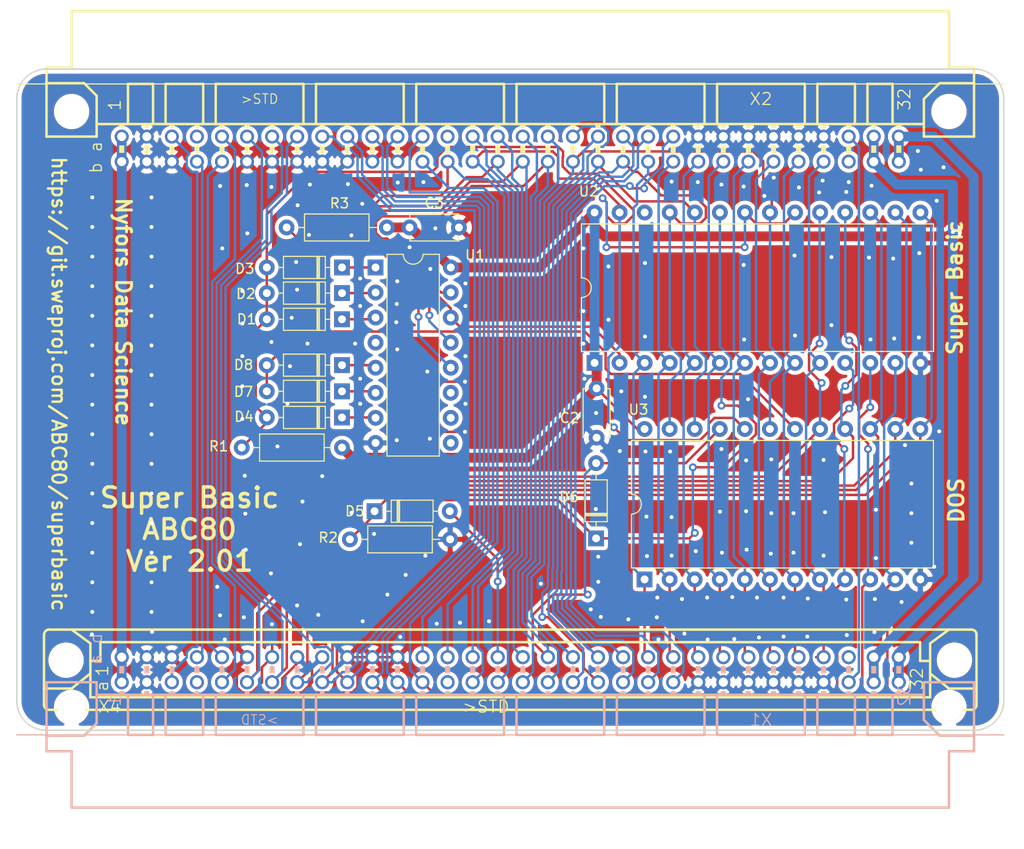
<source format=kicad_pcb>
(kicad_pcb (version 20171130) (host pcbnew 5.1.10-88a1d61d58~90~ubuntu20.04.1)

  (general
    (thickness 1.6)
    (drawings 13)
    (tracks 959)
    (zones 0)
    (modules 19)
    (nets 53)
  )

  (page A4)
  (title_block
    (title SuperBasic)
    (date 2021-07-31)
    (rev 2.01)
    (company SweProj.com)
  )

  (layers
    (0 F.Cu signal)
    (31 B.Cu signal)
    (32 B.Adhes user)
    (33 F.Adhes user)
    (34 B.Paste user)
    (35 F.Paste user)
    (36 B.SilkS user)
    (37 F.SilkS user)
    (38 B.Mask user)
    (39 F.Mask user)
    (40 Dwgs.User user)
    (41 Cmts.User user)
    (42 Eco1.User user)
    (43 Eco2.User user)
    (44 Edge.Cuts user)
    (45 Margin user)
    (46 B.CrtYd user)
    (47 F.CrtYd user)
    (48 B.Fab user)
    (49 F.Fab user)
  )

  (setup
    (last_trace_width 0.25)
    (trace_clearance 0.2)
    (zone_clearance 0.4)
    (zone_45_only no)
    (trace_min 0.2)
    (via_size 0.8)
    (via_drill 0.4)
    (via_min_size 0.4)
    (via_min_drill 0.3)
    (uvia_size 0.3)
    (uvia_drill 0.1)
    (uvias_allowed no)
    (uvia_min_size 0.2)
    (uvia_min_drill 0.1)
    (edge_width 0.05)
    (segment_width 0.2)
    (pcb_text_width 0.3)
    (pcb_text_size 1.5 1.5)
    (mod_edge_width 0.12)
    (mod_text_size 1 1)
    (mod_text_width 0.15)
    (pad_size 1.524 1.524)
    (pad_drill 0.762)
    (pad_to_mask_clearance 0)
    (aux_axis_origin 0 0)
    (grid_origin 139.65 100.15)
    (visible_elements FFFFFF7F)
    (pcbplotparams
      (layerselection 0x010fc_ffffffff)
      (usegerberextensions false)
      (usegerberattributes true)
      (usegerberadvancedattributes true)
      (creategerberjobfile true)
      (excludeedgelayer true)
      (linewidth 0.100000)
      (plotframeref false)
      (viasonmask false)
      (mode 1)
      (useauxorigin false)
      (hpglpennumber 1)
      (hpglpenspeed 20)
      (hpglpendiameter 15.000000)
      (psnegative false)
      (psa4output false)
      (plotreference true)
      (plotvalue true)
      (plotinvisibletext false)
      (padsonsilk false)
      (subtractmaskfromsilk false)
      (outputformat 1)
      (mirror false)
      (drillshape 1)
      (scaleselection 1)
      (outputdirectory ""))
  )

  (net 0 "")
  (net 1 GND)
  (net 2 +5V)
  (net 3 /Q_2)
  (net 4 /Q_1)
  (net 5 /Q_0)
  (net 6 /A13)
  (net 7 /EA11)
  (net 8 /A11)
  (net 9 /A12)
  (net 10 /A15)
  (net 11 /A14)
  (net 12 /D2)
  (net 13 /D1)
  (net 14 /A8)
  (net 15 /D0)
  (net 16 /A9)
  (net 17 /A0)
  (net 18 /A1)
  (net 19 /A2)
  (net 20 /A10)
  (net 21 /A3)
  (net 22 /A4)
  (net 23 /D7)
  (net 24 /A5)
  (net 25 /D6)
  (net 26 /A6)
  (net 27 /D5)
  (net 28 /A7)
  (net 29 /D4)
  (net 30 /D3)
  (net 31 /Q_6)
  (net 32 /Q_5)
  (net 33 /Q_4)
  (net 34 /~E64_CE)
  (net 35 /~E32_CE)
  (net 36 /+12V)
  (net 37 /~INT)
  (net 38 /5)
  (net 39 /~XMEMFL)
  (net 40 /-12V)
  (net 41 /READY)
  (net 42 /~CS)
  (net 43 /~OUT)
  (net 44 /~C1)
  (net 45 /~C2)
  (net 46 /~C3)
  (net 47 /~C4)
  (net 48 /~INP)
  (net 49 /~STATUS)
  (net 50 /~RST)
  (net 51 /~XMEMW)
  (net 52 /~RESIN)

  (net_class Default "This is the default net class."
    (clearance 0.2)
    (trace_width 0.25)
    (via_dia 0.8)
    (via_drill 0.4)
    (uvia_dia 0.3)
    (uvia_drill 0.1)
    (add_net +5V)
    (add_net /+12V)
    (add_net /-12V)
    (add_net /5)
    (add_net /A0)
    (add_net /A1)
    (add_net /A10)
    (add_net /A11)
    (add_net /A12)
    (add_net /A13)
    (add_net /A14)
    (add_net /A15)
    (add_net /A2)
    (add_net /A3)
    (add_net /A4)
    (add_net /A5)
    (add_net /A6)
    (add_net /A7)
    (add_net /A8)
    (add_net /A9)
    (add_net /D0)
    (add_net /D1)
    (add_net /D2)
    (add_net /D3)
    (add_net /D4)
    (add_net /D5)
    (add_net /D6)
    (add_net /D7)
    (add_net /EA11)
    (add_net /Q_0)
    (add_net /Q_1)
    (add_net /Q_2)
    (add_net /Q_4)
    (add_net /Q_5)
    (add_net /Q_6)
    (add_net /READY)
    (add_net /~C1)
    (add_net /~C2)
    (add_net /~C3)
    (add_net /~C4)
    (add_net /~CS)
    (add_net /~E32_CE)
    (add_net /~E64_CE)
    (add_net /~INP)
    (add_net /~INT)
    (add_net /~OUT)
    (add_net /~RESIN)
    (add_net /~RST)
    (add_net /~STATUS)
    (add_net /~XMEMFL)
    (add_net /~XMEMW)
    (add_net GND)
  )

  (module superbasic:FAB64B (layer F.Cu) (tedit 0) (tstamp 61067223)
    (at 132 90.01 90)
    (descr "<b>DIN 41612 CONNECTOR</b>\n<p>\nFemale, 64 pins, type B, rows AB, grid 2.54 mm.<br />\nB mates with Q, but pin numbers reversed.\n</p>")
    (path /62580A7B)
    (fp_text reference X4 (at -4.445 -39.37 180) (layer F.SilkS)
      (effects (font (size 1.2065 1.2065) (thickness 0.12065)) (justify right bottom))
    )
    (fp_text value ABC-Bus (at -4.445 34.29 180) (layer F.Fab)
      (effects (font (size 1.2065 1.2065) (thickness 0.12065)) (justify right bottom))
    )
    (fp_text user >STD (at -4.445 0) (layer F.SilkS)
      (effects (font (size 1.2065 1.2065) (thickness 0.127)) (justify right bottom))
    )
    (fp_text user 1 (at -0.762 -40.64 90) (layer F.SilkS)
      (effects (font (size 1.2065 1.2065) (thickness 0.127)) (justify left bottom))
    )
    (fp_text user a (at -2.286 -40.64 90) (layer F.SilkS)
      (effects (font (size 1.2065 1.2065) (thickness 0.127)) (justify left bottom))
    )
    (fp_text user 32 (at -2.159 41.91 90) (layer F.SilkS)
      (effects (font (size 1.2065 1.2065) (thickness 0.127)) (justify left bottom))
    )
    (fp_arc (start -3.556 46.736) (end -4.064 46.736) (angle -90) (layer F.SilkS) (width 0.254))
    (fp_arc (start 3.556 46.736) (end 3.556 47.244) (angle -90) (layer F.SilkS) (width 0.254))
    (fp_arc (start 3.504755 -46.659599) (end 3.556 -47.244) (angle 77.21006) (layer F.SilkS) (width 0.254))
    (fp_arc (start -3.556 -46.736) (end -4.064 -46.736) (angle 90) (layer F.SilkS) (width 0.254))
    (fp_poly (pts (xy 0.889 -38.735) (xy 1.651 -38.735) (xy 1.651 -40.005) (xy 0.889 -40.005)) (layer F.Fab) (width 0))
    (fp_poly (pts (xy 0.889 -36.195) (xy 1.651 -36.195) (xy 1.651 -37.465) (xy 0.889 -37.465)) (layer F.Fab) (width 0))
    (fp_poly (pts (xy 0.889 -33.655) (xy 1.651 -33.655) (xy 1.651 -34.925) (xy 0.889 -34.925)) (layer F.Fab) (width 0))
    (fp_poly (pts (xy 0.889 -31.115) (xy 1.651 -31.115) (xy 1.651 -32.385) (xy 0.889 -32.385)) (layer F.Fab) (width 0))
    (fp_poly (pts (xy 0.889 -28.575) (xy 1.651 -28.575) (xy 1.651 -29.845) (xy 0.889 -29.845)) (layer F.Fab) (width 0))
    (fp_poly (pts (xy 0.889 -26.035) (xy 1.651 -26.035) (xy 1.651 -27.305) (xy 0.889 -27.305)) (layer F.Fab) (width 0))
    (fp_poly (pts (xy -1.651 -38.735) (xy -0.889 -38.735) (xy -0.889 -40.005) (xy -1.651 -40.005)) (layer F.Fab) (width 0))
    (fp_poly (pts (xy -1.651 -36.195) (xy -0.889 -36.195) (xy -0.889 -37.465) (xy -1.651 -37.465)) (layer F.Fab) (width 0))
    (fp_poly (pts (xy -1.651 -33.655) (xy -0.889 -33.655) (xy -0.889 -34.925) (xy -1.651 -34.925)) (layer F.Fab) (width 0))
    (fp_poly (pts (xy -1.651 -31.115) (xy -0.889 -31.115) (xy -0.889 -32.385) (xy -1.651 -32.385)) (layer F.Fab) (width 0))
    (fp_poly (pts (xy -1.651 -28.575) (xy -0.889 -28.575) (xy -0.889 -29.845) (xy -1.651 -29.845)) (layer F.Fab) (width 0))
    (fp_poly (pts (xy -1.651 -26.035) (xy -0.889 -26.035) (xy -0.889 -27.305) (xy -1.651 -27.305)) (layer F.Fab) (width 0))
    (fp_poly (pts (xy -1.651 -23.495) (xy -0.889 -23.495) (xy -0.889 -24.765) (xy -1.651 -24.765)) (layer F.Fab) (width 0))
    (fp_poly (pts (xy -1.651 -20.955) (xy -0.889 -20.955) (xy -0.889 -22.225) (xy -1.651 -22.225)) (layer F.Fab) (width 0))
    (fp_poly (pts (xy -1.651 -18.415) (xy -0.889 -18.415) (xy -0.889 -19.685) (xy -1.651 -19.685)) (layer F.Fab) (width 0))
    (fp_poly (pts (xy -1.651 -15.875) (xy -0.889 -15.875) (xy -0.889 -17.145) (xy -1.651 -17.145)) (layer F.Fab) (width 0))
    (fp_poly (pts (xy -1.651 -13.335) (xy -0.889 -13.335) (xy -0.889 -14.605) (xy -1.651 -14.605)) (layer F.Fab) (width 0))
    (fp_poly (pts (xy -1.651 -10.795) (xy -0.889 -10.795) (xy -0.889 -12.065) (xy -1.651 -12.065)) (layer F.Fab) (width 0))
    (fp_poly (pts (xy -1.651 -8.255) (xy -0.889 -8.255) (xy -0.889 -9.525) (xy -1.651 -9.525)) (layer F.Fab) (width 0))
    (fp_poly (pts (xy -1.651 -5.715) (xy -0.889 -5.715) (xy -0.889 -6.985) (xy -1.651 -6.985)) (layer F.Fab) (width 0))
    (fp_poly (pts (xy -1.651 -3.175) (xy -0.889 -3.175) (xy -0.889 -4.445) (xy -1.651 -4.445)) (layer F.Fab) (width 0))
    (fp_poly (pts (xy -1.651 -0.635) (xy -0.889 -0.635) (xy -0.889 -1.905) (xy -1.651 -1.905)) (layer F.Fab) (width 0))
    (fp_poly (pts (xy -1.651 1.905) (xy -0.889 1.905) (xy -0.889 0.635) (xy -1.651 0.635)) (layer F.Fab) (width 0))
    (fp_poly (pts (xy -1.651 4.445) (xy -0.889 4.445) (xy -0.889 3.175) (xy -1.651 3.175)) (layer F.Fab) (width 0))
    (fp_poly (pts (xy -1.651 6.985) (xy -0.889 6.985) (xy -0.889 5.715) (xy -1.651 5.715)) (layer F.Fab) (width 0))
    (fp_poly (pts (xy -1.651 9.525) (xy -0.889 9.525) (xy -0.889 8.255) (xy -1.651 8.255)) (layer F.Fab) (width 0))
    (fp_poly (pts (xy -1.651 12.065) (xy -0.889 12.065) (xy -0.889 10.795) (xy -1.651 10.795)) (layer F.Fab) (width 0))
    (fp_poly (pts (xy -1.651 14.605) (xy -0.889 14.605) (xy -0.889 13.335) (xy -1.651 13.335)) (layer F.Fab) (width 0))
    (fp_poly (pts (xy 0.889 -23.495) (xy 1.651 -23.495) (xy 1.651 -24.765) (xy 0.889 -24.765)) (layer F.Fab) (width 0))
    (fp_poly (pts (xy 0.889 -20.955) (xy 1.651 -20.955) (xy 1.651 -22.225) (xy 0.889 -22.225)) (layer F.Fab) (width 0))
    (fp_poly (pts (xy 0.889 -18.415) (xy 1.651 -18.415) (xy 1.651 -19.685) (xy 0.889 -19.685)) (layer F.Fab) (width 0))
    (fp_poly (pts (xy 0.889 -15.875) (xy 1.651 -15.875) (xy 1.651 -17.145) (xy 0.889 -17.145)) (layer F.Fab) (width 0))
    (fp_poly (pts (xy 0.889 -13.335) (xy 1.651 -13.335) (xy 1.651 -14.605) (xy 0.889 -14.605)) (layer F.Fab) (width 0))
    (fp_poly (pts (xy 0.889 -10.795) (xy 1.651 -10.795) (xy 1.651 -12.065) (xy 0.889 -12.065)) (layer F.Fab) (width 0))
    (fp_poly (pts (xy 0.889 -8.255) (xy 1.651 -8.255) (xy 1.651 -9.525) (xy 0.889 -9.525)) (layer F.Fab) (width 0))
    (fp_poly (pts (xy 0.889 -5.715) (xy 1.651 -5.715) (xy 1.651 -6.985) (xy 0.889 -6.985)) (layer F.Fab) (width 0))
    (fp_poly (pts (xy 0.889 -3.175) (xy 1.651 -3.175) (xy 1.651 -4.445) (xy 0.889 -4.445)) (layer F.Fab) (width 0))
    (fp_poly (pts (xy 0.889 -0.635) (xy 1.651 -0.635) (xy 1.651 -1.905) (xy 0.889 -1.905)) (layer F.Fab) (width 0))
    (fp_poly (pts (xy 0.889 1.905) (xy 1.651 1.905) (xy 1.651 0.635) (xy 0.889 0.635)) (layer F.Fab) (width 0))
    (fp_poly (pts (xy 0.889 4.445) (xy 1.651 4.445) (xy 1.651 3.175) (xy 0.889 3.175)) (layer F.Fab) (width 0))
    (fp_poly (pts (xy 0.889 6.985) (xy 1.651 6.985) (xy 1.651 5.715) (xy 0.889 5.715)) (layer F.Fab) (width 0))
    (fp_poly (pts (xy 0.889 9.525) (xy 1.651 9.525) (xy 1.651 8.255) (xy 0.889 8.255)) (layer F.Fab) (width 0))
    (fp_poly (pts (xy 0.889 12.065) (xy 1.651 12.065) (xy 1.651 10.795) (xy 0.889 10.795)) (layer F.Fab) (width 0))
    (fp_poly (pts (xy 0.889 14.605) (xy 1.651 14.605) (xy 1.651 13.335) (xy 0.889 13.335)) (layer F.Fab) (width 0))
    (fp_poly (pts (xy -1.651 17.145) (xy -0.889 17.145) (xy -0.889 15.875) (xy -1.651 15.875)) (layer F.Fab) (width 0))
    (fp_poly (pts (xy 0.889 17.145) (xy 1.651 17.145) (xy 1.651 15.875) (xy 0.889 15.875)) (layer F.Fab) (width 0))
    (fp_poly (pts (xy 0.889 19.685) (xy 1.651 19.685) (xy 1.651 18.415) (xy 0.889 18.415)) (layer F.Fab) (width 0))
    (fp_poly (pts (xy 0.889 22.225) (xy 1.651 22.225) (xy 1.651 20.955) (xy 0.889 20.955)) (layer F.Fab) (width 0))
    (fp_poly (pts (xy -1.651 19.685) (xy -0.889 19.685) (xy -0.889 18.415) (xy -1.651 18.415)) (layer F.Fab) (width 0))
    (fp_poly (pts (xy -1.651 22.225) (xy -0.889 22.225) (xy -0.889 20.955) (xy -1.651 20.955)) (layer F.Fab) (width 0))
    (fp_poly (pts (xy -1.651 24.765) (xy -0.889 24.765) (xy -0.889 23.495) (xy -1.651 23.495)) (layer F.Fab) (width 0))
    (fp_poly (pts (xy 0.889 24.765) (xy 1.651 24.765) (xy 1.651 23.495) (xy 0.889 23.495)) (layer F.Fab) (width 0))
    (fp_poly (pts (xy 0.889 27.305) (xy 1.651 27.305) (xy 1.651 26.035) (xy 0.889 26.035)) (layer F.Fab) (width 0))
    (fp_poly (pts (xy 0.889 29.845) (xy 1.651 29.845) (xy 1.651 28.575) (xy 0.889 28.575)) (layer F.Fab) (width 0))
    (fp_poly (pts (xy -1.651 27.305) (xy -0.889 27.305) (xy -0.889 26.035) (xy -1.651 26.035)) (layer F.Fab) (width 0))
    (fp_poly (pts (xy -1.651 29.845) (xy -0.889 29.845) (xy -0.889 28.575) (xy -1.651 28.575)) (layer F.Fab) (width 0))
    (fp_poly (pts (xy 0.889 32.385) (xy 1.651 32.385) (xy 1.651 31.115) (xy 0.889 31.115)) (layer F.Fab) (width 0))
    (fp_poly (pts (xy 0.889 34.925) (xy 1.651 34.925) (xy 1.651 33.655) (xy 0.889 33.655)) (layer F.Fab) (width 0))
    (fp_poly (pts (xy -1.651 32.385) (xy -0.889 32.385) (xy -0.889 31.115) (xy -1.651 31.115)) (layer F.Fab) (width 0))
    (fp_poly (pts (xy -1.651 34.925) (xy -0.889 34.925) (xy -0.889 33.655) (xy -1.651 33.655)) (layer F.Fab) (width 0))
    (fp_poly (pts (xy -1.651 37.465) (xy -0.889 37.465) (xy -0.889 36.195) (xy -1.651 36.195)) (layer F.Fab) (width 0))
    (fp_poly (pts (xy 0.889 37.465) (xy 1.651 37.465) (xy 1.651 36.195) (xy 0.889 36.195)) (layer F.Fab) (width 0))
    (fp_poly (pts (xy -1.651 40.005) (xy -0.889 40.005) (xy -0.889 38.735) (xy -1.651 38.735)) (layer F.Fab) (width 0))
    (fp_poly (pts (xy 0.889 40.005) (xy 1.651 40.005) (xy 1.651 38.735) (xy 0.889 38.735)) (layer F.Fab) (width 0))
    (fp_circle (center 0.9652 -45.0088) (end 2.2352 -45.0088) (layer F.SilkS) (width 0.254))
    (fp_circle (center 0.9652 -45.0088) (end 3.2512 -45.0088) (layer Dwgs.User) (width 1.778))
    (fp_circle (center 0.9652 -45.0088) (end 3.2512 -45.0088) (layer Dwgs.User) (width 1.778))
    (fp_circle (center 0.9652 45.0088) (end 2.2352 45.0088) (layer F.SilkS) (width 0.254))
    (fp_circle (center 0.9652 45.0088) (end 3.2512 45.0088) (layer Dwgs.User) (width 1.778))
    (fp_circle (center 0.9652 45.0088) (end 3.2512 45.0088) (layer Dwgs.User) (width 1.778))
    (fp_line (start 4.064 46.736) (end 4.064 44.45) (layer F.SilkS) (width 0.254))
    (fp_line (start -4.064 46.736) (end -4.064 -46.736) (layer F.SilkS) (width 0.254))
    (fp_line (start -3.556 47.244) (end -1.905 47.244) (layer F.SilkS) (width 0.254))
    (fp_line (start 3.556 -47.244) (end -1.905 -47.244) (layer F.SilkS) (width 0.254))
    (fp_line (start -0.381 -42.545) (end -2.794 -42.545) (layer F.SilkS) (width 0.254))
    (fp_line (start 0.635 -42.291) (end -2.54 -42.291) (layer F.Fab) (width 0.254))
    (fp_line (start -0.381 -42.545) (end 0.889 -42.545) (layer F.SilkS) (width 0.254))
    (fp_line (start 0.635 -41.275) (end 0.635 -42.291) (layer F.Fab) (width 0.254))
    (fp_line (start 0.889 -42.545) (end 2.667 -42.545) (layer F.SilkS) (width 0.254))
    (fp_line (start 0.889 -41.529) (end 0.889 -42.545) (layer F.SilkS) (width 0.254))
    (fp_line (start 2.794 -41.529) (end 0.889 -41.529) (layer F.SilkS) (width 0.254))
    (fp_line (start -2.794 42.545) (end -2.794 -42.545) (layer F.SilkS) (width 0.254))
    (fp_line (start 2.794 41.529) (end 2.794 -41.529) (layer F.SilkS) (width 0.254))
    (fp_line (start 0.889 41.529) (end 2.794 41.529) (layer F.SilkS) (width 0.254))
    (fp_line (start 0.889 42.545) (end 2.667 42.545) (layer F.SilkS) (width 0.254))
    (fp_line (start 0.889 42.545) (end 0.889 41.529) (layer F.SilkS) (width 0.254))
    (fp_line (start -0.381 42.545) (end -2.794 42.545) (layer F.SilkS) (width 0.254))
    (fp_line (start 0.635 42.291) (end -2.54 42.291) (layer F.Fab) (width 0.254))
    (fp_line (start 0.889 42.545) (end -0.381 42.545) (layer F.SilkS) (width 0.254))
    (fp_line (start 0.635 41.275) (end 0.635 42.291) (layer F.Fab) (width 0.254))
    (fp_line (start 2.667 42.545) (end 4.064 44.45) (layer F.SilkS) (width 0.254))
    (fp_line (start 4.064 -44.45) (end 4.064 44.45) (layer F.SilkS) (width 0.254))
    (fp_line (start 2.667 -42.545) (end 4.064 -44.45) (layer F.SilkS) (width 0.254))
    (fp_line (start 4.064 -44.45) (end 4.064 -46.736) (layer F.SilkS) (width 0.254))
    (fp_line (start -0.381 42.545) (end -1.905 44.45) (layer F.SilkS) (width 0.254))
    (fp_line (start -1.905 47.244) (end 3.556 47.244) (layer F.SilkS) (width 0.254))
    (fp_line (start -1.905 47.244) (end -1.905 44.45) (layer F.SilkS) (width 0.254))
    (fp_line (start -0.381 -42.545) (end -1.905 -44.45) (layer F.SilkS) (width 0.254))
    (fp_line (start -1.905 -47.244) (end -3.556 -47.244) (layer F.SilkS) (width 0.254))
    (fp_line (start -1.905 -47.244) (end -1.905 -44.45) (layer F.SilkS) (width 0.254))
    (fp_line (start 2.54 -41.275) (end 0.635 -41.275) (layer F.Fab) (width 0.254))
    (fp_line (start 2.54 41.275) (end 2.54 -41.275) (layer F.Fab) (width 0.254))
    (fp_line (start 0.635 41.275) (end 2.54 41.275) (layer F.Fab) (width 0.254))
    (fp_line (start -2.54 -42.291) (end -2.54 42.291) (layer F.Fab) (width 0.254))
    (pad "" np_thru_hole circle (at 0.9652 -45.0088 90) (size 2.794 2.794) (drill 2.794) (layers *.Cu *.Mask))
    (pad "" np_thru_hole circle (at 0.9652 45.0088 90) (size 2.794 2.794) (drill 2.794) (layers *.Cu *.Mask))
    (pad B32 thru_hole circle (at 1.27 39.37 90) (size 1.4224 1.4224) (drill 0.9144) (layers *.Cu *.Mask)
      (net 36 /+12V) (solder_mask_margin 0.1016))
    (pad B31 thru_hole circle (at 1.27 36.83 90) (size 1.4224 1.4224) (drill 0.9144) (layers *.Cu *.Mask)
      (net 2 +5V) (solder_mask_margin 0.1016))
    (pad B30 thru_hole circle (at 1.27 34.29 90) (size 1.4224 1.4224) (drill 0.9144) (layers *.Cu *.Mask)
      (solder_mask_margin 0.1016))
    (pad B29 thru_hole circle (at 1.27 31.75 90) (size 1.4224 1.4224) (drill 0.9144) (layers *.Cu *.Mask)
      (net 17 /A0) (solder_mask_margin 0.1016))
    (pad B28 thru_hole circle (at 1.27 29.21 90) (size 1.4224 1.4224) (drill 0.9144) (layers *.Cu *.Mask)
      (net 18 /A1) (solder_mask_margin 0.1016))
    (pad B27 thru_hole circle (at 1.27 26.67 90) (size 1.4224 1.4224) (drill 0.9144) (layers *.Cu *.Mask)
      (net 19 /A2) (solder_mask_margin 0.1016))
    (pad B26 thru_hole circle (at 1.27 24.13 90) (size 1.4224 1.4224) (drill 0.9144) (layers *.Cu *.Mask)
      (net 21 /A3) (solder_mask_margin 0.1016))
    (pad B25 thru_hole circle (at 1.27 21.59 90) (size 1.4224 1.4224) (drill 0.9144) (layers *.Cu *.Mask)
      (net 22 /A4) (solder_mask_margin 0.1016))
    (pad B24 thru_hole circle (at 1.27 19.05 90) (size 1.4224 1.4224) (drill 0.9144) (layers *.Cu *.Mask)
      (net 24 /A5) (solder_mask_margin 0.1016))
    (pad B23 thru_hole circle (at 1.27 16.51 90) (size 1.4224 1.4224) (drill 0.9144) (layers *.Cu *.Mask)
      (net 26 /A6) (solder_mask_margin 0.1016))
    (pad B22 thru_hole circle (at 1.27 13.97 90) (size 1.4224 1.4224) (drill 0.9144) (layers *.Cu *.Mask)
      (net 28 /A7) (solder_mask_margin 0.1016))
    (pad B21 thru_hole circle (at 1.27 11.43 90) (size 1.4224 1.4224) (drill 0.9144) (layers *.Cu *.Mask)
      (net 14 /A8) (solder_mask_margin 0.1016))
    (pad B20 thru_hole circle (at 1.27 8.89 90) (size 1.4224 1.4224) (drill 0.9144) (layers *.Cu *.Mask)
      (net 16 /A9) (solder_mask_margin 0.1016))
    (pad B19 thru_hole circle (at 1.27 6.35 90) (size 1.4224 1.4224) (drill 0.9144) (layers *.Cu *.Mask)
      (net 20 /A10) (solder_mask_margin 0.1016))
    (pad B18 thru_hole circle (at 1.27 3.81 90) (size 1.4224 1.4224) (drill 0.9144) (layers *.Cu *.Mask)
      (net 8 /A11) (solder_mask_margin 0.1016))
    (pad B17 thru_hole circle (at 1.27 1.27 90) (size 1.4224 1.4224) (drill 0.9144) (layers *.Cu *.Mask)
      (net 9 /A12) (solder_mask_margin 0.1016))
    (pad B16 thru_hole circle (at 1.27 -1.27 90) (size 1.4224 1.4224) (drill 0.9144) (layers *.Cu *.Mask)
      (net 6 /A13) (solder_mask_margin 0.1016))
    (pad B15 thru_hole circle (at 1.27 -3.81 90) (size 1.4224 1.4224) (drill 0.9144) (layers *.Cu *.Mask)
      (net 11 /A14) (solder_mask_margin 0.1016))
    (pad B14 thru_hole circle (at 1.27 -6.35 90) (size 1.4224 1.4224) (drill 0.9144) (layers *.Cu *.Mask)
      (net 10 /A15) (solder_mask_margin 0.1016))
    (pad B13 thru_hole circle (at 1.27 -8.89 90) (size 1.4224 1.4224) (drill 0.9144) (layers *.Cu *.Mask)
      (net 37 /~INT) (solder_mask_margin 0.1016))
    (pad B12 thru_hole circle (at 1.27 -11.43 90) (size 1.4224 1.4224) (drill 0.9144) (layers *.Cu *.Mask)
      (net 1 GND) (solder_mask_margin 0.1016))
    (pad B11 thru_hole circle (at 1.27 -13.97 90) (size 1.4224 1.4224) (drill 0.9144) (layers *.Cu *.Mask)
      (net 1 GND) (solder_mask_margin 0.1016))
    (pad B10 thru_hole circle (at 1.27 -16.51 90) (size 1.4224 1.4224) (drill 0.9144) (layers *.Cu *.Mask)
      (net 1 GND) (solder_mask_margin 0.1016))
    (pad B9 thru_hole circle (at 1.27 -19.05 90) (size 1.4224 1.4224) (drill 0.9144) (layers *.Cu *.Mask)
      (net 1 GND) (solder_mask_margin 0.1016))
    (pad B8 thru_hole circle (at 1.27 -21.59 90) (size 1.4224 1.4224) (drill 0.9144) (layers *.Cu *.Mask)
      (net 1 GND) (solder_mask_margin 0.1016))
    (pad B7 thru_hole circle (at 1.27 -24.13 90) (size 1.4224 1.4224) (drill 0.9144) (layers *.Cu *.Mask)
      (net 1 GND) (solder_mask_margin 0.1016))
    (pad B6 thru_hole circle (at 1.27 -26.67 90) (size 1.4224 1.4224) (drill 0.9144) (layers *.Cu *.Mask)
      (net 1 GND) (solder_mask_margin 0.1016))
    (pad B5 thru_hole circle (at 1.27 -29.21 90) (size 1.4224 1.4224) (drill 0.9144) (layers *.Cu *.Mask)
      (net 38 /5) (solder_mask_margin 0.1016))
    (pad B4 thru_hole circle (at 1.27 -31.75 90) (size 1.4224 1.4224) (drill 0.9144) (layers *.Cu *.Mask)
      (net 39 /~XMEMFL) (solder_mask_margin 0.1016))
    (pad B3 thru_hole circle (at 1.27 -34.29 90) (size 1.4224 1.4224) (drill 0.9144) (layers *.Cu *.Mask)
      (net 1 GND) (solder_mask_margin 0.1016))
    (pad B2 thru_hole circle (at 1.27 -36.83 90) (size 1.4224 1.4224) (drill 0.9144) (layers *.Cu *.Mask)
      (net 1 GND) (solder_mask_margin 0.1016))
    (pad B1 thru_hole circle (at 1.27 -39.37 90) (size 1.4224 1.4224) (drill 0.9144) (layers *.Cu *.Mask)
      (net 40 /-12V) (solder_mask_margin 0.1016))
    (pad A32 thru_hole circle (at -1.27 39.37 90) (size 1.4224 1.4224) (drill 0.9144) (layers *.Cu *.Mask)
      (net 36 /+12V) (solder_mask_margin 0.1016))
    (pad A31 thru_hole circle (at -1.27 36.83 90) (size 1.4224 1.4224) (drill 0.9144) (layers *.Cu *.Mask)
      (net 2 +5V) (solder_mask_margin 0.1016))
    (pad A30 thru_hole circle (at -1.27 34.29 90) (size 1.4224 1.4224) (drill 0.9144) (layers *.Cu *.Mask)
      (net 41 /READY) (solder_mask_margin 0.1016))
    (pad A29 thru_hole circle (at -1.27 31.75 90) (size 1.4224 1.4224) (drill 0.9144) (layers *.Cu *.Mask)
      (net 1 GND) (solder_mask_margin 0.1016))
    (pad A28 thru_hole circle (at -1.27 29.21 90) (size 1.4224 1.4224) (drill 0.9144) (layers *.Cu *.Mask)
      (net 1 GND) (solder_mask_margin 0.1016))
    (pad A27 thru_hole circle (at -1.27 26.67 90) (size 1.4224 1.4224) (drill 0.9144) (layers *.Cu *.Mask)
      (net 1 GND) (solder_mask_margin 0.1016))
    (pad A26 thru_hole circle (at -1.27 24.13 90) (size 1.4224 1.4224) (drill 0.9144) (layers *.Cu *.Mask)
      (net 1 GND) (solder_mask_margin 0.1016))
    (pad A25 thru_hole circle (at -1.27 21.59 90) (size 1.4224 1.4224) (drill 0.9144) (layers *.Cu *.Mask)
      (net 1 GND) (solder_mask_margin 0.1016))
    (pad A24 thru_hole circle (at -1.27 19.05 90) (size 1.4224 1.4224) (drill 0.9144) (layers *.Cu *.Mask)
      (net 1 GND) (solder_mask_margin 0.1016))
    (pad A23 thru_hole circle (at -1.27 16.51 90) (size 1.4224 1.4224) (drill 0.9144) (layers *.Cu *.Mask)
      (net 42 /~CS) (solder_mask_margin 0.1016))
    (pad A22 thru_hole circle (at -1.27 13.97 90) (size 1.4224 1.4224) (drill 0.9144) (layers *.Cu *.Mask)
      (net 43 /~OUT) (solder_mask_margin 0.1016))
    (pad A21 thru_hole circle (at -1.27 11.43 90) (size 1.4224 1.4224) (drill 0.9144) (layers *.Cu *.Mask)
      (net 44 /~C1) (solder_mask_margin 0.1016))
    (pad A20 thru_hole circle (at -1.27 8.89 90) (size 1.4224 1.4224) (drill 0.9144) (layers *.Cu *.Mask)
      (net 45 /~C2) (solder_mask_margin 0.1016))
    (pad A19 thru_hole circle (at -1.27 6.35 90) (size 1.4224 1.4224) (drill 0.9144) (layers *.Cu *.Mask)
      (net 46 /~C3) (solder_mask_margin 0.1016))
    (pad A18 thru_hole circle (at -1.27 3.81 90) (size 1.4224 1.4224) (drill 0.9144) (layers *.Cu *.Mask)
      (net 47 /~C4) (solder_mask_margin 0.1016))
    (pad A17 thru_hole circle (at -1.27 1.27 90) (size 1.4224 1.4224) (drill 0.9144) (layers *.Cu *.Mask)
      (net 48 /~INP) (solder_mask_margin 0.1016))
    (pad A16 thru_hole circle (at -1.27 -1.27 90) (size 1.4224 1.4224) (drill 0.9144) (layers *.Cu *.Mask)
      (net 49 /~STATUS) (solder_mask_margin 0.1016))
    (pad A15 thru_hole circle (at -1.27 -3.81 90) (size 1.4224 1.4224) (drill 0.9144) (layers *.Cu *.Mask)
      (net 50 /~RST) (solder_mask_margin 0.1016))
    (pad A14 thru_hole circle (at -1.27 -6.35 90) (size 1.4224 1.4224) (drill 0.9144) (layers *.Cu *.Mask)
      (solder_mask_margin 0.1016))
    (pad A13 thru_hole circle (at -1.27 -8.89 90) (size 1.4224 1.4224) (drill 0.9144) (layers *.Cu *.Mask)
      (net 15 /D0) (solder_mask_margin 0.1016))
    (pad A12 thru_hole circle (at -1.27 -11.43 90) (size 1.4224 1.4224) (drill 0.9144) (layers *.Cu *.Mask)
      (net 13 /D1) (solder_mask_margin 0.1016))
    (pad A11 thru_hole circle (at -1.27 -13.97 90) (size 1.4224 1.4224) (drill 0.9144) (layers *.Cu *.Mask)
      (net 12 /D2) (solder_mask_margin 0.1016))
    (pad A10 thru_hole circle (at -1.27 -16.51 90) (size 1.4224 1.4224) (drill 0.9144) (layers *.Cu *.Mask)
      (net 30 /D3) (solder_mask_margin 0.1016))
    (pad A9 thru_hole circle (at -1.27 -19.05 90) (size 1.4224 1.4224) (drill 0.9144) (layers *.Cu *.Mask)
      (net 29 /D4) (solder_mask_margin 0.1016))
    (pad A8 thru_hole circle (at -1.27 -21.59 90) (size 1.4224 1.4224) (drill 0.9144) (layers *.Cu *.Mask)
      (net 27 /D5) (solder_mask_margin 0.1016))
    (pad A7 thru_hole circle (at -1.27 -24.13 90) (size 1.4224 1.4224) (drill 0.9144) (layers *.Cu *.Mask)
      (net 25 /D6) (solder_mask_margin 0.1016))
    (pad A6 thru_hole circle (at -1.27 -26.67 90) (size 1.4224 1.4224) (drill 0.9144) (layers *.Cu *.Mask)
      (net 23 /D7) (solder_mask_margin 0.1016))
    (pad A5 thru_hole circle (at -1.27 -29.21 90) (size 1.4224 1.4224) (drill 0.9144) (layers *.Cu *.Mask)
      (net 51 /~XMEMW) (solder_mask_margin 0.1016))
    (pad A4 thru_hole circle (at -1.27 -31.75 90) (size 1.4224 1.4224) (drill 0.9144) (layers *.Cu *.Mask)
      (solder_mask_margin 0.1016))
    (pad A3 thru_hole circle (at -1.27 -34.29 90) (size 1.4224 1.4224) (drill 0.9144) (layers *.Cu *.Mask)
      (net 52 /~RESIN) (solder_mask_margin 0.1016))
    (pad A2 thru_hole circle (at -1.27 -36.83 90) (size 1.4224 1.4224) (drill 0.9144) (layers *.Cu *.Mask)
      (net 1 GND) (solder_mask_margin 0.1016))
    (pad A1 thru_hole circle (at -1.27 -39.37 90) (size 1.4224 1.4224) (drill 0.9144) (layers *.Cu *.Mask)
      (net 40 /-12V) (solder_mask_margin 0.1016))
  )

  (module superbasic:MAB64B-FAB64Q (layer F.Cu) (tedit 0) (tstamp 61076D51)
    (at 132 33.45 90)
    (descr "<b>DIN 41612 CONNECTOR</b>\n<p>\nMale, 64 pins, type B, rows ab, grid 2.54 mm<br />\nFemale, 64 bits, type Q, rows ab, grid 2.54 mm<br />\nB mates with Q, but pin numbers reversed\n</p>")
    (path /62924678)
    (fp_text reference X2 (at 1.27 25.4) (layer F.SilkS)
      (effects (font (size 1.2065 1.2065) (thickness 0.12065)))
    )
    (fp_text value ABC-Bus (at 1.27 5.1054) (layer F.Fab)
      (effects (font (size 1.2065 1.2065) (thickness 0.12065)))
    )
    (fp_text user >STD (at 1.27 -25.4) (layer F.SilkS)
      (effects (font (size 0.9652 0.9652) (thickness 0.1016)))
    )
    (fp_text user 32 (at 0 40.64 90) (layer F.SilkS)
      (effects (font (size 1.2065 1.2065) (thickness 0.127)) (justify left bottom))
    )
    (fp_text user b (at -6.35 -41.275 90) (layer F.SilkS)
      (effects (font (size 1.2065 1.2065) (thickness 0.127)) (justify left bottom))
    )
    (fp_text user 1 (at 0 -39.37 90) (layer F.SilkS)
      (effects (font (size 1.2065 1.2065) (thickness 0.127)) (justify left bottom))
    )
    (fp_text user a (at -4.191 -41.275 90) (layer F.SilkS)
      (effects (font (size 1.2065 1.2065) (thickness 0.127)) (justify left bottom))
    )
    (fp_poly (pts (xy -4.191 39.624) (xy -3.429 39.624) (xy -3.429 39.116) (xy -4.191 39.116)) (layer F.SilkS) (width 0))
    (fp_poly (pts (xy -4.191 37.084) (xy -3.429 37.084) (xy -3.429 36.576) (xy -4.191 36.576)) (layer F.SilkS) (width 0))
    (fp_poly (pts (xy -4.191 34.544) (xy -3.429 34.544) (xy -3.429 34.036) (xy -4.191 34.036)) (layer F.SilkS) (width 0))
    (fp_poly (pts (xy -4.191 32.004) (xy -3.429 32.004) (xy -3.429 31.496) (xy -4.191 31.496)) (layer F.SilkS) (width 0))
    (fp_poly (pts (xy -4.191 29.464) (xy -3.429 29.464) (xy -3.429 28.956) (xy -4.191 28.956)) (layer F.SilkS) (width 0))
    (fp_poly (pts (xy -4.191 26.924) (xy -3.429 26.924) (xy -3.429 26.416) (xy -4.191 26.416)) (layer F.SilkS) (width 0))
    (fp_poly (pts (xy -4.191 24.384) (xy -3.429 24.384) (xy -3.429 23.876) (xy -4.191 23.876)) (layer F.SilkS) (width 0))
    (fp_poly (pts (xy -4.191 21.844) (xy -3.429 21.844) (xy -3.429 21.336) (xy -4.191 21.336)) (layer F.SilkS) (width 0))
    (fp_poly (pts (xy -4.191 19.304) (xy -3.429 19.304) (xy -3.429 18.796) (xy -4.191 18.796)) (layer F.SilkS) (width 0))
    (fp_poly (pts (xy -4.191 16.764) (xy -3.429 16.764) (xy -3.429 16.256) (xy -4.191 16.256)) (layer F.SilkS) (width 0))
    (fp_poly (pts (xy -4.191 14.224) (xy -3.429 14.224) (xy -3.429 13.716) (xy -4.191 13.716)) (layer F.SilkS) (width 0))
    (fp_poly (pts (xy -4.191 11.684) (xy -3.429 11.684) (xy -3.429 11.176) (xy -4.191 11.176)) (layer F.SilkS) (width 0))
    (fp_poly (pts (xy -4.191 9.144) (xy -3.429 9.144) (xy -3.429 8.636) (xy -4.191 8.636)) (layer F.SilkS) (width 0))
    (fp_poly (pts (xy -4.191 6.604) (xy -3.429 6.604) (xy -3.429 6.096) (xy -4.191 6.096)) (layer F.SilkS) (width 0))
    (fp_poly (pts (xy -4.191 4.064) (xy -3.429 4.064) (xy -3.429 3.556) (xy -4.191 3.556)) (layer F.SilkS) (width 0))
    (fp_poly (pts (xy -4.191 1.524) (xy -3.429 1.524) (xy -3.429 1.016) (xy -4.191 1.016)) (layer F.SilkS) (width 0))
    (fp_poly (pts (xy -4.191 -1.016) (xy -3.429 -1.016) (xy -3.429 -1.524) (xy -4.191 -1.524)) (layer F.SilkS) (width 0))
    (fp_poly (pts (xy -4.191 -3.556) (xy -3.429 -3.556) (xy -3.429 -4.064) (xy -4.191 -4.064)) (layer F.SilkS) (width 0))
    (fp_poly (pts (xy -4.191 -6.096) (xy -3.429 -6.096) (xy -3.429 -6.604) (xy -4.191 -6.604)) (layer F.SilkS) (width 0))
    (fp_poly (pts (xy -4.191 -8.636) (xy -3.429 -8.636) (xy -3.429 -9.144) (xy -4.191 -9.144)) (layer F.SilkS) (width 0))
    (fp_poly (pts (xy -4.191 -11.176) (xy -3.429 -11.176) (xy -3.429 -11.684) (xy -4.191 -11.684)) (layer F.SilkS) (width 0))
    (fp_poly (pts (xy -4.191 -13.716) (xy -3.429 -13.716) (xy -3.429 -14.224) (xy -4.191 -14.224)) (layer F.SilkS) (width 0))
    (fp_poly (pts (xy -4.191 -16.256) (xy -3.429 -16.256) (xy -3.429 -16.764) (xy -4.191 -16.764)) (layer F.SilkS) (width 0))
    (fp_poly (pts (xy -4.191 -18.796) (xy -3.429 -18.796) (xy -3.429 -19.304) (xy -4.191 -19.304)) (layer F.SilkS) (width 0))
    (fp_poly (pts (xy -4.191 -21.336) (xy -3.429 -21.336) (xy -3.429 -21.844) (xy -4.191 -21.844)) (layer F.SilkS) (width 0))
    (fp_poly (pts (xy -4.191 -23.876) (xy -3.429 -23.876) (xy -3.429 -24.384) (xy -4.191 -24.384)) (layer F.SilkS) (width 0))
    (fp_poly (pts (xy -4.191 -26.416) (xy -3.429 -26.416) (xy -3.429 -26.924) (xy -4.191 -26.924)) (layer F.SilkS) (width 0))
    (fp_poly (pts (xy -4.191 -28.956) (xy -3.429 -28.956) (xy -3.429 -29.464) (xy -4.191 -29.464)) (layer F.SilkS) (width 0))
    (fp_poly (pts (xy -4.191 -31.496) (xy -3.429 -31.496) (xy -3.429 -32.004) (xy -4.191 -32.004)) (layer F.SilkS) (width 0))
    (fp_poly (pts (xy -4.191 -34.036) (xy -3.429 -34.036) (xy -3.429 -34.544) (xy -4.191 -34.544)) (layer F.SilkS) (width 0))
    (fp_poly (pts (xy -4.191 -36.576) (xy -3.429 -36.576) (xy -3.429 -37.084) (xy -4.191 -37.084)) (layer F.SilkS) (width 0))
    (fp_poly (pts (xy -4.191 -39.116) (xy -3.429 -39.116) (xy -3.429 -39.624) (xy -4.191 -39.624)) (layer F.SilkS) (width 0))
    (fp_poly (pts (xy -5.334 39.624) (xy -4.191 39.624) (xy -4.191 39.116) (xy -5.334 39.116)) (layer F.Fab) (width 0))
    (fp_poly (pts (xy -1.651 39.624) (xy -1.27 39.624) (xy -1.27 39.116) (xy -1.651 39.116)) (layer F.SilkS) (width 0))
    (fp_poly (pts (xy -3.429 39.624) (xy -1.651 39.624) (xy -1.651 39.116) (xy -3.429 39.116)) (layer F.Fab) (width 0))
    (fp_poly (pts (xy -1.651 37.084) (xy -1.27 37.084) (xy -1.27 36.576) (xy -1.651 36.576)) (layer F.SilkS) (width 0))
    (fp_poly (pts (xy -3.429 37.084) (xy -1.651 37.084) (xy -1.651 36.576) (xy -3.429 36.576)) (layer F.Fab) (width 0))
    (fp_poly (pts (xy -5.334 37.084) (xy -4.191 37.084) (xy -4.191 36.576) (xy -5.334 36.576)) (layer F.Fab) (width 0))
    (fp_poly (pts (xy -5.334 34.544) (xy -4.191 34.544) (xy -4.191 34.036) (xy -5.334 34.036)) (layer F.Fab) (width 0))
    (fp_poly (pts (xy -3.429 34.544) (xy -1.651 34.544) (xy -1.651 34.036) (xy -3.429 34.036)) (layer F.Fab) (width 0))
    (fp_poly (pts (xy -1.651 34.544) (xy -1.27 34.544) (xy -1.27 34.036) (xy -1.651 34.036)) (layer F.SilkS) (width 0))
    (fp_poly (pts (xy -1.651 32.004) (xy -1.27 32.004) (xy -1.27 31.496) (xy -1.651 31.496)) (layer F.SilkS) (width 0))
    (fp_poly (pts (xy -3.429 32.004) (xy -1.651 32.004) (xy -1.651 31.496) (xy -3.429 31.496)) (layer F.Fab) (width 0))
    (fp_poly (pts (xy -5.334 32.004) (xy -4.191 32.004) (xy -4.191 31.496) (xy -5.334 31.496)) (layer F.Fab) (width 0))
    (fp_poly (pts (xy -5.334 29.464) (xy -4.191 29.464) (xy -4.191 28.956) (xy -5.334 28.956)) (layer F.Fab) (width 0))
    (fp_poly (pts (xy -1.651 29.464) (xy -1.27 29.464) (xy -1.27 28.956) (xy -1.651 28.956)) (layer F.SilkS) (width 0))
    (fp_poly (pts (xy -3.429 29.464) (xy -1.651 29.464) (xy -1.651 28.956) (xy -3.429 28.956)) (layer F.Fab) (width 0))
    (fp_poly (pts (xy -5.334 26.924) (xy -4.191 26.924) (xy -4.191 26.416) (xy -5.334 26.416)) (layer F.Fab) (width 0))
    (fp_poly (pts (xy -1.651 26.924) (xy -1.27 26.924) (xy -1.27 26.416) (xy -1.651 26.416)) (layer F.SilkS) (width 0))
    (fp_poly (pts (xy -3.429 26.924) (xy -1.651 26.924) (xy -1.651 26.416) (xy -3.429 26.416)) (layer F.Fab) (width 0))
    (fp_poly (pts (xy -5.334 24.384) (xy -4.191 24.384) (xy -4.191 23.876) (xy -5.334 23.876)) (layer F.Fab) (width 0))
    (fp_poly (pts (xy -1.651 24.384) (xy -1.27 24.384) (xy -1.27 23.876) (xy -1.651 23.876)) (layer F.SilkS) (width 0))
    (fp_poly (pts (xy -3.429 24.384) (xy -1.651 24.384) (xy -1.651 23.876) (xy -3.429 23.876)) (layer F.Fab) (width 0))
    (fp_poly (pts (xy -1.651 21.844) (xy -1.27 21.844) (xy -1.27 21.336) (xy -1.651 21.336)) (layer F.SilkS) (width 0))
    (fp_poly (pts (xy -3.429 21.844) (xy -1.651 21.844) (xy -1.651 21.336) (xy -3.429 21.336)) (layer F.Fab) (width 0))
    (fp_poly (pts (xy -5.334 21.844) (xy -4.191 21.844) (xy -4.191 21.336) (xy -5.334 21.336)) (layer F.Fab) (width 0))
    (fp_poly (pts (xy -5.334 19.304) (xy -4.191 19.304) (xy -4.191 18.796) (xy -5.334 18.796)) (layer F.Fab) (width 0))
    (fp_poly (pts (xy -1.651 19.304) (xy -1.27 19.304) (xy -1.27 18.796) (xy -1.651 18.796)) (layer F.SilkS) (width 0))
    (fp_poly (pts (xy -3.429 19.304) (xy -1.651 19.304) (xy -1.651 18.796) (xy -3.429 18.796)) (layer F.Fab) (width 0))
    (fp_poly (pts (xy -5.334 14.224) (xy -4.191 14.224) (xy -4.191 13.716) (xy -5.334 13.716)) (layer F.Fab) (width 0))
    (fp_poly (pts (xy -3.429 14.224) (xy -1.651 14.224) (xy -1.651 13.716) (xy -3.429 13.716)) (layer F.Fab) (width 0))
    (fp_poly (pts (xy -5.334 16.764) (xy -4.191 16.764) (xy -4.191 16.256) (xy -5.334 16.256)) (layer F.Fab) (width 0))
    (fp_poly (pts (xy -1.651 16.764) (xy -1.27 16.764) (xy -1.27 16.256) (xy -1.651 16.256)) (layer F.SilkS) (width 0))
    (fp_poly (pts (xy -3.429 16.764) (xy -1.651 16.764) (xy -1.651 16.256) (xy -3.429 16.256)) (layer F.Fab) (width 0))
    (fp_poly (pts (xy -5.334 11.684) (xy -4.191 11.684) (xy -4.191 11.176) (xy -5.334 11.176)) (layer F.Fab) (width 0))
    (fp_poly (pts (xy -3.429 11.684) (xy -1.651 11.684) (xy -1.651 11.176) (xy -3.429 11.176)) (layer F.Fab) (width 0))
    (fp_poly (pts (xy -1.651 14.224) (xy -1.27 14.224) (xy -1.27 13.716) (xy -1.651 13.716)) (layer F.SilkS) (width 0))
    (fp_poly (pts (xy -1.651 11.684) (xy -1.27 11.684) (xy -1.27 11.176) (xy -1.651 11.176)) (layer F.SilkS) (width 0))
    (fp_poly (pts (xy -1.651 9.144) (xy -1.27 9.144) (xy -1.27 8.636) (xy -1.651 8.636)) (layer F.SilkS) (width 0))
    (fp_poly (pts (xy -3.429 9.144) (xy -1.651 9.144) (xy -1.651 8.636) (xy -3.429 8.636)) (layer F.Fab) (width 0))
    (fp_poly (pts (xy -5.334 9.144) (xy -4.191 9.144) (xy -4.191 8.636) (xy -5.334 8.636)) (layer F.Fab) (width 0))
    (fp_poly (pts (xy -5.334 6.604) (xy -4.191 6.604) (xy -4.191 6.096) (xy -5.334 6.096)) (layer F.Fab) (width 0))
    (fp_poly (pts (xy -1.651 6.604) (xy -1.27 6.604) (xy -1.27 6.096) (xy -1.651 6.096)) (layer F.SilkS) (width 0))
    (fp_poly (pts (xy -3.429 6.604) (xy -1.651 6.604) (xy -1.651 6.096) (xy -3.429 6.096)) (layer F.Fab) (width 0))
    (fp_poly (pts (xy -5.334 4.064) (xy -4.191 4.064) (xy -4.191 3.556) (xy -5.334 3.556)) (layer F.Fab) (width 0))
    (fp_poly (pts (xy -3.429 4.064) (xy -1.651 4.064) (xy -1.651 3.556) (xy -3.429 3.556)) (layer F.Fab) (width 0))
    (fp_poly (pts (xy -1.651 4.064) (xy -1.27 4.064) (xy -1.27 3.556) (xy -1.651 3.556)) (layer F.SilkS) (width 0))
    (fp_poly (pts (xy -5.334 1.524) (xy -4.191 1.524) (xy -4.191 1.016) (xy -5.334 1.016)) (layer F.Fab) (width 0))
    (fp_poly (pts (xy -3.429 1.524) (xy -1.651 1.524) (xy -1.651 1.016) (xy -3.429 1.016)) (layer F.Fab) (width 0))
    (fp_poly (pts (xy -1.651 1.524) (xy -1.27 1.524) (xy -1.27 1.016) (xy -1.651 1.016)) (layer F.SilkS) (width 0))
    (fp_poly (pts (xy -1.651 -1.016) (xy -1.27 -1.016) (xy -1.27 -1.524) (xy -1.651 -1.524)) (layer F.SilkS) (width 0))
    (fp_poly (pts (xy -3.429 -1.016) (xy -1.651 -1.016) (xy -1.651 -1.524) (xy -3.429 -1.524)) (layer F.Fab) (width 0))
    (fp_poly (pts (xy -5.334 -1.016) (xy -4.191 -1.016) (xy -4.191 -1.524) (xy -5.334 -1.524)) (layer F.Fab) (width 0))
    (fp_poly (pts (xy -5.334 -3.556) (xy -4.191 -3.556) (xy -4.191 -4.064) (xy -5.334 -4.064)) (layer F.Fab) (width 0))
    (fp_poly (pts (xy -1.651 -3.556) (xy -1.27 -3.556) (xy -1.27 -4.064) (xy -1.651 -4.064)) (layer F.SilkS) (width 0))
    (fp_poly (pts (xy -1.651 -6.096) (xy -1.27 -6.096) (xy -1.27 -6.604) (xy -1.651 -6.604)) (layer F.SilkS) (width 0))
    (fp_poly (pts (xy -3.429 -3.556) (xy -1.651 -3.556) (xy -1.651 -4.064) (xy -3.429 -4.064)) (layer F.Fab) (width 0))
    (fp_poly (pts (xy -3.429 -6.096) (xy -1.651 -6.096) (xy -1.651 -6.604) (xy -3.429 -6.604)) (layer F.Fab) (width 0))
    (fp_poly (pts (xy -5.334 -6.096) (xy -4.191 -6.096) (xy -4.191 -6.604) (xy -5.334 -6.604)) (layer F.Fab) (width 0))
    (fp_poly (pts (xy -5.334 -8.636) (xy -4.191 -8.636) (xy -4.191 -9.144) (xy -5.334 -9.144)) (layer F.Fab) (width 0))
    (fp_poly (pts (xy -5.334 -11.176) (xy -4.191 -11.176) (xy -4.191 -11.684) (xy -5.334 -11.684)) (layer F.Fab) (width 0))
    (fp_poly (pts (xy -1.651 -8.636) (xy -1.27 -8.636) (xy -1.27 -9.144) (xy -1.651 -9.144)) (layer F.SilkS) (width 0))
    (fp_poly (pts (xy -1.651 -11.176) (xy -1.27 -11.176) (xy -1.27 -11.684) (xy -1.651 -11.684)) (layer F.SilkS) (width 0))
    (fp_poly (pts (xy -3.429 -8.636) (xy -1.651 -8.636) (xy -1.651 -9.144) (xy -3.429 -9.144)) (layer F.Fab) (width 0))
    (fp_poly (pts (xy -3.429 -11.176) (xy -1.651 -11.176) (xy -1.651 -11.684) (xy -3.429 -11.684)) (layer F.Fab) (width 0))
    (fp_poly (pts (xy -1.651 -13.716) (xy -1.27 -13.716) (xy -1.27 -14.224) (xy -1.651 -14.224)) (layer F.SilkS) (width 0))
    (fp_poly (pts (xy -3.429 -13.716) (xy -1.651 -13.716) (xy -1.651 -14.224) (xy -3.429 -14.224)) (layer F.Fab) (width 0))
    (fp_poly (pts (xy -5.334 -13.716) (xy -4.191 -13.716) (xy -4.191 -14.224) (xy -5.334 -14.224)) (layer F.Fab) (width 0))
    (fp_poly (pts (xy -5.334 -16.256) (xy -4.191 -16.256) (xy -4.191 -16.764) (xy -5.334 -16.764)) (layer F.Fab) (width 0))
    (fp_poly (pts (xy -3.429 -16.256) (xy -1.651 -16.256) (xy -1.651 -16.764) (xy -3.429 -16.764)) (layer F.Fab) (width 0))
    (fp_poly (pts (xy -1.651 -16.256) (xy -1.27 -16.256) (xy -1.27 -16.764) (xy -1.651 -16.764)) (layer F.SilkS) (width 0))
    (fp_poly (pts (xy -5.334 -18.796) (xy -4.191 -18.796) (xy -4.191 -19.304) (xy -5.334 -19.304)) (layer F.Fab) (width 0))
    (fp_poly (pts (xy -1.651 -18.796) (xy -1.27 -18.796) (xy -1.27 -19.304) (xy -1.651 -19.304)) (layer F.SilkS) (width 0))
    (fp_poly (pts (xy -3.429 -18.796) (xy -1.651 -18.796) (xy -1.651 -19.304) (xy -3.429 -19.304)) (layer F.Fab) (width 0))
    (fp_poly (pts (xy -5.334 -21.336) (xy -4.191 -21.336) (xy -4.191 -21.844) (xy -5.334 -21.844)) (layer F.Fab) (width 0))
    (fp_poly (pts (xy -1.651 -21.336) (xy -1.27 -21.336) (xy -1.27 -21.844) (xy -1.651 -21.844)) (layer F.SilkS) (width 0))
    (fp_poly (pts (xy -3.429 -21.336) (xy -1.651 -21.336) (xy -1.651 -21.844) (xy -3.429 -21.844)) (layer F.Fab) (width 0))
    (fp_poly (pts (xy -3.429 -23.876) (xy -1.651 -23.876) (xy -1.651 -24.384) (xy -3.429 -24.384)) (layer F.Fab) (width 0))
    (fp_poly (pts (xy -1.651 -23.876) (xy -1.27 -23.876) (xy -1.27 -24.384) (xy -1.651 -24.384)) (layer F.SilkS) (width 0))
    (fp_poly (pts (xy -5.334 -23.876) (xy -4.191 -23.876) (xy -4.191 -24.384) (xy -5.334 -24.384)) (layer F.Fab) (width 0))
    (fp_poly (pts (xy -5.334 -26.416) (xy -4.191 -26.416) (xy -4.191 -26.924) (xy -5.334 -26.924)) (layer F.Fab) (width 0))
    (fp_poly (pts (xy -5.334 -28.956) (xy -4.191 -28.956) (xy -4.191 -29.464) (xy -5.334 -29.464)) (layer F.Fab) (width 0))
    (fp_poly (pts (xy -3.429 -26.416) (xy -1.651 -26.416) (xy -1.651 -26.924) (xy -3.429 -26.924)) (layer F.Fab) (width 0))
    (fp_poly (pts (xy -3.429 -28.956) (xy -1.651 -28.956) (xy -1.651 -29.464) (xy -3.429 -29.464)) (layer F.Fab) (width 0))
    (fp_poly (pts (xy -1.651 -26.416) (xy -1.27 -26.416) (xy -1.27 -26.924) (xy -1.651 -26.924)) (layer F.SilkS) (width 0))
    (fp_poly (pts (xy -1.651 -28.956) (xy -1.27 -28.956) (xy -1.27 -29.464) (xy -1.651 -29.464)) (layer F.SilkS) (width 0))
    (fp_poly (pts (xy -5.334 -31.496) (xy -4.191 -31.496) (xy -4.191 -32.004) (xy -5.334 -32.004)) (layer F.Fab) (width 0))
    (fp_poly (pts (xy -3.429 -31.496) (xy -1.651 -31.496) (xy -1.651 -32.004) (xy -3.429 -32.004)) (layer F.Fab) (width 0))
    (fp_poly (pts (xy -1.651 -31.496) (xy -1.27 -31.496) (xy -1.27 -32.004) (xy -1.651 -32.004)) (layer F.SilkS) (width 0))
    (fp_poly (pts (xy -3.429 -34.036) (xy -1.651 -34.036) (xy -1.651 -34.544) (xy -3.429 -34.544)) (layer F.Fab) (width 0))
    (fp_poly (pts (xy -1.651 -34.036) (xy -1.27 -34.036) (xy -1.27 -34.544) (xy -1.651 -34.544)) (layer F.SilkS) (width 0))
    (fp_poly (pts (xy -5.334 -34.036) (xy -4.191 -34.036) (xy -4.191 -34.544) (xy -5.334 -34.544)) (layer F.Fab) (width 0))
    (fp_poly (pts (xy -5.334 -36.576) (xy -4.191 -36.576) (xy -4.191 -37.084) (xy -5.334 -37.084)) (layer F.Fab) (width 0))
    (fp_poly (pts (xy -3.429 -36.576) (xy -1.651 -36.576) (xy -1.651 -37.084) (xy -3.429 -37.084)) (layer F.Fab) (width 0))
    (fp_poly (pts (xy -1.651 -36.576) (xy -1.27 -36.576) (xy -1.27 -37.084) (xy -1.651 -37.084)) (layer F.SilkS) (width 0))
    (fp_poly (pts (xy -5.334 -39.116) (xy -4.191 -39.116) (xy -4.191 -39.624) (xy -5.334 -39.624)) (layer F.Fab) (width 0))
    (fp_poly (pts (xy -3.429 -39.116) (xy -1.651 -39.116) (xy -1.651 -39.624) (xy -3.429 -39.624)) (layer F.Fab) (width 0))
    (fp_poly (pts (xy -1.651 -39.116) (xy -1.27 -39.116) (xy -1.27 -39.624) (xy -1.651 -39.624)) (layer F.SilkS) (width 0))
    (fp_circle (center 0 44.45) (end 1.27 44.45) (layer F.SilkS) (width 0.254))
    (fp_circle (center 0 -44.45) (end 1.27 -44.45) (layer F.SilkS) (width 0.254))
    (fp_line (start 2.794 50.0126) (end 2.794 -50.0126) (layer F.SilkS) (width 0.12))
    (fp_line (start -1.27 38.735) (end -1.27 41.91) (layer F.SilkS) (width 0.254))
    (fp_line (start 2.794 38.735) (end -1.27 38.735) (layer F.SilkS) (width 0.254))
    (fp_line (start -1.27 36.195) (end -1.27 38.735) (layer F.SilkS) (width 0.254))
    (fp_line (start 2.794 36.195) (end 2.794 38.735) (layer F.SilkS) (width 0.254))
    (fp_line (start 2.794 36.195) (end -1.27 36.195) (layer F.SilkS) (width 0.254))
    (fp_line (start -1.27 34.925) (end -1.27 36.195) (layer F.SilkS) (width 0.254))
    (fp_line (start 2.794 34.925) (end -1.27 34.925) (layer F.SilkS) (width 0.254))
    (fp_line (start -1.27 31.115) (end -1.27 34.925) (layer F.SilkS) (width 0.254))
    (fp_line (start 2.794 31.115) (end 2.794 34.925) (layer F.SilkS) (width 0.254))
    (fp_line (start 2.794 31.115) (end -1.27 31.115) (layer F.SilkS) (width 0.254))
    (fp_line (start -1.27 29.845) (end -1.27 31.115) (layer F.SilkS) (width 0.254))
    (fp_line (start 2.794 29.845) (end -1.27 29.845) (layer F.SilkS) (width 0.254))
    (fp_line (start -1.27 20.955) (end -1.27 29.845) (layer F.SilkS) (width 0.254))
    (fp_line (start 2.794 20.955) (end 2.794 29.845) (layer F.SilkS) (width 0.254))
    (fp_line (start 2.794 20.955) (end -1.27 20.955) (layer F.SilkS) (width 0.254))
    (fp_line (start -1.27 19.685) (end -1.27 20.955) (layer F.SilkS) (width 0.254))
    (fp_line (start 2.794 19.685) (end -1.27 19.685) (layer F.SilkS) (width 0.254))
    (fp_line (start -1.27 10.795) (end -1.27 19.685) (layer F.SilkS) (width 0.254))
    (fp_line (start 2.794 10.795) (end 2.794 19.685) (layer F.SilkS) (width 0.254))
    (fp_line (start 2.794 10.795) (end -1.27 10.795) (layer F.SilkS) (width 0.254))
    (fp_line (start -1.27 9.525) (end -1.27 10.795) (layer F.SilkS) (width 0.254))
    (fp_line (start 2.794 9.525) (end -1.27 9.525) (layer F.SilkS) (width 0.254))
    (fp_line (start -1.27 0.635) (end -1.27 9.525) (layer F.SilkS) (width 0.254))
    (fp_line (start 2.794 0.635) (end 2.794 9.525) (layer F.SilkS) (width 0.254))
    (fp_line (start 2.794 0.635) (end -1.27 0.635) (layer F.SilkS) (width 0.254))
    (fp_line (start -1.27 -0.635) (end -1.27 0.635) (layer F.SilkS) (width 0.254))
    (fp_line (start 2.794 -0.635) (end -1.27 -0.635) (layer F.SilkS) (width 0.254))
    (fp_line (start -1.27 -9.525) (end -1.27 -0.635) (layer F.SilkS) (width 0.254))
    (fp_line (start 2.794 -9.525) (end 2.794 -0.635) (layer F.SilkS) (width 0.254))
    (fp_line (start 2.794 -9.525) (end -1.27 -9.525) (layer F.SilkS) (width 0.254))
    (fp_line (start -1.27 -10.795) (end -1.27 -9.525) (layer F.SilkS) (width 0.254))
    (fp_line (start 2.794 -10.795) (end -1.27 -10.795) (layer F.SilkS) (width 0.254))
    (fp_line (start -1.27 -19.685) (end -1.27 -10.795) (layer F.SilkS) (width 0.254))
    (fp_line (start 2.794 -19.685) (end 2.794 -10.795) (layer F.SilkS) (width 0.254))
    (fp_line (start 2.794 -19.685) (end -1.27 -19.685) (layer F.SilkS) (width 0.254))
    (fp_line (start -1.27 -20.955) (end -1.27 -19.685) (layer F.SilkS) (width 0.254))
    (fp_line (start 2.794 -20.955) (end -1.27 -20.955) (layer F.SilkS) (width 0.254))
    (fp_line (start -1.27 -29.845) (end -1.27 -20.955) (layer F.SilkS) (width 0.254))
    (fp_line (start 2.794 -29.845) (end 2.794 -20.955) (layer F.SilkS) (width 0.254))
    (fp_line (start 2.794 -29.845) (end -1.27 -29.845) (layer F.SilkS) (width 0.254))
    (fp_line (start -1.27 -31.115) (end -1.27 -29.845) (layer F.SilkS) (width 0.254))
    (fp_line (start 2.794 -31.115) (end -1.27 -31.115) (layer F.SilkS) (width 0.254))
    (fp_line (start -1.27 -34.925) (end -1.27 -31.115) (layer F.SilkS) (width 0.254))
    (fp_line (start 2.794 -34.925) (end 2.794 -31.115) (layer F.SilkS) (width 0.254))
    (fp_line (start 2.794 -34.925) (end -1.27 -34.925) (layer F.SilkS) (width 0.254))
    (fp_line (start -1.27 -36.195) (end -1.27 -34.925) (layer F.SilkS) (width 0.254))
    (fp_line (start 2.794 -36.195) (end -1.27 -36.195) (layer F.SilkS) (width 0.254))
    (fp_line (start -1.27 -38.735) (end -1.27 -36.195) (layer F.SilkS) (width 0.254))
    (fp_line (start 2.794 -38.735) (end -1.27 -38.735) (layer F.SilkS) (width 0.254))
    (fp_line (start 2.794 -38.735) (end 2.794 -36.195) (layer F.SilkS) (width 0.254))
    (fp_line (start -1.27 -41.91) (end -1.27 -38.735) (layer F.SilkS) (width 0.254))
    (fp_line (start -1.27 41.91) (end 1.27 41.91) (layer F.SilkS) (width 0.254))
    (fp_line (start -2.54 41.91) (end -1.27 41.91) (layer F.SilkS) (width 0.254))
    (fp_line (start -2.54 41.91) (end -2.54 46.99) (layer F.SilkS) (width 0.254))
    (fp_line (start 2.8702 43.5102) (end 2.8702 46.99) (layer F.SilkS) (width 0.254))
    (fp_line (start 2.8702 43.5102) (end 1.27 41.91) (layer F.SilkS) (width 0.254))
    (fp_line (start 2.8702 46.99) (end 4.445 46.99) (layer F.SilkS) (width 0.254))
    (fp_line (start -2.54 46.99) (end 2.8702 46.99) (layer F.SilkS) (width 0.254))
    (fp_line (start 2.8702 -43.18) (end 2.8702 -46.99) (layer F.SilkS) (width 0.254))
    (fp_line (start 1.6002 -41.91) (end 2.8702 -43.18) (layer F.SilkS) (width 0.254))
    (fp_line (start 2.8702 -46.99) (end -2.54 -46.99) (layer F.SilkS) (width 0.254))
    (fp_line (start 4.445 -46.99) (end 2.8702 -46.99) (layer F.SilkS) (width 0.254))
    (fp_line (start -1.27 -41.91) (end 1.6002 -41.91) (layer F.SilkS) (width 0.254))
    (fp_line (start -2.54 -41.91) (end -1.27 -41.91) (layer F.SilkS) (width 0.254))
    (fp_line (start -2.54 -46.99) (end -2.54 -41.91) (layer F.SilkS) (width 0.254))
    (fp_line (start 4.445 -44.45) (end 4.445 -46.99) (layer F.SilkS) (width 0.254))
    (fp_line (start 10.16 -44.45) (end 4.445 -44.45) (layer F.SilkS) (width 0.254))
    (fp_line (start 10.16 44.45) (end 10.16 -44.45) (layer F.SilkS) (width 0.254))
    (fp_line (start 4.445 44.45) (end 10.16 44.45) (layer F.SilkS) (width 0.254))
    (fp_line (start 4.445 46.99) (end 4.445 44.45) (layer F.SilkS) (width 0.254))
    (pad "" np_thru_hole circle (at 0 44.45 90) (size 2.794 2.794) (drill 2.794) (layers *.Cu *.Mask))
    (pad "" np_thru_hole circle (at 0 -44.45 90) (size 2.794 2.794) (drill 2.794) (layers *.Cu *.Mask))
    (pad B32 thru_hole circle (at -5.08 39.37 90) (size 1.4224 1.4224) (drill 0.9144) (layers *.Cu *.Mask)
      (net 36 /+12V) (solder_mask_margin 0.1016))
    (pad B31 thru_hole circle (at -5.08 36.83 90) (size 1.4224 1.4224) (drill 0.9144) (layers *.Cu *.Mask)
      (net 2 +5V) (solder_mask_margin 0.1016))
    (pad B30 thru_hole circle (at -5.08 34.29 90) (size 1.4224 1.4224) (drill 0.9144) (layers *.Cu *.Mask)
      (solder_mask_margin 0.1016))
    (pad B29 thru_hole circle (at -5.08 31.75 90) (size 1.4224 1.4224) (drill 0.9144) (layers *.Cu *.Mask)
      (net 17 /A0) (solder_mask_margin 0.1016))
    (pad B28 thru_hole circle (at -5.08 29.21 90) (size 1.4224 1.4224) (drill 0.9144) (layers *.Cu *.Mask)
      (net 18 /A1) (solder_mask_margin 0.1016))
    (pad B27 thru_hole circle (at -5.08 26.67 90) (size 1.4224 1.4224) (drill 0.9144) (layers *.Cu *.Mask)
      (net 19 /A2) (solder_mask_margin 0.1016))
    (pad B26 thru_hole circle (at -5.08 24.13 90) (size 1.4224 1.4224) (drill 0.9144) (layers *.Cu *.Mask)
      (net 21 /A3) (solder_mask_margin 0.1016))
    (pad B25 thru_hole circle (at -5.08 21.59 90) (size 1.4224 1.4224) (drill 0.9144) (layers *.Cu *.Mask)
      (net 22 /A4) (solder_mask_margin 0.1016))
    (pad B24 thru_hole circle (at -5.08 19.05 90) (size 1.4224 1.4224) (drill 0.9144) (layers *.Cu *.Mask)
      (net 24 /A5) (solder_mask_margin 0.1016))
    (pad B23 thru_hole circle (at -5.08 16.51 90) (size 1.4224 1.4224) (drill 0.9144) (layers *.Cu *.Mask)
      (net 26 /A6) (solder_mask_margin 0.1016))
    (pad B22 thru_hole circle (at -5.08 13.97 90) (size 1.4224 1.4224) (drill 0.9144) (layers *.Cu *.Mask)
      (net 28 /A7) (solder_mask_margin 0.1016))
    (pad B21 thru_hole circle (at -5.08 11.43 90) (size 1.4224 1.4224) (drill 0.9144) (layers *.Cu *.Mask)
      (net 14 /A8) (solder_mask_margin 0.1016))
    (pad B20 thru_hole circle (at -5.08 8.89 90) (size 1.4224 1.4224) (drill 0.9144) (layers *.Cu *.Mask)
      (net 16 /A9) (solder_mask_margin 0.1016))
    (pad B19 thru_hole circle (at -5.08 6.35 90) (size 1.4224 1.4224) (drill 0.9144) (layers *.Cu *.Mask)
      (net 20 /A10) (solder_mask_margin 0.1016))
    (pad B18 thru_hole circle (at -5.08 3.81 90) (size 1.4224 1.4224) (drill 0.9144) (layers *.Cu *.Mask)
      (net 8 /A11) (solder_mask_margin 0.1016))
    (pad B17 thru_hole circle (at -5.08 1.27 90) (size 1.4224 1.4224) (drill 0.9144) (layers *.Cu *.Mask)
      (net 9 /A12) (solder_mask_margin 0.1016))
    (pad B16 thru_hole circle (at -5.08 -1.27 90) (size 1.4224 1.4224) (drill 0.9144) (layers *.Cu *.Mask)
      (net 6 /A13) (solder_mask_margin 0.1016))
    (pad B15 thru_hole circle (at -5.08 -3.81 90) (size 1.4224 1.4224) (drill 0.9144) (layers *.Cu *.Mask)
      (net 11 /A14) (solder_mask_margin 0.1016))
    (pad B14 thru_hole circle (at -5.08 -6.35 90) (size 1.4224 1.4224) (drill 0.9144) (layers *.Cu *.Mask)
      (net 10 /A15) (solder_mask_margin 0.1016))
    (pad B13 thru_hole circle (at -5.08 -8.89 90) (size 1.4224 1.4224) (drill 0.9144) (layers *.Cu *.Mask)
      (net 37 /~INT) (solder_mask_margin 0.1016))
    (pad B12 thru_hole circle (at -5.08 -11.43 90) (size 1.4224 1.4224) (drill 0.9144) (layers *.Cu *.Mask)
      (net 1 GND) (solder_mask_margin 0.1016))
    (pad B11 thru_hole circle (at -5.08 -13.97 90) (size 1.4224 1.4224) (drill 0.9144) (layers *.Cu *.Mask)
      (net 1 GND) (solder_mask_margin 0.1016))
    (pad B10 thru_hole circle (at -5.08 -16.51 90) (size 1.4224 1.4224) (drill 0.9144) (layers *.Cu *.Mask)
      (net 1 GND) (solder_mask_margin 0.1016))
    (pad B9 thru_hole circle (at -5.08 -19.05 90) (size 1.4224 1.4224) (drill 0.9144) (layers *.Cu *.Mask)
      (net 1 GND) (solder_mask_margin 0.1016))
    (pad B8 thru_hole circle (at -5.08 -21.59 90) (size 1.4224 1.4224) (drill 0.9144) (layers *.Cu *.Mask)
      (net 1 GND) (solder_mask_margin 0.1016))
    (pad B7 thru_hole circle (at -5.08 -24.13 90) (size 1.4224 1.4224) (drill 0.9144) (layers *.Cu *.Mask)
      (net 1 GND) (solder_mask_margin 0.1016))
    (pad B6 thru_hole circle (at -5.08 -26.67 90) (size 1.4224 1.4224) (drill 0.9144) (layers *.Cu *.Mask)
      (net 1 GND) (solder_mask_margin 0.1016))
    (pad B5 thru_hole circle (at -5.08 -29.21 90) (size 1.4224 1.4224) (drill 0.9144) (layers *.Cu *.Mask)
      (net 38 /5) (solder_mask_margin 0.1016))
    (pad B4 thru_hole circle (at -5.08 -31.75 90) (size 1.4224 1.4224) (drill 0.9144) (layers *.Cu *.Mask)
      (net 39 /~XMEMFL) (solder_mask_margin 0.1016))
    (pad B3 thru_hole circle (at -5.08 -34.29 90) (size 1.4224 1.4224) (drill 0.9144) (layers *.Cu *.Mask)
      (net 1 GND) (solder_mask_margin 0.1016))
    (pad B2 thru_hole circle (at -5.08 -36.83 90) (size 1.4224 1.4224) (drill 0.9144) (layers *.Cu *.Mask)
      (net 1 GND) (solder_mask_margin 0.1016))
    (pad B1 thru_hole circle (at -5.08 -39.37 90) (size 1.4224 1.4224) (drill 0.9144) (layers *.Cu *.Mask)
      (net 40 /-12V) (solder_mask_margin 0.1016))
    (pad A32 thru_hole circle (at -2.54 39.37 90) (size 1.4224 1.4224) (drill 0.9144) (layers *.Cu *.Mask)
      (net 36 /+12V) (solder_mask_margin 0.1016))
    (pad A31 thru_hole circle (at -2.54 36.83 90) (size 1.4224 1.4224) (drill 0.9144) (layers *.Cu *.Mask)
      (net 2 +5V) (solder_mask_margin 0.1016))
    (pad A30 thru_hole circle (at -2.54 34.29 90) (size 1.4224 1.4224) (drill 0.9144) (layers *.Cu *.Mask)
      (net 41 /READY) (solder_mask_margin 0.1016))
    (pad A29 thru_hole circle (at -2.54 31.75 90) (size 1.4224 1.4224) (drill 0.9144) (layers *.Cu *.Mask)
      (net 1 GND) (solder_mask_margin 0.1016))
    (pad A28 thru_hole circle (at -2.54 29.21 90) (size 1.4224 1.4224) (drill 0.9144) (layers *.Cu *.Mask)
      (net 1 GND) (solder_mask_margin 0.1016))
    (pad A27 thru_hole circle (at -2.54 26.67 90) (size 1.4224 1.4224) (drill 0.9144) (layers *.Cu *.Mask)
      (net 1 GND) (solder_mask_margin 0.1016))
    (pad A26 thru_hole circle (at -2.54 24.13 90) (size 1.4224 1.4224) (drill 0.9144) (layers *.Cu *.Mask)
      (net 1 GND) (solder_mask_margin 0.1016))
    (pad A25 thru_hole circle (at -2.54 21.59 90) (size 1.4224 1.4224) (drill 0.9144) (layers *.Cu *.Mask)
      (net 1 GND) (solder_mask_margin 0.1016))
    (pad A24 thru_hole circle (at -2.54 19.05 90) (size 1.4224 1.4224) (drill 0.9144) (layers *.Cu *.Mask)
      (net 1 GND) (solder_mask_margin 0.1016))
    (pad A23 thru_hole circle (at -2.54 16.51 90) (size 1.4224 1.4224) (drill 0.9144) (layers *.Cu *.Mask)
      (net 42 /~CS) (solder_mask_margin 0.1016))
    (pad A22 thru_hole circle (at -2.54 13.97 90) (size 1.4224 1.4224) (drill 0.9144) (layers *.Cu *.Mask)
      (net 43 /~OUT) (solder_mask_margin 0.1016))
    (pad A21 thru_hole circle (at -2.54 11.43 90) (size 1.4224 1.4224) (drill 0.9144) (layers *.Cu *.Mask)
      (net 44 /~C1) (solder_mask_margin 0.1016))
    (pad A20 thru_hole circle (at -2.54 8.89 90) (size 1.4224 1.4224) (drill 0.9144) (layers *.Cu *.Mask)
      (net 45 /~C2) (solder_mask_margin 0.1016))
    (pad A19 thru_hole circle (at -2.54 6.35 90) (size 1.4224 1.4224) (drill 0.9144) (layers *.Cu *.Mask)
      (net 46 /~C3) (solder_mask_margin 0.1016))
    (pad A18 thru_hole circle (at -2.54 3.81 90) (size 1.4224 1.4224) (drill 0.9144) (layers *.Cu *.Mask)
      (net 47 /~C4) (solder_mask_margin 0.1016))
    (pad A17 thru_hole circle (at -2.54 1.27 90) (size 1.4224 1.4224) (drill 0.9144) (layers *.Cu *.Mask)
      (net 48 /~INP) (solder_mask_margin 0.1016))
    (pad A16 thru_hole circle (at -2.54 -1.27 90) (size 1.4224 1.4224) (drill 0.9144) (layers *.Cu *.Mask)
      (net 49 /~STATUS) (solder_mask_margin 0.1016))
    (pad A15 thru_hole circle (at -2.54 -3.81 90) (size 1.4224 1.4224) (drill 0.9144) (layers *.Cu *.Mask)
      (net 50 /~RST) (solder_mask_margin 0.1016))
    (pad A14 thru_hole circle (at -2.54 -6.35 90) (size 1.4224 1.4224) (drill 0.9144) (layers *.Cu *.Mask)
      (solder_mask_margin 0.1016))
    (pad A13 thru_hole circle (at -2.54 -8.89 90) (size 1.4224 1.4224) (drill 0.9144) (layers *.Cu *.Mask)
      (net 15 /D0) (solder_mask_margin 0.1016))
    (pad A12 thru_hole circle (at -2.54 -11.43 90) (size 1.4224 1.4224) (drill 0.9144) (layers *.Cu *.Mask)
      (net 13 /D1) (solder_mask_margin 0.1016))
    (pad A11 thru_hole circle (at -2.54 -13.97 90) (size 1.4224 1.4224) (drill 0.9144) (layers *.Cu *.Mask)
      (net 12 /D2) (solder_mask_margin 0.1016))
    (pad A10 thru_hole circle (at -2.54 -16.51 90) (size 1.4224 1.4224) (drill 0.9144) (layers *.Cu *.Mask)
      (net 30 /D3) (solder_mask_margin 0.1016))
    (pad A9 thru_hole circle (at -2.54 -19.05 90) (size 1.4224 1.4224) (drill 0.9144) (layers *.Cu *.Mask)
      (net 29 /D4) (solder_mask_margin 0.1016))
    (pad A8 thru_hole circle (at -2.54 -21.59 90) (size 1.4224 1.4224) (drill 0.9144) (layers *.Cu *.Mask)
      (net 27 /D5) (solder_mask_margin 0.1016))
    (pad A7 thru_hole circle (at -2.54 -24.13 90) (size 1.4224 1.4224) (drill 0.9144) (layers *.Cu *.Mask)
      (net 25 /D6) (solder_mask_margin 0.1016))
    (pad A6 thru_hole circle (at -2.54 -26.67 90) (size 1.4224 1.4224) (drill 0.9144) (layers *.Cu *.Mask)
      (net 23 /D7) (solder_mask_margin 0.1016))
    (pad A5 thru_hole circle (at -2.54 -29.21 90) (size 1.4224 1.4224) (drill 0.9144) (layers *.Cu *.Mask)
      (net 51 /~XMEMW) (solder_mask_margin 0.1016))
    (pad A4 thru_hole circle (at -2.54 -31.75 90) (size 1.4224 1.4224) (drill 0.9144) (layers *.Cu *.Mask)
      (solder_mask_margin 0.1016))
    (pad A3 thru_hole circle (at -2.54 -34.29 90) (size 1.4224 1.4224) (drill 0.9144) (layers *.Cu *.Mask)
      (net 52 /~RESIN) (solder_mask_margin 0.1016))
    (pad A2 thru_hole circle (at -2.54 -36.83 90) (size 1.4224 1.4224) (drill 0.9144) (layers *.Cu *.Mask)
      (net 1 GND) (solder_mask_margin 0.1016))
    (pad A1 thru_hole circle (at -2.54 -39.37 90) (size 1.4224 1.4224) (drill 0.9144) (layers *.Cu *.Mask)
      (net 40 /-12V) (solder_mask_margin 0.1016))
  )

  (module Package_DIP:DIP-28_W15.24mm (layer F.Cu) (tedit 5A02E8C5) (tstamp 61054825)
    (at 140.54 58.92 90)
    (descr "28-lead though-hole mounted DIP package, row spacing 15.24 mm (600 mils)")
    (tags "THT DIP DIL PDIP 2.54mm 15.24mm 600mil")
    (path /6104EE26)
    (fp_text reference U2 (at 17.37 -0.59 180) (layer F.SilkS)
      (effects (font (size 1 1) (thickness 0.15)))
    )
    (fp_text value 27C64 (at 7.62 35.35 90) (layer F.Fab)
      (effects (font (size 1 1) (thickness 0.15)))
    )
    (fp_line (start 1.255 -1.27) (end 14.985 -1.27) (layer F.Fab) (width 0.1))
    (fp_line (start 14.985 -1.27) (end 14.985 34.29) (layer F.Fab) (width 0.1))
    (fp_line (start 14.985 34.29) (end 0.255 34.29) (layer F.Fab) (width 0.1))
    (fp_line (start 0.255 34.29) (end 0.255 -0.27) (layer F.Fab) (width 0.1))
    (fp_line (start 0.255 -0.27) (end 1.255 -1.27) (layer F.Fab) (width 0.1))
    (fp_line (start 6.62 -1.33) (end 1.16 -1.33) (layer F.SilkS) (width 0.12))
    (fp_line (start 1.16 -1.33) (end 1.16 34.35) (layer F.SilkS) (width 0.12))
    (fp_line (start 1.16 34.35) (end 14.08 34.35) (layer F.SilkS) (width 0.12))
    (fp_line (start 14.08 34.35) (end 14.08 -1.33) (layer F.SilkS) (width 0.12))
    (fp_line (start 14.08 -1.33) (end 8.62 -1.33) (layer F.SilkS) (width 0.12))
    (fp_line (start -1.05 -1.55) (end -1.05 34.55) (layer F.CrtYd) (width 0.05))
    (fp_line (start -1.05 34.55) (end 16.3 34.55) (layer F.CrtYd) (width 0.05))
    (fp_line (start 16.3 34.55) (end 16.3 -1.55) (layer F.CrtYd) (width 0.05))
    (fp_line (start 16.3 -1.55) (end -1.05 -1.55) (layer F.CrtYd) (width 0.05))
    (fp_text user %R (at 7.62 16.51 90) (layer F.Fab)
      (effects (font (size 1 1) (thickness 0.15)))
    )
    (fp_arc (start 7.62 -1.33) (end 6.62 -1.33) (angle -180) (layer F.SilkS) (width 0.12))
    (pad 28 thru_hole oval (at 15.24 0 90) (size 1.6 1.6) (drill 0.8) (layers *.Cu *.Mask)
      (net 2 +5V))
    (pad 14 thru_hole oval (at 0 33.02 90) (size 1.6 1.6) (drill 0.8) (layers *.Cu *.Mask)
      (net 1 GND))
    (pad 27 thru_hole oval (at 15.24 2.54 90) (size 1.6 1.6) (drill 0.8) (layers *.Cu *.Mask)
      (net 11 /A14))
    (pad 13 thru_hole oval (at 0 30.48 90) (size 1.6 1.6) (drill 0.8) (layers *.Cu *.Mask)
      (net 12 /D2))
    (pad 26 thru_hole oval (at 15.24 5.08 90) (size 1.6 1.6) (drill 0.8) (layers *.Cu *.Mask))
    (pad 12 thru_hole oval (at 0 27.94 90) (size 1.6 1.6) (drill 0.8) (layers *.Cu *.Mask)
      (net 13 /D1))
    (pad 25 thru_hole oval (at 15.24 7.62 90) (size 1.6 1.6) (drill 0.8) (layers *.Cu *.Mask)
      (net 14 /A8))
    (pad 11 thru_hole oval (at 0 25.4 90) (size 1.6 1.6) (drill 0.8) (layers *.Cu *.Mask)
      (net 15 /D0))
    (pad 24 thru_hole oval (at 15.24 10.16 90) (size 1.6 1.6) (drill 0.8) (layers *.Cu *.Mask)
      (net 16 /A9))
    (pad 10 thru_hole oval (at 0 22.86 90) (size 1.6 1.6) (drill 0.8) (layers *.Cu *.Mask)
      (net 17 /A0))
    (pad 23 thru_hole oval (at 15.24 12.7 90) (size 1.6 1.6) (drill 0.8) (layers *.Cu *.Mask)
      (net 7 /EA11))
    (pad 9 thru_hole oval (at 0 20.32 90) (size 1.6 1.6) (drill 0.8) (layers *.Cu *.Mask)
      (net 18 /A1))
    (pad 22 thru_hole oval (at 15.24 15.24 90) (size 1.6 1.6) (drill 0.8) (layers *.Cu *.Mask)
      (net 34 /~E64_CE))
    (pad 8 thru_hole oval (at 0 17.78 90) (size 1.6 1.6) (drill 0.8) (layers *.Cu *.Mask)
      (net 19 /A2))
    (pad 21 thru_hole oval (at 15.24 17.78 90) (size 1.6 1.6) (drill 0.8) (layers *.Cu *.Mask)
      (net 20 /A10))
    (pad 7 thru_hole oval (at 0 15.24 90) (size 1.6 1.6) (drill 0.8) (layers *.Cu *.Mask)
      (net 21 /A3))
    (pad 20 thru_hole oval (at 15.24 20.32 90) (size 1.6 1.6) (drill 0.8) (layers *.Cu *.Mask)
      (net 34 /~E64_CE))
    (pad 6 thru_hole oval (at 0 12.7 90) (size 1.6 1.6) (drill 0.8) (layers *.Cu *.Mask)
      (net 22 /A4))
    (pad 19 thru_hole oval (at 15.24 22.86 90) (size 1.6 1.6) (drill 0.8) (layers *.Cu *.Mask)
      (net 23 /D7))
    (pad 5 thru_hole oval (at 0 10.16 90) (size 1.6 1.6) (drill 0.8) (layers *.Cu *.Mask)
      (net 24 /A5))
    (pad 18 thru_hole oval (at 15.24 25.4 90) (size 1.6 1.6) (drill 0.8) (layers *.Cu *.Mask)
      (net 25 /D6))
    (pad 4 thru_hole oval (at 0 7.62 90) (size 1.6 1.6) (drill 0.8) (layers *.Cu *.Mask)
      (net 26 /A6))
    (pad 17 thru_hole oval (at 15.24 27.94 90) (size 1.6 1.6) (drill 0.8) (layers *.Cu *.Mask)
      (net 27 /D5))
    (pad 3 thru_hole oval (at 0 5.08 90) (size 1.6 1.6) (drill 0.8) (layers *.Cu *.Mask)
      (net 28 /A7))
    (pad 16 thru_hole oval (at 15.24 30.48 90) (size 1.6 1.6) (drill 0.8) (layers *.Cu *.Mask)
      (net 29 /D4))
    (pad 2 thru_hole oval (at 0 2.54 90) (size 1.6 1.6) (drill 0.8) (layers *.Cu *.Mask)
      (net 9 /A12))
    (pad 15 thru_hole oval (at 15.24 33.02 90) (size 1.6 1.6) (drill 0.8) (layers *.Cu *.Mask)
      (net 30 /D3))
    (pad 1 thru_hole rect (at 0 0 90) (size 1.6 1.6) (drill 0.8) (layers *.Cu *.Mask)
      (net 2 +5V))
    (model ${KISYS3DMOD}/Package_DIP.3dshapes/DIP-28_W15.24mm.wrl
      (at (xyz 0 0 0))
      (scale (xyz 1 1 1))
      (rotate (xyz 0 0 0))
    )
  )

  (module Package_DIP:DIP-24_W15.24mm (layer F.Cu) (tedit 5A02E8C5) (tstamp 6105EFB8)
    (at 145.61 80.86 90)
    (descr "24-lead though-hole mounted DIP package, row spacing 15.24 mm (600 mils)")
    (tags "THT DIP DIL PDIP 2.54mm 15.24mm 600mil")
    (path /61434BF5)
    (fp_text reference U3 (at 17.21 -0.61 180) (layer F.SilkS)
      (effects (font (size 1 1) (thickness 0.15)))
    )
    (fp_text value 27C32 (at 7.62 30.27 90) (layer F.Fab)
      (effects (font (size 1 1) (thickness 0.15)))
    )
    (fp_text user %R (at 7.62 13.97 90) (layer F.Fab)
      (effects (font (size 1 1) (thickness 0.15)))
    )
    (fp_arc (start 7.62 -1.33) (end 6.62 -1.33) (angle -180) (layer F.SilkS) (width 0.12))
    (fp_line (start 1.255 -1.27) (end 14.985 -1.27) (layer F.Fab) (width 0.1))
    (fp_line (start 14.985 -1.27) (end 14.985 29.21) (layer F.Fab) (width 0.1))
    (fp_line (start 14.985 29.21) (end 0.255 29.21) (layer F.Fab) (width 0.1))
    (fp_line (start 0.255 29.21) (end 0.255 -0.27) (layer F.Fab) (width 0.1))
    (fp_line (start 0.255 -0.27) (end 1.255 -1.27) (layer F.Fab) (width 0.1))
    (fp_line (start 6.62 -1.33) (end 1.16 -1.33) (layer F.SilkS) (width 0.12))
    (fp_line (start 1.16 -1.33) (end 1.16 29.27) (layer F.SilkS) (width 0.12))
    (fp_line (start 1.16 29.27) (end 14.08 29.27) (layer F.SilkS) (width 0.12))
    (fp_line (start 14.08 29.27) (end 14.08 -1.33) (layer F.SilkS) (width 0.12))
    (fp_line (start 14.08 -1.33) (end 8.62 -1.33) (layer F.SilkS) (width 0.12))
    (fp_line (start -1.05 -1.55) (end -1.05 29.5) (layer F.CrtYd) (width 0.05))
    (fp_line (start -1.05 29.5) (end 16.3 29.5) (layer F.CrtYd) (width 0.05))
    (fp_line (start 16.3 29.5) (end 16.3 -1.55) (layer F.CrtYd) (width 0.05))
    (fp_line (start 16.3 -1.55) (end -1.05 -1.55) (layer F.CrtYd) (width 0.05))
    (pad 24 thru_hole oval (at 15.24 0 90) (size 1.6 1.6) (drill 0.8) (layers *.Cu *.Mask)
      (net 2 +5V))
    (pad 12 thru_hole oval (at 0 27.94 90) (size 1.6 1.6) (drill 0.8) (layers *.Cu *.Mask)
      (net 1 GND))
    (pad 23 thru_hole oval (at 15.24 2.54 90) (size 1.6 1.6) (drill 0.8) (layers *.Cu *.Mask)
      (net 14 /A8))
    (pad 11 thru_hole oval (at 0 25.4 90) (size 1.6 1.6) (drill 0.8) (layers *.Cu *.Mask)
      (net 12 /D2))
    (pad 22 thru_hole oval (at 15.24 5.08 90) (size 1.6 1.6) (drill 0.8) (layers *.Cu *.Mask)
      (net 16 /A9))
    (pad 10 thru_hole oval (at 0 22.86 90) (size 1.6 1.6) (drill 0.8) (layers *.Cu *.Mask)
      (net 13 /D1))
    (pad 21 thru_hole oval (at 15.24 7.62 90) (size 1.6 1.6) (drill 0.8) (layers *.Cu *.Mask)
      (net 8 /A11))
    (pad 9 thru_hole oval (at 0 20.32 90) (size 1.6 1.6) (drill 0.8) (layers *.Cu *.Mask)
      (net 15 /D0))
    (pad 20 thru_hole oval (at 15.24 10.16 90) (size 1.6 1.6) (drill 0.8) (layers *.Cu *.Mask)
      (net 11 /A14))
    (pad 8 thru_hole oval (at 0 17.78 90) (size 1.6 1.6) (drill 0.8) (layers *.Cu *.Mask)
      (net 17 /A0))
    (pad 19 thru_hole oval (at 15.24 12.7 90) (size 1.6 1.6) (drill 0.8) (layers *.Cu *.Mask)
      (net 20 /A10))
    (pad 7 thru_hole oval (at 0 15.24 90) (size 1.6 1.6) (drill 0.8) (layers *.Cu *.Mask)
      (net 18 /A1))
    (pad 18 thru_hole oval (at 15.24 15.24 90) (size 1.6 1.6) (drill 0.8) (layers *.Cu *.Mask)
      (net 35 /~E32_CE))
    (pad 6 thru_hole oval (at 0 12.7 90) (size 1.6 1.6) (drill 0.8) (layers *.Cu *.Mask)
      (net 19 /A2))
    (pad 17 thru_hole oval (at 15.24 17.78 90) (size 1.6 1.6) (drill 0.8) (layers *.Cu *.Mask)
      (net 23 /D7))
    (pad 5 thru_hole oval (at 0 10.16 90) (size 1.6 1.6) (drill 0.8) (layers *.Cu *.Mask)
      (net 21 /A3))
    (pad 16 thru_hole oval (at 15.24 20.32 90) (size 1.6 1.6) (drill 0.8) (layers *.Cu *.Mask)
      (net 25 /D6))
    (pad 4 thru_hole oval (at 0 7.62 90) (size 1.6 1.6) (drill 0.8) (layers *.Cu *.Mask)
      (net 22 /A4))
    (pad 15 thru_hole oval (at 15.24 22.86 90) (size 1.6 1.6) (drill 0.8) (layers *.Cu *.Mask)
      (net 27 /D5))
    (pad 3 thru_hole oval (at 0 5.08 90) (size 1.6 1.6) (drill 0.8) (layers *.Cu *.Mask)
      (net 24 /A5))
    (pad 14 thru_hole oval (at 15.24 25.4 90) (size 1.6 1.6) (drill 0.8) (layers *.Cu *.Mask)
      (net 29 /D4))
    (pad 2 thru_hole oval (at 0 2.54 90) (size 1.6 1.6) (drill 0.8) (layers *.Cu *.Mask)
      (net 26 /A6))
    (pad 13 thru_hole oval (at 15.24 27.94 90) (size 1.6 1.6) (drill 0.8) (layers *.Cu *.Mask)
      (net 30 /D3))
    (pad 1 thru_hole rect (at 0 0 90) (size 1.6 1.6) (drill 0.8) (layers *.Cu *.Mask)
      (net 28 /A7))
    (model ${KISYS3DMOD}/Package_DIP.3dshapes/DIP-24_W15.24mm.wrl
      (at (xyz 0 0 0))
      (scale (xyz 1 1 1))
      (rotate (xyz 0 0 0))
    )
  )

  (module Resistor_THT:R_Axial_DIN0207_L6.3mm_D2.5mm_P10.16mm_Horizontal (layer F.Cu) (tedit 5AE5139B) (tstamp 6105EEBA)
    (at 119.5 45.2 180)
    (descr "Resistor, Axial_DIN0207 series, Axial, Horizontal, pin pitch=10.16mm, 0.25W = 1/4W, length*diameter=6.3*2.5mm^2, http://cdn-reichelt.de/documents/datenblatt/B400/1_4W%23YAG.pdf")
    (tags "Resistor Axial_DIN0207 series Axial Horizontal pin pitch 10.16mm 0.25W = 1/4W length 6.3mm diameter 2.5mm")
    (path /6157C8FF)
    (fp_text reference R3 (at 4.8 2.45) (layer F.SilkS)
      (effects (font (size 1 1) (thickness 0.15)))
    )
    (fp_text value 2.2k (at 5.08 2.37) (layer F.Fab)
      (effects (font (size 1 1) (thickness 0.15)))
    )
    (fp_text user %R (at 5.08 0) (layer F.Fab)
      (effects (font (size 1 1) (thickness 0.15)))
    )
    (fp_line (start 1.93 -1.25) (end 1.93 1.25) (layer F.Fab) (width 0.1))
    (fp_line (start 1.93 1.25) (end 8.23 1.25) (layer F.Fab) (width 0.1))
    (fp_line (start 8.23 1.25) (end 8.23 -1.25) (layer F.Fab) (width 0.1))
    (fp_line (start 8.23 -1.25) (end 1.93 -1.25) (layer F.Fab) (width 0.1))
    (fp_line (start 0 0) (end 1.93 0) (layer F.Fab) (width 0.1))
    (fp_line (start 10.16 0) (end 8.23 0) (layer F.Fab) (width 0.1))
    (fp_line (start 1.81 -1.37) (end 1.81 1.37) (layer F.SilkS) (width 0.12))
    (fp_line (start 1.81 1.37) (end 8.35 1.37) (layer F.SilkS) (width 0.12))
    (fp_line (start 8.35 1.37) (end 8.35 -1.37) (layer F.SilkS) (width 0.12))
    (fp_line (start 8.35 -1.37) (end 1.81 -1.37) (layer F.SilkS) (width 0.12))
    (fp_line (start 1.04 0) (end 1.81 0) (layer F.SilkS) (width 0.12))
    (fp_line (start 9.12 0) (end 8.35 0) (layer F.SilkS) (width 0.12))
    (fp_line (start -1.05 -1.5) (end -1.05 1.5) (layer F.CrtYd) (width 0.05))
    (fp_line (start -1.05 1.5) (end 11.21 1.5) (layer F.CrtYd) (width 0.05))
    (fp_line (start 11.21 1.5) (end 11.21 -1.5) (layer F.CrtYd) (width 0.05))
    (fp_line (start 11.21 -1.5) (end -1.05 -1.5) (layer F.CrtYd) (width 0.05))
    (pad 2 thru_hole oval (at 10.16 0 180) (size 1.6 1.6) (drill 0.8) (layers *.Cu *.Mask)
      (net 35 /~E32_CE))
    (pad 1 thru_hole circle (at 0 0 180) (size 1.6 1.6) (drill 0.8) (layers *.Cu *.Mask)
      (net 2 +5V))
    (model ${KISYS3DMOD}/Resistor_THT.3dshapes/R_Axial_DIN0207_L6.3mm_D2.5mm_P10.16mm_Horizontal.wrl
      (at (xyz 0 0 0))
      (scale (xyz 1 1 1))
      (rotate (xyz 0 0 0))
    )
  )

  (module Capacitor_THT:C_Disc_D4.7mm_W2.5mm_P5.00mm (layer F.Cu) (tedit 5AE50EF0) (tstamp 6106EDF8)
    (at 121.8 45.2)
    (descr "C, Disc series, Radial, pin pitch=5.00mm, , diameter*width=4.7*2.5mm^2, Capacitor, http://www.vishay.com/docs/45233/krseries.pdf")
    (tags "C Disc series Radial pin pitch 5.00mm  diameter 4.7mm width 2.5mm Capacitor")
    (path /6155FFC8)
    (fp_text reference C3 (at 2.5 -2.5) (layer F.SilkS)
      (effects (font (size 1 1) (thickness 0.15)))
    )
    (fp_text value 100nf (at 2.5 2.5) (layer F.Fab)
      (effects (font (size 1 1) (thickness 0.15)))
    )
    (fp_text user %R (at 2.5 0) (layer F.Fab)
      (effects (font (size 0.94 0.94) (thickness 0.141)))
    )
    (fp_line (start 0.15 -1.25) (end 0.15 1.25) (layer F.Fab) (width 0.1))
    (fp_line (start 0.15 1.25) (end 4.85 1.25) (layer F.Fab) (width 0.1))
    (fp_line (start 4.85 1.25) (end 4.85 -1.25) (layer F.Fab) (width 0.1))
    (fp_line (start 4.85 -1.25) (end 0.15 -1.25) (layer F.Fab) (width 0.1))
    (fp_line (start 0.03 -1.37) (end 4.97 -1.37) (layer F.SilkS) (width 0.12))
    (fp_line (start 0.03 1.37) (end 4.97 1.37) (layer F.SilkS) (width 0.12))
    (fp_line (start 0.03 -1.37) (end 0.03 -1.055) (layer F.SilkS) (width 0.12))
    (fp_line (start 0.03 1.055) (end 0.03 1.37) (layer F.SilkS) (width 0.12))
    (fp_line (start 4.97 -1.37) (end 4.97 -1.055) (layer F.SilkS) (width 0.12))
    (fp_line (start 4.97 1.055) (end 4.97 1.37) (layer F.SilkS) (width 0.12))
    (fp_line (start -1.05 -1.5) (end -1.05 1.5) (layer F.CrtYd) (width 0.05))
    (fp_line (start -1.05 1.5) (end 6.05 1.5) (layer F.CrtYd) (width 0.05))
    (fp_line (start 6.05 1.5) (end 6.05 -1.5) (layer F.CrtYd) (width 0.05))
    (fp_line (start 6.05 -1.5) (end -1.05 -1.5) (layer F.CrtYd) (width 0.05))
    (pad 2 thru_hole circle (at 5 0) (size 1.6 1.6) (drill 0.8) (layers *.Cu *.Mask)
      (net 1 GND))
    (pad 1 thru_hole circle (at 0 0) (size 1.6 1.6) (drill 0.8) (layers *.Cu *.Mask)
      (net 2 +5V))
    (model ${KISYS3DMOD}/Capacitor_THT.3dshapes/C_Disc_D4.7mm_W2.5mm_P5.00mm.wrl
      (at (xyz 0 0 0))
      (scale (xyz 1 1 1))
      (rotate (xyz 0 0 0))
    )
  )

  (module Diode_THT:D_DO-35_SOD27_P7.62mm_Horizontal (layer F.Cu) (tedit 5AE50CD5) (tstamp 6105CCBD)
    (at 114.95 59.15 180)
    (descr "Diode, DO-35_SOD27 series, Axial, Horizontal, pin pitch=7.62mm, , length*diameter=4*2mm^2, , http://www.diodes.com/_files/packages/DO-35.pdf")
    (tags "Diode DO-35_SOD27 series Axial Horizontal pin pitch 7.62mm  length 4mm diameter 2mm")
    (path /61320BE6)
    (fp_text reference D8 (at 9.975 0.025) (layer F.SilkS)
      (effects (font (size 1 1) (thickness 0.15)))
    )
    (fp_text value 1N4148 (at 3.81 2.12) (layer F.Fab)
      (effects (font (size 1 1) (thickness 0.15)))
    )
    (fp_line (start 1.81 -1) (end 1.81 1) (layer F.Fab) (width 0.1))
    (fp_line (start 1.81 1) (end 5.81 1) (layer F.Fab) (width 0.1))
    (fp_line (start 5.81 1) (end 5.81 -1) (layer F.Fab) (width 0.1))
    (fp_line (start 5.81 -1) (end 1.81 -1) (layer F.Fab) (width 0.1))
    (fp_line (start 0 0) (end 1.81 0) (layer F.Fab) (width 0.1))
    (fp_line (start 7.62 0) (end 5.81 0) (layer F.Fab) (width 0.1))
    (fp_line (start 2.41 -1) (end 2.41 1) (layer F.Fab) (width 0.1))
    (fp_line (start 2.51 -1) (end 2.51 1) (layer F.Fab) (width 0.1))
    (fp_line (start 2.31 -1) (end 2.31 1) (layer F.Fab) (width 0.1))
    (fp_line (start 1.69 -1.12) (end 1.69 1.12) (layer F.SilkS) (width 0.12))
    (fp_line (start 1.69 1.12) (end 5.93 1.12) (layer F.SilkS) (width 0.12))
    (fp_line (start 5.93 1.12) (end 5.93 -1.12) (layer F.SilkS) (width 0.12))
    (fp_line (start 5.93 -1.12) (end 1.69 -1.12) (layer F.SilkS) (width 0.12))
    (fp_line (start 1.04 0) (end 1.69 0) (layer F.SilkS) (width 0.12))
    (fp_line (start 6.58 0) (end 5.93 0) (layer F.SilkS) (width 0.12))
    (fp_line (start 2.41 -1.12) (end 2.41 1.12) (layer F.SilkS) (width 0.12))
    (fp_line (start 2.53 -1.12) (end 2.53 1.12) (layer F.SilkS) (width 0.12))
    (fp_line (start 2.29 -1.12) (end 2.29 1.12) (layer F.SilkS) (width 0.12))
    (fp_line (start -1.05 -1.25) (end -1.05 1.25) (layer F.CrtYd) (width 0.05))
    (fp_line (start -1.05 1.25) (end 8.67 1.25) (layer F.CrtYd) (width 0.05))
    (fp_line (start 8.67 1.25) (end 8.67 -1.25) (layer F.CrtYd) (width 0.05))
    (fp_line (start 8.67 -1.25) (end -1.05 -1.25) (layer F.CrtYd) (width 0.05))
    (fp_text user K (at 0 -1.8) (layer F.SilkS) hide
      (effects (font (size 1 1) (thickness 0.15)))
    )
    (fp_text user K (at 0 -1.8) (layer F.Fab)
      (effects (font (size 1 1) (thickness 0.15)))
    )
    (fp_text user %R (at 4.11 0) (layer F.Fab)
      (effects (font (size 0.8 0.8) (thickness 0.12)))
    )
    (pad 2 thru_hole oval (at 7.62 0 180) (size 1.6 1.6) (drill 0.8) (layers *.Cu *.Mask)
      (net 35 /~E32_CE))
    (pad 1 thru_hole rect (at 0 0 180) (size 1.6 1.6) (drill 0.8) (layers *.Cu *.Mask)
      (net 33 /Q_4))
    (model ${KISYS3DMOD}/Diode_THT.3dshapes/D_DO-35_SOD27_P7.62mm_Horizontal.wrl
      (at (xyz 0 0 0))
      (scale (xyz 1 1 1))
      (rotate (xyz 0 0 0))
    )
  )

  (module Diode_THT:D_DO-35_SOD27_P7.62mm_Horizontal (layer F.Cu) (tedit 5AE50CD5) (tstamp 6105A8C0)
    (at 114.95 61.8 180)
    (descr "Diode, DO-35_SOD27 series, Axial, Horizontal, pin pitch=7.62mm, , length*diameter=4*2mm^2, , http://www.diodes.com/_files/packages/DO-35.pdf")
    (tags "Diode DO-35_SOD27 series Axial Horizontal pin pitch 7.62mm  length 4mm diameter 2mm")
    (path /6132085A)
    (fp_text reference D7 (at 9.975 -0.05) (layer F.SilkS)
      (effects (font (size 1 1) (thickness 0.15)))
    )
    (fp_text value 1N4148 (at 3.81 2.12) (layer F.Fab)
      (effects (font (size 1 1) (thickness 0.15)))
    )
    (fp_line (start 1.81 -1) (end 1.81 1) (layer F.Fab) (width 0.1))
    (fp_line (start 1.81 1) (end 5.81 1) (layer F.Fab) (width 0.1))
    (fp_line (start 5.81 1) (end 5.81 -1) (layer F.Fab) (width 0.1))
    (fp_line (start 5.81 -1) (end 1.81 -1) (layer F.Fab) (width 0.1))
    (fp_line (start 0 0) (end 1.81 0) (layer F.Fab) (width 0.1))
    (fp_line (start 7.62 0) (end 5.81 0) (layer F.Fab) (width 0.1))
    (fp_line (start 2.41 -1) (end 2.41 1) (layer F.Fab) (width 0.1))
    (fp_line (start 2.51 -1) (end 2.51 1) (layer F.Fab) (width 0.1))
    (fp_line (start 2.31 -1) (end 2.31 1) (layer F.Fab) (width 0.1))
    (fp_line (start 1.69 -1.12) (end 1.69 1.12) (layer F.SilkS) (width 0.12))
    (fp_line (start 1.69 1.12) (end 5.93 1.12) (layer F.SilkS) (width 0.12))
    (fp_line (start 5.93 1.12) (end 5.93 -1.12) (layer F.SilkS) (width 0.12))
    (fp_line (start 5.93 -1.12) (end 1.69 -1.12) (layer F.SilkS) (width 0.12))
    (fp_line (start 1.04 0) (end 1.69 0) (layer F.SilkS) (width 0.12))
    (fp_line (start 6.58 0) (end 5.93 0) (layer F.SilkS) (width 0.12))
    (fp_line (start 2.41 -1.12) (end 2.41 1.12) (layer F.SilkS) (width 0.12))
    (fp_line (start 2.53 -1.12) (end 2.53 1.12) (layer F.SilkS) (width 0.12))
    (fp_line (start 2.29 -1.12) (end 2.29 1.12) (layer F.SilkS) (width 0.12))
    (fp_line (start -1.05 -1.25) (end -1.05 1.25) (layer F.CrtYd) (width 0.05))
    (fp_line (start -1.05 1.25) (end 8.67 1.25) (layer F.CrtYd) (width 0.05))
    (fp_line (start 8.67 1.25) (end 8.67 -1.25) (layer F.CrtYd) (width 0.05))
    (fp_line (start 8.67 -1.25) (end -1.05 -1.25) (layer F.CrtYd) (width 0.05))
    (fp_text user K (at 0 -1.8) (layer F.SilkS) hide
      (effects (font (size 1 1) (thickness 0.15)))
    )
    (fp_text user K (at 0 -1.8) (layer F.Fab)
      (effects (font (size 1 1) (thickness 0.15)))
    )
    (fp_text user %R (at 4.11 0) (layer F.Fab)
      (effects (font (size 0.8 0.8) (thickness 0.12)))
    )
    (pad 2 thru_hole oval (at 7.62 0 180) (size 1.6 1.6) (drill 0.8) (layers *.Cu *.Mask)
      (net 35 /~E32_CE))
    (pad 1 thru_hole rect (at 0 0 180) (size 1.6 1.6) (drill 0.8) (layers *.Cu *.Mask)
      (net 32 /Q_5))
    (model ${KISYS3DMOD}/Diode_THT.3dshapes/D_DO-35_SOD27_P7.62mm_Horizontal.wrl
      (at (xyz 0 0 0))
      (scale (xyz 1 1 1))
      (rotate (xyz 0 0 0))
    )
  )

  (module superbasic:MAB64B-FAB64Q (layer B.Cu) (tedit 0) (tstamp 61050D6A)
    (at 132 93.82 270)
    (descr "<b>DIN 41612 CONNECTOR</b>\n<p>\nMale, 64 pins, type B, rows ab, grid 2.54 mm<br />\nFemale, 64 bits, type Q, rows ab, grid 2.54 mm<br />\nB mates with Q, but pin numbers reversed\n</p>")
    (path /6104D632)
    (fp_text reference X1 (at 1.27 -25.4) (layer B.SilkS)
      (effects (font (size 1.2065 1.2065) (thickness 0.12065)) (justify mirror))
    )
    (fp_text value ABC-Bus (at 1.27 -5.1054) (layer B.Fab)
      (effects (font (size 1.2065 1.2065) (thickness 0.12065)) (justify mirror))
    )
    (fp_poly (pts (xy -4.191 -39.624) (xy -3.429 -39.624) (xy -3.429 -39.116) (xy -4.191 -39.116)) (layer B.SilkS) (width 0))
    (fp_poly (pts (xy -4.191 -37.084) (xy -3.429 -37.084) (xy -3.429 -36.576) (xy -4.191 -36.576)) (layer B.SilkS) (width 0))
    (fp_poly (pts (xy -4.191 -34.544) (xy -3.429 -34.544) (xy -3.429 -34.036) (xy -4.191 -34.036)) (layer B.SilkS) (width 0))
    (fp_poly (pts (xy -4.191 -32.004) (xy -3.429 -32.004) (xy -3.429 -31.496) (xy -4.191 -31.496)) (layer B.SilkS) (width 0))
    (fp_poly (pts (xy -4.191 -29.464) (xy -3.429 -29.464) (xy -3.429 -28.956) (xy -4.191 -28.956)) (layer B.SilkS) (width 0))
    (fp_poly (pts (xy -4.191 -26.924) (xy -3.429 -26.924) (xy -3.429 -26.416) (xy -4.191 -26.416)) (layer B.SilkS) (width 0))
    (fp_poly (pts (xy -4.191 -24.384) (xy -3.429 -24.384) (xy -3.429 -23.876) (xy -4.191 -23.876)) (layer B.SilkS) (width 0))
    (fp_poly (pts (xy -4.191 -21.844) (xy -3.429 -21.844) (xy -3.429 -21.336) (xy -4.191 -21.336)) (layer B.SilkS) (width 0))
    (fp_poly (pts (xy -4.191 -19.304) (xy -3.429 -19.304) (xy -3.429 -18.796) (xy -4.191 -18.796)) (layer B.SilkS) (width 0))
    (fp_poly (pts (xy -4.191 -16.764) (xy -3.429 -16.764) (xy -3.429 -16.256) (xy -4.191 -16.256)) (layer B.SilkS) (width 0))
    (fp_poly (pts (xy -4.191 -14.224) (xy -3.429 -14.224) (xy -3.429 -13.716) (xy -4.191 -13.716)) (layer B.SilkS) (width 0))
    (fp_poly (pts (xy -4.191 -11.684) (xy -3.429 -11.684) (xy -3.429 -11.176) (xy -4.191 -11.176)) (layer B.SilkS) (width 0))
    (fp_poly (pts (xy -4.191 -9.144) (xy -3.429 -9.144) (xy -3.429 -8.636) (xy -4.191 -8.636)) (layer B.SilkS) (width 0))
    (fp_poly (pts (xy -4.191 -6.604) (xy -3.429 -6.604) (xy -3.429 -6.096) (xy -4.191 -6.096)) (layer B.SilkS) (width 0))
    (fp_poly (pts (xy -4.191 -4.064) (xy -3.429 -4.064) (xy -3.429 -3.556) (xy -4.191 -3.556)) (layer B.SilkS) (width 0))
    (fp_poly (pts (xy -4.191 -1.524) (xy -3.429 -1.524) (xy -3.429 -1.016) (xy -4.191 -1.016)) (layer B.SilkS) (width 0))
    (fp_poly (pts (xy -4.191 1.016) (xy -3.429 1.016) (xy -3.429 1.524) (xy -4.191 1.524)) (layer B.SilkS) (width 0))
    (fp_poly (pts (xy -4.191 3.556) (xy -3.429 3.556) (xy -3.429 4.064) (xy -4.191 4.064)) (layer B.SilkS) (width 0))
    (fp_poly (pts (xy -4.191 6.096) (xy -3.429 6.096) (xy -3.429 6.604) (xy -4.191 6.604)) (layer B.SilkS) (width 0))
    (fp_poly (pts (xy -4.191 8.636) (xy -3.429 8.636) (xy -3.429 9.144) (xy -4.191 9.144)) (layer B.SilkS) (width 0))
    (fp_poly (pts (xy -4.191 11.176) (xy -3.429 11.176) (xy -3.429 11.684) (xy -4.191 11.684)) (layer B.SilkS) (width 0))
    (fp_poly (pts (xy -4.191 13.716) (xy -3.429 13.716) (xy -3.429 14.224) (xy -4.191 14.224)) (layer B.SilkS) (width 0))
    (fp_poly (pts (xy -4.191 16.256) (xy -3.429 16.256) (xy -3.429 16.764) (xy -4.191 16.764)) (layer B.SilkS) (width 0))
    (fp_poly (pts (xy -4.191 18.796) (xy -3.429 18.796) (xy -3.429 19.304) (xy -4.191 19.304)) (layer B.SilkS) (width 0))
    (fp_poly (pts (xy -4.191 21.336) (xy -3.429 21.336) (xy -3.429 21.844) (xy -4.191 21.844)) (layer B.SilkS) (width 0))
    (fp_poly (pts (xy -4.191 23.876) (xy -3.429 23.876) (xy -3.429 24.384) (xy -4.191 24.384)) (layer B.SilkS) (width 0))
    (fp_poly (pts (xy -4.191 26.416) (xy -3.429 26.416) (xy -3.429 26.924) (xy -4.191 26.924)) (layer B.SilkS) (width 0))
    (fp_poly (pts (xy -4.191 28.956) (xy -3.429 28.956) (xy -3.429 29.464) (xy -4.191 29.464)) (layer B.SilkS) (width 0))
    (fp_poly (pts (xy -4.191 31.496) (xy -3.429 31.496) (xy -3.429 32.004) (xy -4.191 32.004)) (layer B.SilkS) (width 0))
    (fp_poly (pts (xy -4.191 34.036) (xy -3.429 34.036) (xy -3.429 34.544) (xy -4.191 34.544)) (layer B.SilkS) (width 0))
    (fp_poly (pts (xy -4.191 36.576) (xy -3.429 36.576) (xy -3.429 37.084) (xy -4.191 37.084)) (layer B.SilkS) (width 0))
    (fp_poly (pts (xy -4.191 39.116) (xy -3.429 39.116) (xy -3.429 39.624) (xy -4.191 39.624)) (layer B.SilkS) (width 0))
    (fp_poly (pts (xy -5.334 -39.624) (xy -4.191 -39.624) (xy -4.191 -39.116) (xy -5.334 -39.116)) (layer B.Fab) (width 0))
    (fp_poly (pts (xy -1.651 -39.624) (xy -1.27 -39.624) (xy -1.27 -39.116) (xy -1.651 -39.116)) (layer B.SilkS) (width 0))
    (fp_poly (pts (xy -3.429 -39.624) (xy -1.651 -39.624) (xy -1.651 -39.116) (xy -3.429 -39.116)) (layer B.Fab) (width 0))
    (fp_poly (pts (xy -1.651 -37.084) (xy -1.27 -37.084) (xy -1.27 -36.576) (xy -1.651 -36.576)) (layer B.SilkS) (width 0))
    (fp_poly (pts (xy -3.429 -37.084) (xy -1.651 -37.084) (xy -1.651 -36.576) (xy -3.429 -36.576)) (layer B.Fab) (width 0))
    (fp_poly (pts (xy -5.334 -37.084) (xy -4.191 -37.084) (xy -4.191 -36.576) (xy -5.334 -36.576)) (layer B.Fab) (width 0))
    (fp_poly (pts (xy -5.334 -34.544) (xy -4.191 -34.544) (xy -4.191 -34.036) (xy -5.334 -34.036)) (layer B.Fab) (width 0))
    (fp_poly (pts (xy -3.429 -34.544) (xy -1.651 -34.544) (xy -1.651 -34.036) (xy -3.429 -34.036)) (layer B.Fab) (width 0))
    (fp_poly (pts (xy -1.651 -34.544) (xy -1.27 -34.544) (xy -1.27 -34.036) (xy -1.651 -34.036)) (layer B.SilkS) (width 0))
    (fp_poly (pts (xy -1.651 -32.004) (xy -1.27 -32.004) (xy -1.27 -31.496) (xy -1.651 -31.496)) (layer B.SilkS) (width 0))
    (fp_poly (pts (xy -3.429 -32.004) (xy -1.651 -32.004) (xy -1.651 -31.496) (xy -3.429 -31.496)) (layer B.Fab) (width 0))
    (fp_poly (pts (xy -5.334 -32.004) (xy -4.191 -32.004) (xy -4.191 -31.496) (xy -5.334 -31.496)) (layer B.Fab) (width 0))
    (fp_poly (pts (xy -5.334 -29.464) (xy -4.191 -29.464) (xy -4.191 -28.956) (xy -5.334 -28.956)) (layer B.Fab) (width 0))
    (fp_poly (pts (xy -1.651 -29.464) (xy -1.27 -29.464) (xy -1.27 -28.956) (xy -1.651 -28.956)) (layer B.SilkS) (width 0))
    (fp_poly (pts (xy -3.429 -29.464) (xy -1.651 -29.464) (xy -1.651 -28.956) (xy -3.429 -28.956)) (layer B.Fab) (width 0))
    (fp_poly (pts (xy -5.334 -26.924) (xy -4.191 -26.924) (xy -4.191 -26.416) (xy -5.334 -26.416)) (layer B.Fab) (width 0))
    (fp_poly (pts (xy -1.651 -26.924) (xy -1.27 -26.924) (xy -1.27 -26.416) (xy -1.651 -26.416)) (layer B.SilkS) (width 0))
    (fp_poly (pts (xy -3.429 -26.924) (xy -1.651 -26.924) (xy -1.651 -26.416) (xy -3.429 -26.416)) (layer B.Fab) (width 0))
    (fp_poly (pts (xy -5.334 -24.384) (xy -4.191 -24.384) (xy -4.191 -23.876) (xy -5.334 -23.876)) (layer B.Fab) (width 0))
    (fp_poly (pts (xy -1.651 -24.384) (xy -1.27 -24.384) (xy -1.27 -23.876) (xy -1.651 -23.876)) (layer B.SilkS) (width 0))
    (fp_poly (pts (xy -3.429 -24.384) (xy -1.651 -24.384) (xy -1.651 -23.876) (xy -3.429 -23.876)) (layer B.Fab) (width 0))
    (fp_poly (pts (xy -1.651 -21.844) (xy -1.27 -21.844) (xy -1.27 -21.336) (xy -1.651 -21.336)) (layer B.SilkS) (width 0))
    (fp_poly (pts (xy -3.429 -21.844) (xy -1.651 -21.844) (xy -1.651 -21.336) (xy -3.429 -21.336)) (layer B.Fab) (width 0))
    (fp_poly (pts (xy -5.334 -21.844) (xy -4.191 -21.844) (xy -4.191 -21.336) (xy -5.334 -21.336)) (layer B.Fab) (width 0))
    (fp_poly (pts (xy -5.334 -19.304) (xy -4.191 -19.304) (xy -4.191 -18.796) (xy -5.334 -18.796)) (layer B.Fab) (width 0))
    (fp_poly (pts (xy -1.651 -19.304) (xy -1.27 -19.304) (xy -1.27 -18.796) (xy -1.651 -18.796)) (layer B.SilkS) (width 0))
    (fp_poly (pts (xy -3.429 -19.304) (xy -1.651 -19.304) (xy -1.651 -18.796) (xy -3.429 -18.796)) (layer B.Fab) (width 0))
    (fp_poly (pts (xy -5.334 -14.224) (xy -4.191 -14.224) (xy -4.191 -13.716) (xy -5.334 -13.716)) (layer B.Fab) (width 0))
    (fp_poly (pts (xy -3.429 -14.224) (xy -1.651 -14.224) (xy -1.651 -13.716) (xy -3.429 -13.716)) (layer B.Fab) (width 0))
    (fp_poly (pts (xy -5.334 -16.764) (xy -4.191 -16.764) (xy -4.191 -16.256) (xy -5.334 -16.256)) (layer B.Fab) (width 0))
    (fp_poly (pts (xy -1.651 -16.764) (xy -1.27 -16.764) (xy -1.27 -16.256) (xy -1.651 -16.256)) (layer B.SilkS) (width 0))
    (fp_poly (pts (xy -3.429 -16.764) (xy -1.651 -16.764) (xy -1.651 -16.256) (xy -3.429 -16.256)) (layer B.Fab) (width 0))
    (fp_poly (pts (xy -5.334 -11.684) (xy -4.191 -11.684) (xy -4.191 -11.176) (xy -5.334 -11.176)) (layer B.Fab) (width 0))
    (fp_poly (pts (xy -3.429 -11.684) (xy -1.651 -11.684) (xy -1.651 -11.176) (xy -3.429 -11.176)) (layer B.Fab) (width 0))
    (fp_poly (pts (xy -1.651 -14.224) (xy -1.27 -14.224) (xy -1.27 -13.716) (xy -1.651 -13.716)) (layer B.SilkS) (width 0))
    (fp_poly (pts (xy -1.651 -11.684) (xy -1.27 -11.684) (xy -1.27 -11.176) (xy -1.651 -11.176)) (layer B.SilkS) (width 0))
    (fp_poly (pts (xy -1.651 -9.144) (xy -1.27 -9.144) (xy -1.27 -8.636) (xy -1.651 -8.636)) (layer B.SilkS) (width 0))
    (fp_poly (pts (xy -3.429 -9.144) (xy -1.651 -9.144) (xy -1.651 -8.636) (xy -3.429 -8.636)) (layer B.Fab) (width 0))
    (fp_poly (pts (xy -5.334 -9.144) (xy -4.191 -9.144) (xy -4.191 -8.636) (xy -5.334 -8.636)) (layer B.Fab) (width 0))
    (fp_poly (pts (xy -5.334 -6.604) (xy -4.191 -6.604) (xy -4.191 -6.096) (xy -5.334 -6.096)) (layer B.Fab) (width 0))
    (fp_poly (pts (xy -1.651 -6.604) (xy -1.27 -6.604) (xy -1.27 -6.096) (xy -1.651 -6.096)) (layer B.SilkS) (width 0))
    (fp_poly (pts (xy -3.429 -6.604) (xy -1.651 -6.604) (xy -1.651 -6.096) (xy -3.429 -6.096)) (layer B.Fab) (width 0))
    (fp_poly (pts (xy -5.334 -4.064) (xy -4.191 -4.064) (xy -4.191 -3.556) (xy -5.334 -3.556)) (layer B.Fab) (width 0))
    (fp_poly (pts (xy -3.429 -4.064) (xy -1.651 -4.064) (xy -1.651 -3.556) (xy -3.429 -3.556)) (layer B.Fab) (width 0))
    (fp_poly (pts (xy -1.651 -4.064) (xy -1.27 -4.064) (xy -1.27 -3.556) (xy -1.651 -3.556)) (layer B.SilkS) (width 0))
    (fp_poly (pts (xy -5.334 -1.524) (xy -4.191 -1.524) (xy -4.191 -1.016) (xy -5.334 -1.016)) (layer B.Fab) (width 0))
    (fp_poly (pts (xy -3.429 -1.524) (xy -1.651 -1.524) (xy -1.651 -1.016) (xy -3.429 -1.016)) (layer B.Fab) (width 0))
    (fp_poly (pts (xy -1.651 -1.524) (xy -1.27 -1.524) (xy -1.27 -1.016) (xy -1.651 -1.016)) (layer B.SilkS) (width 0))
    (fp_poly (pts (xy -1.651 1.016) (xy -1.27 1.016) (xy -1.27 1.524) (xy -1.651 1.524)) (layer B.SilkS) (width 0))
    (fp_poly (pts (xy -3.429 1.016) (xy -1.651 1.016) (xy -1.651 1.524) (xy -3.429 1.524)) (layer B.Fab) (width 0))
    (fp_poly (pts (xy -5.334 1.016) (xy -4.191 1.016) (xy -4.191 1.524) (xy -5.334 1.524)) (layer B.Fab) (width 0))
    (fp_poly (pts (xy -5.334 3.556) (xy -4.191 3.556) (xy -4.191 4.064) (xy -5.334 4.064)) (layer B.Fab) (width 0))
    (fp_poly (pts (xy -1.651 3.556) (xy -1.27 3.556) (xy -1.27 4.064) (xy -1.651 4.064)) (layer B.SilkS) (width 0))
    (fp_poly (pts (xy -1.651 6.096) (xy -1.27 6.096) (xy -1.27 6.604) (xy -1.651 6.604)) (layer B.SilkS) (width 0))
    (fp_poly (pts (xy -3.429 3.556) (xy -1.651 3.556) (xy -1.651 4.064) (xy -3.429 4.064)) (layer B.Fab) (width 0))
    (fp_poly (pts (xy -3.429 6.096) (xy -1.651 6.096) (xy -1.651 6.604) (xy -3.429 6.604)) (layer B.Fab) (width 0))
    (fp_poly (pts (xy -5.334 6.096) (xy -4.191 6.096) (xy -4.191 6.604) (xy -5.334 6.604)) (layer B.Fab) (width 0))
    (fp_poly (pts (xy -5.334 8.636) (xy -4.191 8.636) (xy -4.191 9.144) (xy -5.334 9.144)) (layer B.Fab) (width 0))
    (fp_poly (pts (xy -5.334 11.176) (xy -4.191 11.176) (xy -4.191 11.684) (xy -5.334 11.684)) (layer B.Fab) (width 0))
    (fp_poly (pts (xy -1.651 8.636) (xy -1.27 8.636) (xy -1.27 9.144) (xy -1.651 9.144)) (layer B.SilkS) (width 0))
    (fp_poly (pts (xy -1.651 11.176) (xy -1.27 11.176) (xy -1.27 11.684) (xy -1.651 11.684)) (layer B.SilkS) (width 0))
    (fp_poly (pts (xy -3.429 8.636) (xy -1.651 8.636) (xy -1.651 9.144) (xy -3.429 9.144)) (layer B.Fab) (width 0))
    (fp_poly (pts (xy -3.429 11.176) (xy -1.651 11.176) (xy -1.651 11.684) (xy -3.429 11.684)) (layer B.Fab) (width 0))
    (fp_poly (pts (xy -1.651 13.716) (xy -1.27 13.716) (xy -1.27 14.224) (xy -1.651 14.224)) (layer B.SilkS) (width 0))
    (fp_poly (pts (xy -3.429 13.716) (xy -1.651 13.716) (xy -1.651 14.224) (xy -3.429 14.224)) (layer B.Fab) (width 0))
    (fp_poly (pts (xy -5.334 13.716) (xy -4.191 13.716) (xy -4.191 14.224) (xy -5.334 14.224)) (layer B.Fab) (width 0))
    (fp_poly (pts (xy -5.334 16.256) (xy -4.191 16.256) (xy -4.191 16.764) (xy -5.334 16.764)) (layer B.Fab) (width 0))
    (fp_poly (pts (xy -3.429 16.256) (xy -1.651 16.256) (xy -1.651 16.764) (xy -3.429 16.764)) (layer B.Fab) (width 0))
    (fp_poly (pts (xy -1.651 16.256) (xy -1.27 16.256) (xy -1.27 16.764) (xy -1.651 16.764)) (layer B.SilkS) (width 0))
    (fp_poly (pts (xy -5.334 18.796) (xy -4.191 18.796) (xy -4.191 19.304) (xy -5.334 19.304)) (layer B.Fab) (width 0))
    (fp_poly (pts (xy -1.651 18.796) (xy -1.27 18.796) (xy -1.27 19.304) (xy -1.651 19.304)) (layer B.SilkS) (width 0))
    (fp_poly (pts (xy -3.429 18.796) (xy -1.651 18.796) (xy -1.651 19.304) (xy -3.429 19.304)) (layer B.Fab) (width 0))
    (fp_poly (pts (xy -5.334 21.336) (xy -4.191 21.336) (xy -4.191 21.844) (xy -5.334 21.844)) (layer B.Fab) (width 0))
    (fp_poly (pts (xy -1.651 21.336) (xy -1.27 21.336) (xy -1.27 21.844) (xy -1.651 21.844)) (layer B.SilkS) (width 0))
    (fp_poly (pts (xy -3.429 21.336) (xy -1.651 21.336) (xy -1.651 21.844) (xy -3.429 21.844)) (layer B.Fab) (width 0))
    (fp_poly (pts (xy -3.429 23.876) (xy -1.651 23.876) (xy -1.651 24.384) (xy -3.429 24.384)) (layer B.Fab) (width 0))
    (fp_poly (pts (xy -1.651 23.876) (xy -1.27 23.876) (xy -1.27 24.384) (xy -1.651 24.384)) (layer B.SilkS) (width 0))
    (fp_poly (pts (xy -5.334 23.876) (xy -4.191 23.876) (xy -4.191 24.384) (xy -5.334 24.384)) (layer B.Fab) (width 0))
    (fp_poly (pts (xy -5.334 26.416) (xy -4.191 26.416) (xy -4.191 26.924) (xy -5.334 26.924)) (layer B.Fab) (width 0))
    (fp_poly (pts (xy -5.334 28.956) (xy -4.191 28.956) (xy -4.191 29.464) (xy -5.334 29.464)) (layer B.Fab) (width 0))
    (fp_poly (pts (xy -3.429 26.416) (xy -1.651 26.416) (xy -1.651 26.924) (xy -3.429 26.924)) (layer B.Fab) (width 0))
    (fp_poly (pts (xy -3.429 28.956) (xy -1.651 28.956) (xy -1.651 29.464) (xy -3.429 29.464)) (layer B.Fab) (width 0))
    (fp_poly (pts (xy -1.651 26.416) (xy -1.27 26.416) (xy -1.27 26.924) (xy -1.651 26.924)) (layer B.SilkS) (width 0))
    (fp_poly (pts (xy -1.651 28.956) (xy -1.27 28.956) (xy -1.27 29.464) (xy -1.651 29.464)) (layer B.SilkS) (width 0))
    (fp_poly (pts (xy -5.334 31.496) (xy -4.191 31.496) (xy -4.191 32.004) (xy -5.334 32.004)) (layer B.Fab) (width 0))
    (fp_poly (pts (xy -3.429 31.496) (xy -1.651 31.496) (xy -1.651 32.004) (xy -3.429 32.004)) (layer B.Fab) (width 0))
    (fp_poly (pts (xy -1.651 31.496) (xy -1.27 31.496) (xy -1.27 32.004) (xy -1.651 32.004)) (layer B.SilkS) (width 0))
    (fp_poly (pts (xy -3.429 34.036) (xy -1.651 34.036) (xy -1.651 34.544) (xy -3.429 34.544)) (layer B.Fab) (width 0))
    (fp_poly (pts (xy -1.651 34.036) (xy -1.27 34.036) (xy -1.27 34.544) (xy -1.651 34.544)) (layer B.SilkS) (width 0))
    (fp_poly (pts (xy -5.334 34.036) (xy -4.191 34.036) (xy -4.191 34.544) (xy -5.334 34.544)) (layer B.Fab) (width 0))
    (fp_poly (pts (xy -5.334 36.576) (xy -4.191 36.576) (xy -4.191 37.084) (xy -5.334 37.084)) (layer B.Fab) (width 0))
    (fp_poly (pts (xy -3.429 36.576) (xy -1.651 36.576) (xy -1.651 37.084) (xy -3.429 37.084)) (layer B.Fab) (width 0))
    (fp_poly (pts (xy -1.651 36.576) (xy -1.27 36.576) (xy -1.27 37.084) (xy -1.651 37.084)) (layer B.SilkS) (width 0))
    (fp_poly (pts (xy -5.334 39.116) (xy -4.191 39.116) (xy -4.191 39.624) (xy -5.334 39.624)) (layer B.Fab) (width 0))
    (fp_poly (pts (xy -3.429 39.116) (xy -1.651 39.116) (xy -1.651 39.624) (xy -3.429 39.624)) (layer B.Fab) (width 0))
    (fp_poly (pts (xy -1.651 39.116) (xy -1.27 39.116) (xy -1.27 39.624) (xy -1.651 39.624)) (layer B.SilkS) (width 0))
    (fp_circle (center 0 -44.45) (end 1.27 -44.45) (layer B.SilkS) (width 0.254))
    (fp_circle (center 0 44.45) (end 1.27 44.45) (layer B.SilkS) (width 0.254))
    (fp_line (start 2.794 -50.0126) (end 2.794 50.0126) (layer B.SilkS) (width 0.12))
    (fp_line (start -1.27 -38.735) (end -1.27 -41.91) (layer B.SilkS) (width 0.254))
    (fp_line (start 2.794 -38.735) (end -1.27 -38.735) (layer B.SilkS) (width 0.254))
    (fp_line (start -1.27 -36.195) (end -1.27 -38.735) (layer B.SilkS) (width 0.254))
    (fp_line (start 2.794 -36.195) (end 2.794 -38.735) (layer B.SilkS) (width 0.254))
    (fp_line (start 2.794 -36.195) (end -1.27 -36.195) (layer B.SilkS) (width 0.254))
    (fp_line (start -1.27 -34.925) (end -1.27 -36.195) (layer B.SilkS) (width 0.254))
    (fp_line (start 2.794 -34.925) (end -1.27 -34.925) (layer B.SilkS) (width 0.254))
    (fp_line (start -1.27 -31.115) (end -1.27 -34.925) (layer B.SilkS) (width 0.254))
    (fp_line (start 2.794 -31.115) (end 2.794 -34.925) (layer B.SilkS) (width 0.254))
    (fp_line (start 2.794 -31.115) (end -1.27 -31.115) (layer B.SilkS) (width 0.254))
    (fp_line (start -1.27 -29.845) (end -1.27 -31.115) (layer B.SilkS) (width 0.254))
    (fp_line (start 2.794 -29.845) (end -1.27 -29.845) (layer B.SilkS) (width 0.254))
    (fp_line (start -1.27 -20.955) (end -1.27 -29.845) (layer B.SilkS) (width 0.254))
    (fp_line (start 2.794 -20.955) (end 2.794 -29.845) (layer B.SilkS) (width 0.254))
    (fp_line (start 2.794 -20.955) (end -1.27 -20.955) (layer B.SilkS) (width 0.254))
    (fp_line (start -1.27 -19.685) (end -1.27 -20.955) (layer B.SilkS) (width 0.254))
    (fp_line (start 2.794 -19.685) (end -1.27 -19.685) (layer B.SilkS) (width 0.254))
    (fp_line (start -1.27 -10.795) (end -1.27 -19.685) (layer B.SilkS) (width 0.254))
    (fp_line (start 2.794 -10.795) (end 2.794 -19.685) (layer B.SilkS) (width 0.254))
    (fp_line (start 2.794 -10.795) (end -1.27 -10.795) (layer B.SilkS) (width 0.254))
    (fp_line (start -1.27 -9.525) (end -1.27 -10.795) (layer B.SilkS) (width 0.254))
    (fp_line (start 2.794 -9.525) (end -1.27 -9.525) (layer B.SilkS) (width 0.254))
    (fp_line (start -1.27 -0.635) (end -1.27 -9.525) (layer B.SilkS) (width 0.254))
    (fp_line (start 2.794 -0.635) (end 2.794 -9.525) (layer B.SilkS) (width 0.254))
    (fp_line (start 2.794 -0.635) (end -1.27 -0.635) (layer B.SilkS) (width 0.254))
    (fp_line (start -1.27 0.635) (end -1.27 -0.635) (layer B.SilkS) (width 0.254))
    (fp_line (start 2.794 0.635) (end -1.27 0.635) (layer B.SilkS) (width 0.254))
    (fp_line (start -1.27 9.525) (end -1.27 0.635) (layer B.SilkS) (width 0.254))
    (fp_line (start 2.794 9.525) (end 2.794 0.635) (layer B.SilkS) (width 0.254))
    (fp_line (start 2.794 9.525) (end -1.27 9.525) (layer B.SilkS) (width 0.254))
    (fp_line (start -1.27 10.795) (end -1.27 9.525) (layer B.SilkS) (width 0.254))
    (fp_line (start 2.794 10.795) (end -1.27 10.795) (layer B.SilkS) (width 0.254))
    (fp_line (start -1.27 19.685) (end -1.27 10.795) (layer B.SilkS) (width 0.254))
    (fp_line (start 2.794 19.685) (end 2.794 10.795) (layer B.SilkS) (width 0.254))
    (fp_line (start 2.794 19.685) (end -1.27 19.685) (layer B.SilkS) (width 0.254))
    (fp_line (start -1.27 20.955) (end -1.27 19.685) (layer B.SilkS) (width 0.254))
    (fp_line (start 2.794 20.955) (end -1.27 20.955) (layer B.SilkS) (width 0.254))
    (fp_line (start -1.27 29.845) (end -1.27 20.955) (layer B.SilkS) (width 0.254))
    (fp_line (start 2.794 29.845) (end 2.794 20.955) (layer B.SilkS) (width 0.254))
    (fp_line (start 2.794 29.845) (end -1.27 29.845) (layer B.SilkS) (width 0.254))
    (fp_line (start -1.27 31.115) (end -1.27 29.845) (layer B.SilkS) (width 0.254))
    (fp_line (start 2.794 31.115) (end -1.27 31.115) (layer B.SilkS) (width 0.254))
    (fp_line (start -1.27 34.925) (end -1.27 31.115) (layer B.SilkS) (width 0.254))
    (fp_line (start 2.794 34.925) (end 2.794 31.115) (layer B.SilkS) (width 0.254))
    (fp_line (start 2.794 34.925) (end -1.27 34.925) (layer B.SilkS) (width 0.254))
    (fp_line (start -1.27 36.195) (end -1.27 34.925) (layer B.SilkS) (width 0.254))
    (fp_line (start 2.794 36.195) (end -1.27 36.195) (layer B.SilkS) (width 0.254))
    (fp_line (start -1.27 38.735) (end -1.27 36.195) (layer B.SilkS) (width 0.254))
    (fp_line (start 2.794 38.735) (end -1.27 38.735) (layer B.SilkS) (width 0.254))
    (fp_line (start 2.794 38.735) (end 2.794 36.195) (layer B.SilkS) (width 0.254))
    (fp_line (start -1.27 41.91) (end -1.27 38.735) (layer B.SilkS) (width 0.254))
    (fp_line (start -1.27 -41.91) (end 1.27 -41.91) (layer B.SilkS) (width 0.254))
    (fp_line (start -2.54 -41.91) (end -1.27 -41.91) (layer B.SilkS) (width 0.254))
    (fp_line (start -2.54 -41.91) (end -2.54 -46.99) (layer B.SilkS) (width 0.254))
    (fp_line (start 2.8702 -43.5102) (end 2.8702 -46.99) (layer B.SilkS) (width 0.254))
    (fp_line (start 2.8702 -43.5102) (end 1.27 -41.91) (layer B.SilkS) (width 0.254))
    (fp_line (start 2.8702 -46.99) (end 4.445 -46.99) (layer B.SilkS) (width 0.254))
    (fp_line (start -2.54 -46.99) (end 2.8702 -46.99) (layer B.SilkS) (width 0.254))
    (fp_line (start 2.8702 43.18) (end 2.8702 46.99) (layer B.SilkS) (width 0.254))
    (fp_line (start 1.6002 41.91) (end 2.8702 43.18) (layer B.SilkS) (width 0.254))
    (fp_line (start 2.8702 46.99) (end -2.54 46.99) (layer B.SilkS) (width 0.254))
    (fp_line (start 4.445 46.99) (end 2.8702 46.99) (layer B.SilkS) (width 0.254))
    (fp_line (start -1.27 41.91) (end 1.6002 41.91) (layer B.SilkS) (width 0.254))
    (fp_line (start -2.54 41.91) (end -1.27 41.91) (layer B.SilkS) (width 0.254))
    (fp_line (start -2.54 46.99) (end -2.54 41.91) (layer B.SilkS) (width 0.254))
    (fp_line (start 4.445 44.45) (end 4.445 46.99) (layer B.SilkS) (width 0.254))
    (fp_line (start 10.16 44.45) (end 4.445 44.45) (layer B.SilkS) (width 0.254))
    (fp_line (start 10.16 -44.45) (end 10.16 44.45) (layer B.SilkS) (width 0.254))
    (fp_line (start 4.445 -44.45) (end 10.16 -44.45) (layer B.SilkS) (width 0.254))
    (fp_line (start 4.445 -46.99) (end 4.445 -44.45) (layer B.SilkS) (width 0.254))
    (fp_text user >STD (at 1.27 25.4) (layer B.SilkS)
      (effects (font (size 0.9652 0.9652) (thickness 0.1016)) (justify mirror))
    )
    (fp_text user 32 (at 0 -40.64 270) (layer B.SilkS)
      (effects (font (size 1.2065 1.2065) (thickness 0.127)) (justify right bottom mirror))
    )
    (fp_text user b (at -6.35 41.275 270) (layer B.SilkS)
      (effects (font (size 1.2065 1.2065) (thickness 0.127)) (justify right bottom mirror))
    )
    (fp_text user 1 (at 0 39.37 270) (layer B.SilkS)
      (effects (font (size 1.2065 1.2065) (thickness 0.127)) (justify right bottom mirror))
    )
    (fp_text user a (at -4.191 41.275 270) (layer B.SilkS)
      (effects (font (size 1.2065 1.2065) (thickness 0.127)) (justify right bottom mirror))
    )
    (pad "" np_thru_hole circle (at 0 -44.45 270) (size 2.794 2.794) (drill 2.794) (layers *.Cu *.Mask))
    (pad "" np_thru_hole circle (at 0 44.45 270) (size 2.794 2.794) (drill 2.794) (layers *.Cu *.Mask))
    (pad B32 thru_hole circle (at -5.08 -39.37 270) (size 1.4224 1.4224) (drill 0.9144) (layers *.Cu *.Mask)
      (net 36 /+12V) (solder_mask_margin 0.1016))
    (pad B31 thru_hole circle (at -5.08 -36.83 270) (size 1.4224 1.4224) (drill 0.9144) (layers *.Cu *.Mask)
      (net 2 +5V) (solder_mask_margin 0.1016))
    (pad B30 thru_hole circle (at -5.08 -34.29 270) (size 1.4224 1.4224) (drill 0.9144) (layers *.Cu *.Mask)
      (solder_mask_margin 0.1016))
    (pad B29 thru_hole circle (at -5.08 -31.75 270) (size 1.4224 1.4224) (drill 0.9144) (layers *.Cu *.Mask)
      (net 17 /A0) (solder_mask_margin 0.1016))
    (pad B28 thru_hole circle (at -5.08 -29.21 270) (size 1.4224 1.4224) (drill 0.9144) (layers *.Cu *.Mask)
      (net 18 /A1) (solder_mask_margin 0.1016))
    (pad B27 thru_hole circle (at -5.08 -26.67 270) (size 1.4224 1.4224) (drill 0.9144) (layers *.Cu *.Mask)
      (net 19 /A2) (solder_mask_margin 0.1016))
    (pad B26 thru_hole circle (at -5.08 -24.13 270) (size 1.4224 1.4224) (drill 0.9144) (layers *.Cu *.Mask)
      (net 21 /A3) (solder_mask_margin 0.1016))
    (pad B25 thru_hole circle (at -5.08 -21.59 270) (size 1.4224 1.4224) (drill 0.9144) (layers *.Cu *.Mask)
      (net 22 /A4) (solder_mask_margin 0.1016))
    (pad B24 thru_hole circle (at -5.08 -19.05 270) (size 1.4224 1.4224) (drill 0.9144) (layers *.Cu *.Mask)
      (net 24 /A5) (solder_mask_margin 0.1016))
    (pad B23 thru_hole circle (at -5.08 -16.51 270) (size 1.4224 1.4224) (drill 0.9144) (layers *.Cu *.Mask)
      (net 26 /A6) (solder_mask_margin 0.1016))
    (pad B22 thru_hole circle (at -5.08 -13.97 270) (size 1.4224 1.4224) (drill 0.9144) (layers *.Cu *.Mask)
      (net 28 /A7) (solder_mask_margin 0.1016))
    (pad B21 thru_hole circle (at -5.08 -11.43 270) (size 1.4224 1.4224) (drill 0.9144) (layers *.Cu *.Mask)
      (net 14 /A8) (solder_mask_margin 0.1016))
    (pad B20 thru_hole circle (at -5.08 -8.89 270) (size 1.4224 1.4224) (drill 0.9144) (layers *.Cu *.Mask)
      (net 16 /A9) (solder_mask_margin 0.1016))
    (pad B19 thru_hole circle (at -5.08 -6.35 270) (size 1.4224 1.4224) (drill 0.9144) (layers *.Cu *.Mask)
      (net 20 /A10) (solder_mask_margin 0.1016))
    (pad B18 thru_hole circle (at -5.08 -3.81 270) (size 1.4224 1.4224) (drill 0.9144) (layers *.Cu *.Mask)
      (net 8 /A11) (solder_mask_margin 0.1016))
    (pad B17 thru_hole circle (at -5.08 -1.27 270) (size 1.4224 1.4224) (drill 0.9144) (layers *.Cu *.Mask)
      (net 9 /A12) (solder_mask_margin 0.1016))
    (pad B16 thru_hole circle (at -5.08 1.27 270) (size 1.4224 1.4224) (drill 0.9144) (layers *.Cu *.Mask)
      (net 6 /A13) (solder_mask_margin 0.1016))
    (pad B15 thru_hole circle (at -5.08 3.81 270) (size 1.4224 1.4224) (drill 0.9144) (layers *.Cu *.Mask)
      (net 11 /A14) (solder_mask_margin 0.1016))
    (pad B14 thru_hole circle (at -5.08 6.35 270) (size 1.4224 1.4224) (drill 0.9144) (layers *.Cu *.Mask)
      (net 10 /A15) (solder_mask_margin 0.1016))
    (pad B13 thru_hole circle (at -5.08 8.89 270) (size 1.4224 1.4224) (drill 0.9144) (layers *.Cu *.Mask)
      (net 37 /~INT) (solder_mask_margin 0.1016))
    (pad B12 thru_hole circle (at -5.08 11.43 270) (size 1.4224 1.4224) (drill 0.9144) (layers *.Cu *.Mask)
      (net 1 GND) (solder_mask_margin 0.1016))
    (pad B11 thru_hole circle (at -5.08 13.97 270) (size 1.4224 1.4224) (drill 0.9144) (layers *.Cu *.Mask)
      (net 1 GND) (solder_mask_margin 0.1016))
    (pad B10 thru_hole circle (at -5.08 16.51 270) (size 1.4224 1.4224) (drill 0.9144) (layers *.Cu *.Mask)
      (net 1 GND) (solder_mask_margin 0.1016))
    (pad B9 thru_hole circle (at -5.08 19.05 270) (size 1.4224 1.4224) (drill 0.9144) (layers *.Cu *.Mask)
      (net 1 GND) (solder_mask_margin 0.1016))
    (pad B8 thru_hole circle (at -5.08 21.59 270) (size 1.4224 1.4224) (drill 0.9144) (layers *.Cu *.Mask)
      (net 1 GND) (solder_mask_margin 0.1016))
    (pad B7 thru_hole circle (at -5.08 24.13 270) (size 1.4224 1.4224) (drill 0.9144) (layers *.Cu *.Mask)
      (net 1 GND) (solder_mask_margin 0.1016))
    (pad B6 thru_hole circle (at -5.08 26.67 270) (size 1.4224 1.4224) (drill 0.9144) (layers *.Cu *.Mask)
      (net 1 GND) (solder_mask_margin 0.1016))
    (pad B5 thru_hole circle (at -5.08 29.21 270) (size 1.4224 1.4224) (drill 0.9144) (layers *.Cu *.Mask)
      (net 38 /5) (solder_mask_margin 0.1016))
    (pad B4 thru_hole circle (at -5.08 31.75 270) (size 1.4224 1.4224) (drill 0.9144) (layers *.Cu *.Mask)
      (net 39 /~XMEMFL) (solder_mask_margin 0.1016))
    (pad B3 thru_hole circle (at -5.08 34.29 270) (size 1.4224 1.4224) (drill 0.9144) (layers *.Cu *.Mask)
      (net 1 GND) (solder_mask_margin 0.1016))
    (pad B2 thru_hole circle (at -5.08 36.83 270) (size 1.4224 1.4224) (drill 0.9144) (layers *.Cu *.Mask)
      (net 1 GND) (solder_mask_margin 0.1016))
    (pad B1 thru_hole circle (at -5.08 39.37 270) (size 1.4224 1.4224) (drill 0.9144) (layers *.Cu *.Mask)
      (net 40 /-12V) (solder_mask_margin 0.1016))
    (pad A32 thru_hole circle (at -2.54 -39.37 270) (size 1.4224 1.4224) (drill 0.9144) (layers *.Cu *.Mask)
      (net 36 /+12V) (solder_mask_margin 0.1016))
    (pad A31 thru_hole circle (at -2.54 -36.83 270) (size 1.4224 1.4224) (drill 0.9144) (layers *.Cu *.Mask)
      (net 2 +5V) (solder_mask_margin 0.1016))
    (pad A30 thru_hole circle (at -2.54 -34.29 270) (size 1.4224 1.4224) (drill 0.9144) (layers *.Cu *.Mask)
      (net 41 /READY) (solder_mask_margin 0.1016))
    (pad A29 thru_hole circle (at -2.54 -31.75 270) (size 1.4224 1.4224) (drill 0.9144) (layers *.Cu *.Mask)
      (net 1 GND) (solder_mask_margin 0.1016))
    (pad A28 thru_hole circle (at -2.54 -29.21 270) (size 1.4224 1.4224) (drill 0.9144) (layers *.Cu *.Mask)
      (net 1 GND) (solder_mask_margin 0.1016))
    (pad A27 thru_hole circle (at -2.54 -26.67 270) (size 1.4224 1.4224) (drill 0.9144) (layers *.Cu *.Mask)
      (net 1 GND) (solder_mask_margin 0.1016))
    (pad A26 thru_hole circle (at -2.54 -24.13 270) (size 1.4224 1.4224) (drill 0.9144) (layers *.Cu *.Mask)
      (net 1 GND) (solder_mask_margin 0.1016))
    (pad A25 thru_hole circle (at -2.54 -21.59 270) (size 1.4224 1.4224) (drill 0.9144) (layers *.Cu *.Mask)
      (net 1 GND) (solder_mask_margin 0.1016))
    (pad A24 thru_hole circle (at -2.54 -19.05 270) (size 1.4224 1.4224) (drill 0.9144) (layers *.Cu *.Mask)
      (net 1 GND) (solder_mask_margin 0.1016))
    (pad A23 thru_hole circle (at -2.54 -16.51 270) (size 1.4224 1.4224) (drill 0.9144) (layers *.Cu *.Mask)
      (net 42 /~CS) (solder_mask_margin 0.1016))
    (pad A22 thru_hole circle (at -2.54 -13.97 270) (size 1.4224 1.4224) (drill 0.9144) (layers *.Cu *.Mask)
      (net 43 /~OUT) (solder_mask_margin 0.1016))
    (pad A21 thru_hole circle (at -2.54 -11.43 270) (size 1.4224 1.4224) (drill 0.9144) (layers *.Cu *.Mask)
      (net 44 /~C1) (solder_mask_margin 0.1016))
    (pad A20 thru_hole circle (at -2.54 -8.89 270) (size 1.4224 1.4224) (drill 0.9144) (layers *.Cu *.Mask)
      (net 45 /~C2) (solder_mask_margin 0.1016))
    (pad A19 thru_hole circle (at -2.54 -6.35 270) (size 1.4224 1.4224) (drill 0.9144) (layers *.Cu *.Mask)
      (net 46 /~C3) (solder_mask_margin 0.1016))
    (pad A18 thru_hole circle (at -2.54 -3.81 270) (size 1.4224 1.4224) (drill 0.9144) (layers *.Cu *.Mask)
      (net 47 /~C4) (solder_mask_margin 0.1016))
    (pad A17 thru_hole circle (at -2.54 -1.27 270) (size 1.4224 1.4224) (drill 0.9144) (layers *.Cu *.Mask)
      (net 48 /~INP) (solder_mask_margin 0.1016))
    (pad A16 thru_hole circle (at -2.54 1.27 270) (size 1.4224 1.4224) (drill 0.9144) (layers *.Cu *.Mask)
      (net 49 /~STATUS) (solder_mask_margin 0.1016))
    (pad A15 thru_hole circle (at -2.54 3.81 270) (size 1.4224 1.4224) (drill 0.9144) (layers *.Cu *.Mask)
      (net 50 /~RST) (solder_mask_margin 0.1016))
    (pad A14 thru_hole circle (at -2.54 6.35 270) (size 1.4224 1.4224) (drill 0.9144) (layers *.Cu *.Mask)
      (solder_mask_margin 0.1016))
    (pad A13 thru_hole circle (at -2.54 8.89 270) (size 1.4224 1.4224) (drill 0.9144) (layers *.Cu *.Mask)
      (net 15 /D0) (solder_mask_margin 0.1016))
    (pad A12 thru_hole circle (at -2.54 11.43 270) (size 1.4224 1.4224) (drill 0.9144) (layers *.Cu *.Mask)
      (net 13 /D1) (solder_mask_margin 0.1016))
    (pad A11 thru_hole circle (at -2.54 13.97 270) (size 1.4224 1.4224) (drill 0.9144) (layers *.Cu *.Mask)
      (net 12 /D2) (solder_mask_margin 0.1016))
    (pad A10 thru_hole circle (at -2.54 16.51 270) (size 1.4224 1.4224) (drill 0.9144) (layers *.Cu *.Mask)
      (net 30 /D3) (solder_mask_margin 0.1016))
    (pad A9 thru_hole circle (at -2.54 19.05 270) (size 1.4224 1.4224) (drill 0.9144) (layers *.Cu *.Mask)
      (net 29 /D4) (solder_mask_margin 0.1016))
    (pad A8 thru_hole circle (at -2.54 21.59 270) (size 1.4224 1.4224) (drill 0.9144) (layers *.Cu *.Mask)
      (net 27 /D5) (solder_mask_margin 0.1016))
    (pad A7 thru_hole circle (at -2.54 24.13 270) (size 1.4224 1.4224) (drill 0.9144) (layers *.Cu *.Mask)
      (net 25 /D6) (solder_mask_margin 0.1016))
    (pad A6 thru_hole circle (at -2.54 26.67 270) (size 1.4224 1.4224) (drill 0.9144) (layers *.Cu *.Mask)
      (net 23 /D7) (solder_mask_margin 0.1016))
    (pad A5 thru_hole circle (at -2.54 29.21 270) (size 1.4224 1.4224) (drill 0.9144) (layers *.Cu *.Mask)
      (net 51 /~XMEMW) (solder_mask_margin 0.1016))
    (pad A4 thru_hole circle (at -2.54 31.75 270) (size 1.4224 1.4224) (drill 0.9144) (layers *.Cu *.Mask)
      (solder_mask_margin 0.1016))
    (pad A3 thru_hole circle (at -2.54 34.29 270) (size 1.4224 1.4224) (drill 0.9144) (layers *.Cu *.Mask)
      (net 52 /~RESIN) (solder_mask_margin 0.1016))
    (pad A2 thru_hole circle (at -2.54 36.83 270) (size 1.4224 1.4224) (drill 0.9144) (layers *.Cu *.Mask)
      (net 1 GND) (solder_mask_margin 0.1016))
    (pad A1 thru_hole circle (at -2.54 39.37 270) (size 1.4224 1.4224) (drill 0.9144) (layers *.Cu *.Mask)
      (net 40 /-12V) (solder_mask_margin 0.1016))
  )

  (module Package_DIP:DIP-16_W7.62mm (layer F.Cu) (tedit 5A02E8C5) (tstamp 610547F5)
    (at 118.35 49.25)
    (descr "16-lead though-hole mounted DIP package, row spacing 7.62 mm (300 mils)")
    (tags "THT DIP DIL PDIP 2.54mm 7.62mm 300mil")
    (path /6105093B)
    (fp_text reference U1 (at 10.075 -1.25) (layer F.SilkS)
      (effects (font (size 1 1) (thickness 0.15)))
    )
    (fp_text value 74LS42 (at 3.81 20.11) (layer F.Fab)
      (effects (font (size 1 1) (thickness 0.15)))
    )
    (fp_line (start 1.635 -1.27) (end 6.985 -1.27) (layer F.Fab) (width 0.1))
    (fp_line (start 6.985 -1.27) (end 6.985 19.05) (layer F.Fab) (width 0.1))
    (fp_line (start 6.985 19.05) (end 0.635 19.05) (layer F.Fab) (width 0.1))
    (fp_line (start 0.635 19.05) (end 0.635 -0.27) (layer F.Fab) (width 0.1))
    (fp_line (start 0.635 -0.27) (end 1.635 -1.27) (layer F.Fab) (width 0.1))
    (fp_line (start 2.81 -1.33) (end 1.16 -1.33) (layer F.SilkS) (width 0.12))
    (fp_line (start 1.16 -1.33) (end 1.16 19.11) (layer F.SilkS) (width 0.12))
    (fp_line (start 1.16 19.11) (end 6.46 19.11) (layer F.SilkS) (width 0.12))
    (fp_line (start 6.46 19.11) (end 6.46 -1.33) (layer F.SilkS) (width 0.12))
    (fp_line (start 6.46 -1.33) (end 4.81 -1.33) (layer F.SilkS) (width 0.12))
    (fp_line (start -1.1 -1.55) (end -1.1 19.3) (layer F.CrtYd) (width 0.05))
    (fp_line (start -1.1 19.3) (end 8.7 19.3) (layer F.CrtYd) (width 0.05))
    (fp_line (start 8.7 19.3) (end 8.7 -1.55) (layer F.CrtYd) (width 0.05))
    (fp_line (start 8.7 -1.55) (end -1.1 -1.55) (layer F.CrtYd) (width 0.05))
    (fp_text user %R (at 3.81 8.89) (layer F.Fab)
      (effects (font (size 1 1) (thickness 0.15)))
    )
    (fp_arc (start 3.81 -1.33) (end 2.81 -1.33) (angle -180) (layer F.SilkS) (width 0.12))
    (pad 16 thru_hole oval (at 7.62 0) (size 1.6 1.6) (drill 0.8) (layers *.Cu *.Mask)
      (net 2 +5V))
    (pad 8 thru_hole oval (at 0 17.78) (size 1.6 1.6) (drill 0.8) (layers *.Cu *.Mask)
      (net 1 GND))
    (pad 15 thru_hole oval (at 7.62 2.54) (size 1.6 1.6) (drill 0.8) (layers *.Cu *.Mask)
      (net 8 /A11))
    (pad 7 thru_hole oval (at 0 15.24) (size 1.6 1.6) (drill 0.8) (layers *.Cu *.Mask)
      (net 31 /Q_6))
    (pad 14 thru_hole oval (at 7.62 5.08) (size 1.6 1.6) (drill 0.8) (layers *.Cu *.Mask)
      (net 9 /A12))
    (pad 6 thru_hole oval (at 0 12.7) (size 1.6 1.6) (drill 0.8) (layers *.Cu *.Mask)
      (net 32 /Q_5))
    (pad 13 thru_hole oval (at 7.62 7.62) (size 1.6 1.6) (drill 0.8) (layers *.Cu *.Mask)
      (net 6 /A13))
    (pad 5 thru_hole oval (at 0 10.16) (size 1.6 1.6) (drill 0.8) (layers *.Cu *.Mask)
      (net 33 /Q_4))
    (pad 12 thru_hole oval (at 7.62 10.16) (size 1.6 1.6) (drill 0.8) (layers *.Cu *.Mask)
      (net 10 /A15))
    (pad 4 thru_hole oval (at 0 7.62) (size 1.6 1.6) (drill 0.8) (layers *.Cu *.Mask))
    (pad 11 thru_hole oval (at 7.62 12.7) (size 1.6 1.6) (drill 0.8) (layers *.Cu *.Mask))
    (pad 3 thru_hole oval (at 0 5.08) (size 1.6 1.6) (drill 0.8) (layers *.Cu *.Mask)
      (net 3 /Q_2))
    (pad 10 thru_hole oval (at 7.62 15.24) (size 1.6 1.6) (drill 0.8) (layers *.Cu *.Mask))
    (pad 2 thru_hole oval (at 0 2.54) (size 1.6 1.6) (drill 0.8) (layers *.Cu *.Mask)
      (net 4 /Q_1))
    (pad 9 thru_hole oval (at 7.62 17.78) (size 1.6 1.6) (drill 0.8) (layers *.Cu *.Mask))
    (pad 1 thru_hole rect (at 0 0) (size 1.6 1.6) (drill 0.8) (layers *.Cu *.Mask)
      (net 5 /Q_0))
    (model ${KISYS3DMOD}/Package_DIP.3dshapes/DIP-16_W7.62mm.wrl
      (at (xyz 0 0 0))
      (scale (xyz 1 1 1))
      (rotate (xyz 0 0 0))
    )
  )

  (module Resistor_THT:R_Axial_DIN0207_L6.3mm_D2.5mm_P10.16mm_Horizontal (layer F.Cu) (tedit 5AE5139B) (tstamp 610547D1)
    (at 115.75 76.8)
    (descr "Resistor, Axial_DIN0207 series, Axial, Horizontal, pin pitch=10.16mm, 0.25W = 1/4W, length*diameter=6.3*2.5mm^2, http://cdn-reichelt.de/documents/datenblatt/B400/1_4W%23YAG.pdf")
    (tags "Resistor Axial_DIN0207 series Axial Horizontal pin pitch 10.16mm 0.25W = 1/4W length 6.3mm diameter 2.5mm")
    (path /6105B95A)
    (fp_text reference R2 (at -2.2 -0.175) (layer F.SilkS)
      (effects (font (size 1 1) (thickness 0.15)))
    )
    (fp_text value 2.2k (at 5.08 2.37) (layer F.Fab)
      (effects (font (size 1 1) (thickness 0.15)))
    )
    (fp_line (start 1.93 -1.25) (end 1.93 1.25) (layer F.Fab) (width 0.1))
    (fp_line (start 1.93 1.25) (end 8.23 1.25) (layer F.Fab) (width 0.1))
    (fp_line (start 8.23 1.25) (end 8.23 -1.25) (layer F.Fab) (width 0.1))
    (fp_line (start 8.23 -1.25) (end 1.93 -1.25) (layer F.Fab) (width 0.1))
    (fp_line (start 0 0) (end 1.93 0) (layer F.Fab) (width 0.1))
    (fp_line (start 10.16 0) (end 8.23 0) (layer F.Fab) (width 0.1))
    (fp_line (start 1.81 -1.37) (end 1.81 1.37) (layer F.SilkS) (width 0.12))
    (fp_line (start 1.81 1.37) (end 8.35 1.37) (layer F.SilkS) (width 0.12))
    (fp_line (start 8.35 1.37) (end 8.35 -1.37) (layer F.SilkS) (width 0.12))
    (fp_line (start 8.35 -1.37) (end 1.81 -1.37) (layer F.SilkS) (width 0.12))
    (fp_line (start 1.04 0) (end 1.81 0) (layer F.SilkS) (width 0.12))
    (fp_line (start 9.12 0) (end 8.35 0) (layer F.SilkS) (width 0.12))
    (fp_line (start -1.05 -1.5) (end -1.05 1.5) (layer F.CrtYd) (width 0.05))
    (fp_line (start -1.05 1.5) (end 11.21 1.5) (layer F.CrtYd) (width 0.05))
    (fp_line (start 11.21 1.5) (end 11.21 -1.5) (layer F.CrtYd) (width 0.05))
    (fp_line (start 11.21 -1.5) (end -1.05 -1.5) (layer F.CrtYd) (width 0.05))
    (fp_text user %R (at 5.08 0) (layer F.Fab)
      (effects (font (size 1 1) (thickness 0.15)))
    )
    (pad 2 thru_hole oval (at 10.16 0) (size 1.6 1.6) (drill 0.8) (layers *.Cu *.Mask)
      (net 1 GND))
    (pad 1 thru_hole circle (at 0 0) (size 1.6 1.6) (drill 0.8) (layers *.Cu *.Mask)
      (net 7 /EA11))
    (model ${KISYS3DMOD}/Resistor_THT.3dshapes/R_Axial_DIN0207_L6.3mm_D2.5mm_P10.16mm_Horizontal.wrl
      (at (xyz 0 0 0))
      (scale (xyz 1 1 1))
      (rotate (xyz 0 0 0))
    )
  )

  (module Resistor_THT:R_Axial_DIN0207_L6.3mm_D2.5mm_P10.16mm_Horizontal (layer F.Cu) (tedit 5AE5139B) (tstamp 610547BA)
    (at 114.95 67.5 180)
    (descr "Resistor, Axial_DIN0207 series, Axial, Horizontal, pin pitch=10.16mm, 0.25W = 1/4W, length*diameter=6.3*2.5mm^2, http://cdn-reichelt.de/documents/datenblatt/B400/1_4W%23YAG.pdf")
    (tags "Resistor Axial_DIN0207 series Axial Horizontal pin pitch 10.16mm 0.25W = 1/4W length 6.3mm diameter 2.5mm")
    (path /6105AF62)
    (fp_text reference R1 (at 12.5 0.125) (layer F.SilkS)
      (effects (font (size 1 1) (thickness 0.15)))
    )
    (fp_text value 2.2k (at 5.08 2.37) (layer F.Fab)
      (effects (font (size 1 1) (thickness 0.15)))
    )
    (fp_line (start 1.93 -1.25) (end 1.93 1.25) (layer F.Fab) (width 0.1))
    (fp_line (start 1.93 1.25) (end 8.23 1.25) (layer F.Fab) (width 0.1))
    (fp_line (start 8.23 1.25) (end 8.23 -1.25) (layer F.Fab) (width 0.1))
    (fp_line (start 8.23 -1.25) (end 1.93 -1.25) (layer F.Fab) (width 0.1))
    (fp_line (start 0 0) (end 1.93 0) (layer F.Fab) (width 0.1))
    (fp_line (start 10.16 0) (end 8.23 0) (layer F.Fab) (width 0.1))
    (fp_line (start 1.81 -1.37) (end 1.81 1.37) (layer F.SilkS) (width 0.12))
    (fp_line (start 1.81 1.37) (end 8.35 1.37) (layer F.SilkS) (width 0.12))
    (fp_line (start 8.35 1.37) (end 8.35 -1.37) (layer F.SilkS) (width 0.12))
    (fp_line (start 8.35 -1.37) (end 1.81 -1.37) (layer F.SilkS) (width 0.12))
    (fp_line (start 1.04 0) (end 1.81 0) (layer F.SilkS) (width 0.12))
    (fp_line (start 9.12 0) (end 8.35 0) (layer F.SilkS) (width 0.12))
    (fp_line (start -1.05 -1.5) (end -1.05 1.5) (layer F.CrtYd) (width 0.05))
    (fp_line (start -1.05 1.5) (end 11.21 1.5) (layer F.CrtYd) (width 0.05))
    (fp_line (start 11.21 1.5) (end 11.21 -1.5) (layer F.CrtYd) (width 0.05))
    (fp_line (start 11.21 -1.5) (end -1.05 -1.5) (layer F.CrtYd) (width 0.05))
    (fp_text user %R (at 5.08 0) (layer F.Fab)
      (effects (font (size 1 1) (thickness 0.15)))
    )
    (pad 2 thru_hole oval (at 10.16 0 180) (size 1.6 1.6) (drill 0.8) (layers *.Cu *.Mask)
      (net 34 /~E64_CE))
    (pad 1 thru_hole circle (at 0 0 180) (size 1.6 1.6) (drill 0.8) (layers *.Cu *.Mask)
      (net 2 +5V))
    (model ${KISYS3DMOD}/Resistor_THT.3dshapes/R_Axial_DIN0207_L6.3mm_D2.5mm_P10.16mm_Horizontal.wrl
      (at (xyz 0 0 0))
      (scale (xyz 1 1 1))
      (rotate (xyz 0 0 0))
    )
  )

  (module Diode_THT:D_DO-35_SOD27_P7.62mm_Horizontal (layer F.Cu) (tedit 5AE50CD5) (tstamp 610547A3)
    (at 140.7 76.7 90)
    (descr "Diode, DO-35_SOD27 series, Axial, Horizontal, pin pitch=7.62mm, , length*diameter=4*2mm^2, , http://www.diodes.com/_files/packages/DO-35.pdf")
    (tags "Diode DO-35_SOD27 series Axial Horizontal pin pitch 7.62mm  length 4mm diameter 2mm")
    (path /610582DD)
    (fp_text reference D6 (at 4.2 -2.75 180) (layer F.SilkS)
      (effects (font (size 1 1) (thickness 0.15)))
    )
    (fp_text value 1N4148 (at 3.81 2.12 90) (layer F.Fab)
      (effects (font (size 1 1) (thickness 0.15)))
    )
    (fp_line (start 1.81 -1) (end 1.81 1) (layer F.Fab) (width 0.1))
    (fp_line (start 1.81 1) (end 5.81 1) (layer F.Fab) (width 0.1))
    (fp_line (start 5.81 1) (end 5.81 -1) (layer F.Fab) (width 0.1))
    (fp_line (start 5.81 -1) (end 1.81 -1) (layer F.Fab) (width 0.1))
    (fp_line (start 0 0) (end 1.81 0) (layer F.Fab) (width 0.1))
    (fp_line (start 7.62 0) (end 5.81 0) (layer F.Fab) (width 0.1))
    (fp_line (start 2.41 -1) (end 2.41 1) (layer F.Fab) (width 0.1))
    (fp_line (start 2.51 -1) (end 2.51 1) (layer F.Fab) (width 0.1))
    (fp_line (start 2.31 -1) (end 2.31 1) (layer F.Fab) (width 0.1))
    (fp_line (start 1.69 -1.12) (end 1.69 1.12) (layer F.SilkS) (width 0.12))
    (fp_line (start 1.69 1.12) (end 5.93 1.12) (layer F.SilkS) (width 0.12))
    (fp_line (start 5.93 1.12) (end 5.93 -1.12) (layer F.SilkS) (width 0.12))
    (fp_line (start 5.93 -1.12) (end 1.69 -1.12) (layer F.SilkS) (width 0.12))
    (fp_line (start 1.04 0) (end 1.69 0) (layer F.SilkS) (width 0.12))
    (fp_line (start 6.58 0) (end 5.93 0) (layer F.SilkS) (width 0.12))
    (fp_line (start 2.41 -1.12) (end 2.41 1.12) (layer F.SilkS) (width 0.12))
    (fp_line (start 2.53 -1.12) (end 2.53 1.12) (layer F.SilkS) (width 0.12))
    (fp_line (start 2.29 -1.12) (end 2.29 1.12) (layer F.SilkS) (width 0.12))
    (fp_line (start -1.05 -1.25) (end -1.05 1.25) (layer F.CrtYd) (width 0.05))
    (fp_line (start -1.05 1.25) (end 8.67 1.25) (layer F.CrtYd) (width 0.05))
    (fp_line (start 8.67 1.25) (end 8.67 -1.25) (layer F.CrtYd) (width 0.05))
    (fp_line (start 8.67 -1.25) (end -1.05 -1.25) (layer F.CrtYd) (width 0.05))
    (fp_text user K (at 0 -1.8 90) (layer F.SilkS) hide
      (effects (font (size 1 1) (thickness 0.15)))
    )
    (fp_text user K (at 0 -1.8 90) (layer F.Fab) hide
      (effects (font (size 1 1) (thickness 0.15)))
    )
    (fp_text user %R (at 4.11 0 90) (layer F.Fab)
      (effects (font (size 0.8 0.8) (thickness 0.12)))
    )
    (pad 2 thru_hole oval (at 7.62 0 90) (size 1.6 1.6) (drill 0.8) (layers *.Cu *.Mask)
      (net 8 /A11))
    (pad 1 thru_hole rect (at 0 0 90) (size 1.6 1.6) (drill 0.8) (layers *.Cu *.Mask)
      (net 7 /EA11))
    (model ${KISYS3DMOD}/Diode_THT.3dshapes/D_DO-35_SOD27_P7.62mm_Horizontal.wrl
      (at (xyz 0 0 0))
      (scale (xyz 1 1 1))
      (rotate (xyz 0 0 0))
    )
  )

  (module Diode_THT:D_DO-35_SOD27_P7.62mm_Horizontal (layer F.Cu) (tedit 5AE50CD5) (tstamp 61054784)
    (at 118.25 73.95)
    (descr "Diode, DO-35_SOD27 series, Axial, Horizontal, pin pitch=7.62mm, , length*diameter=4*2mm^2, , http://www.diodes.com/_files/packages/DO-35.pdf")
    (tags "Diode DO-35_SOD27 series Axial Horizontal pin pitch 7.62mm  length 4mm diameter 2mm")
    (path /610580D5)
    (fp_text reference D5 (at -2 0) (layer F.SilkS)
      (effects (font (size 1 1) (thickness 0.15)))
    )
    (fp_text value 1N4148 (at 3.81 2.12) (layer F.Fab)
      (effects (font (size 1 1) (thickness 0.15)))
    )
    (fp_line (start 1.81 -1) (end 1.81 1) (layer F.Fab) (width 0.1))
    (fp_line (start 1.81 1) (end 5.81 1) (layer F.Fab) (width 0.1))
    (fp_line (start 5.81 1) (end 5.81 -1) (layer F.Fab) (width 0.1))
    (fp_line (start 5.81 -1) (end 1.81 -1) (layer F.Fab) (width 0.1))
    (fp_line (start 0 0) (end 1.81 0) (layer F.Fab) (width 0.1))
    (fp_line (start 7.62 0) (end 5.81 0) (layer F.Fab) (width 0.1))
    (fp_line (start 2.41 -1) (end 2.41 1) (layer F.Fab) (width 0.1))
    (fp_line (start 2.51 -1) (end 2.51 1) (layer F.Fab) (width 0.1))
    (fp_line (start 2.31 -1) (end 2.31 1) (layer F.Fab) (width 0.1))
    (fp_line (start 1.69 -1.12) (end 1.69 1.12) (layer F.SilkS) (width 0.12))
    (fp_line (start 1.69 1.12) (end 5.93 1.12) (layer F.SilkS) (width 0.12))
    (fp_line (start 5.93 1.12) (end 5.93 -1.12) (layer F.SilkS) (width 0.12))
    (fp_line (start 5.93 -1.12) (end 1.69 -1.12) (layer F.SilkS) (width 0.12))
    (fp_line (start 1.04 0) (end 1.69 0) (layer F.SilkS) (width 0.12))
    (fp_line (start 6.58 0) (end 5.93 0) (layer F.SilkS) (width 0.12))
    (fp_line (start 2.41 -1.12) (end 2.41 1.12) (layer F.SilkS) (width 0.12))
    (fp_line (start 2.53 -1.12) (end 2.53 1.12) (layer F.SilkS) (width 0.12))
    (fp_line (start 2.29 -1.12) (end 2.29 1.12) (layer F.SilkS) (width 0.12))
    (fp_line (start -1.05 -1.25) (end -1.05 1.25) (layer F.CrtYd) (width 0.05))
    (fp_line (start -1.05 1.25) (end 8.67 1.25) (layer F.CrtYd) (width 0.05))
    (fp_line (start 8.67 1.25) (end 8.67 -1.25) (layer F.CrtYd) (width 0.05))
    (fp_line (start 8.67 -1.25) (end -1.05 -1.25) (layer F.CrtYd) (width 0.05))
    (fp_text user K (at 0 -1.8) (layer F.SilkS) hide
      (effects (font (size 1 1) (thickness 0.15)))
    )
    (fp_text user K (at 0 -1.8) (layer F.Fab)
      (effects (font (size 1 1) (thickness 0.15)))
    )
    (fp_text user %R (at 4.11 0) (layer F.Fab)
      (effects (font (size 0.8 0.8) (thickness 0.12)))
    )
    (pad 2 thru_hole oval (at 7.62 0) (size 1.6 1.6) (drill 0.8) (layers *.Cu *.Mask)
      (net 6 /A13))
    (pad 1 thru_hole rect (at 0 0) (size 1.6 1.6) (drill 0.8) (layers *.Cu *.Mask)
      (net 7 /EA11))
    (model ${KISYS3DMOD}/Diode_THT.3dshapes/D_DO-35_SOD27_P7.62mm_Horizontal.wrl
      (at (xyz 0 0 0))
      (scale (xyz 1 1 1))
      (rotate (xyz 0 0 0))
    )
  )

  (module Diode_THT:D_DO-35_SOD27_P7.62mm_Horizontal (layer F.Cu) (tedit 5AE50CD5) (tstamp 61054765)
    (at 114.95 64.45 180)
    (descr "Diode, DO-35_SOD27 series, Axial, Horizontal, pin pitch=7.62mm, , length*diameter=4*2mm^2, , http://www.diodes.com/_files/packages/DO-35.pdf")
    (tags "Diode DO-35_SOD27 series Axial Horizontal pin pitch 7.62mm  length 4mm diameter 2mm")
    (path /61055A3D)
    (fp_text reference D4 (at 9.925 0.075) (layer F.SilkS)
      (effects (font (size 1 1) (thickness 0.15)))
    )
    (fp_text value 1N4148 (at 3.81 2.12) (layer F.Fab)
      (effects (font (size 1 1) (thickness 0.15)))
    )
    (fp_line (start 1.81 -1) (end 1.81 1) (layer F.Fab) (width 0.1))
    (fp_line (start 1.81 1) (end 5.81 1) (layer F.Fab) (width 0.1))
    (fp_line (start 5.81 1) (end 5.81 -1) (layer F.Fab) (width 0.1))
    (fp_line (start 5.81 -1) (end 1.81 -1) (layer F.Fab) (width 0.1))
    (fp_line (start 0 0) (end 1.81 0) (layer F.Fab) (width 0.1))
    (fp_line (start 7.62 0) (end 5.81 0) (layer F.Fab) (width 0.1))
    (fp_line (start 2.41 -1) (end 2.41 1) (layer F.Fab) (width 0.1))
    (fp_line (start 2.51 -1) (end 2.51 1) (layer F.Fab) (width 0.1))
    (fp_line (start 2.31 -1) (end 2.31 1) (layer F.Fab) (width 0.1))
    (fp_line (start 1.69 -1.12) (end 1.69 1.12) (layer F.SilkS) (width 0.12))
    (fp_line (start 1.69 1.12) (end 5.93 1.12) (layer F.SilkS) (width 0.12))
    (fp_line (start 5.93 1.12) (end 5.93 -1.12) (layer F.SilkS) (width 0.12))
    (fp_line (start 5.93 -1.12) (end 1.69 -1.12) (layer F.SilkS) (width 0.12))
    (fp_line (start 1.04 0) (end 1.69 0) (layer F.SilkS) (width 0.12))
    (fp_line (start 6.58 0) (end 5.93 0) (layer F.SilkS) (width 0.12))
    (fp_line (start 2.41 -1.12) (end 2.41 1.12) (layer F.SilkS) (width 0.12))
    (fp_line (start 2.53 -1.12) (end 2.53 1.12) (layer F.SilkS) (width 0.12))
    (fp_line (start 2.29 -1.12) (end 2.29 1.12) (layer F.SilkS) (width 0.12))
    (fp_line (start -1.05 -1.25) (end -1.05 1.25) (layer F.CrtYd) (width 0.05))
    (fp_line (start -1.05 1.25) (end 8.67 1.25) (layer F.CrtYd) (width 0.05))
    (fp_line (start 8.67 1.25) (end 8.67 -1.25) (layer F.CrtYd) (width 0.05))
    (fp_line (start 8.67 -1.25) (end -1.05 -1.25) (layer F.CrtYd) (width 0.05))
    (fp_text user K (at 0 -1.8) (layer F.SilkS) hide
      (effects (font (size 1 1) (thickness 0.15)))
    )
    (fp_text user K (at 0 -1.8) (layer F.Fab)
      (effects (font (size 1 1) (thickness 0.15)))
    )
    (fp_text user %R (at 4.11 0) (layer F.Fab)
      (effects (font (size 0.8 0.8) (thickness 0.12)))
    )
    (pad 2 thru_hole oval (at 7.62 0 180) (size 1.6 1.6) (drill 0.8) (layers *.Cu *.Mask)
      (net 34 /~E64_CE))
    (pad 1 thru_hole rect (at 0 0 180) (size 1.6 1.6) (drill 0.8) (layers *.Cu *.Mask)
      (net 31 /Q_6))
    (model ${KISYS3DMOD}/Diode_THT.3dshapes/D_DO-35_SOD27_P7.62mm_Horizontal.wrl
      (at (xyz 0 0 0))
      (scale (xyz 1 1 1))
      (rotate (xyz 0 0 0))
    )
  )

  (module Diode_THT:D_DO-35_SOD27_P7.62mm_Horizontal (layer F.Cu) (tedit 5AE50CD5) (tstamp 61054746)
    (at 114.95 49.25 180)
    (descr "Diode, DO-35_SOD27 series, Axial, Horizontal, pin pitch=7.62mm, , length*diameter=4*2mm^2, , http://www.diodes.com/_files/packages/DO-35.pdf")
    (tags "Diode DO-35_SOD27 series Axial Horizontal pin pitch 7.62mm  length 4mm diameter 2mm")
    (path /6105589D)
    (fp_text reference D3 (at 9.85 -0.125) (layer F.SilkS)
      (effects (font (size 1 1) (thickness 0.15)))
    )
    (fp_text value 1N4148 (at 3.81 2.12) (layer F.Fab)
      (effects (font (size 1 1) (thickness 0.15)))
    )
    (fp_line (start 1.81 -1) (end 1.81 1) (layer F.Fab) (width 0.1))
    (fp_line (start 1.81 1) (end 5.81 1) (layer F.Fab) (width 0.1))
    (fp_line (start 5.81 1) (end 5.81 -1) (layer F.Fab) (width 0.1))
    (fp_line (start 5.81 -1) (end 1.81 -1) (layer F.Fab) (width 0.1))
    (fp_line (start 0 0) (end 1.81 0) (layer F.Fab) (width 0.1))
    (fp_line (start 7.62 0) (end 5.81 0) (layer F.Fab) (width 0.1))
    (fp_line (start 2.41 -1) (end 2.41 1) (layer F.Fab) (width 0.1))
    (fp_line (start 2.51 -1) (end 2.51 1) (layer F.Fab) (width 0.1))
    (fp_line (start 2.31 -1) (end 2.31 1) (layer F.Fab) (width 0.1))
    (fp_line (start 1.69 -1.12) (end 1.69 1.12) (layer F.SilkS) (width 0.12))
    (fp_line (start 1.69 1.12) (end 5.93 1.12) (layer F.SilkS) (width 0.12))
    (fp_line (start 5.93 1.12) (end 5.93 -1.12) (layer F.SilkS) (width 0.12))
    (fp_line (start 5.93 -1.12) (end 1.69 -1.12) (layer F.SilkS) (width 0.12))
    (fp_line (start 1.04 0) (end 1.69 0) (layer F.SilkS) (width 0.12))
    (fp_line (start 6.58 0) (end 5.93 0) (layer F.SilkS) (width 0.12))
    (fp_line (start 2.41 -1.12) (end 2.41 1.12) (layer F.SilkS) (width 0.12))
    (fp_line (start 2.53 -1.12) (end 2.53 1.12) (layer F.SilkS) (width 0.12))
    (fp_line (start 2.29 -1.12) (end 2.29 1.12) (layer F.SilkS) (width 0.12))
    (fp_line (start -1.05 -1.25) (end -1.05 1.25) (layer F.CrtYd) (width 0.05))
    (fp_line (start -1.05 1.25) (end 8.67 1.25) (layer F.CrtYd) (width 0.05))
    (fp_line (start 8.67 1.25) (end 8.67 -1.25) (layer F.CrtYd) (width 0.05))
    (fp_line (start 8.67 -1.25) (end -1.05 -1.25) (layer F.CrtYd) (width 0.05))
    (fp_text user K (at 0 -1.8) (layer F.SilkS) hide
      (effects (font (size 1 1) (thickness 0.15)))
    )
    (fp_text user K (at 0 -1.8) (layer F.Fab)
      (effects (font (size 1 1) (thickness 0.15)))
    )
    (fp_text user %R (at 4.11 0) (layer F.Fab)
      (effects (font (size 0.8 0.8) (thickness 0.12)))
    )
    (pad 2 thru_hole oval (at 7.62 0 180) (size 1.6 1.6) (drill 0.8) (layers *.Cu *.Mask)
      (net 34 /~E64_CE))
    (pad 1 thru_hole rect (at 0 0 180) (size 1.6 1.6) (drill 0.8) (layers *.Cu *.Mask)
      (net 5 /Q_0))
    (model ${KISYS3DMOD}/Diode_THT.3dshapes/D_DO-35_SOD27_P7.62mm_Horizontal.wrl
      (at (xyz 0 0 0))
      (scale (xyz 1 1 1))
      (rotate (xyz 0 0 0))
    )
  )

  (module Diode_THT:D_DO-35_SOD27_P7.62mm_Horizontal (layer F.Cu) (tedit 5AE50CD5) (tstamp 61054727)
    (at 114.95 51.85 180)
    (descr "Diode, DO-35_SOD27 series, Axial, Horizontal, pin pitch=7.62mm, , length*diameter=4*2mm^2, , http://www.diodes.com/_files/packages/DO-35.pdf")
    (tags "Diode DO-35_SOD27 series Axial Horizontal pin pitch 7.62mm  length 4mm diameter 2mm")
    (path /61053D41)
    (fp_text reference D2 (at 9.75 -0.075) (layer F.SilkS)
      (effects (font (size 1 1) (thickness 0.15)))
    )
    (fp_text value 1N4148 (at 3.81 2.12) (layer F.Fab)
      (effects (font (size 1 1) (thickness 0.15)))
    )
    (fp_line (start 1.81 -1) (end 1.81 1) (layer F.Fab) (width 0.1))
    (fp_line (start 1.81 1) (end 5.81 1) (layer F.Fab) (width 0.1))
    (fp_line (start 5.81 1) (end 5.81 -1) (layer F.Fab) (width 0.1))
    (fp_line (start 5.81 -1) (end 1.81 -1) (layer F.Fab) (width 0.1))
    (fp_line (start 0 0) (end 1.81 0) (layer F.Fab) (width 0.1))
    (fp_line (start 7.62 0) (end 5.81 0) (layer F.Fab) (width 0.1))
    (fp_line (start 2.41 -1) (end 2.41 1) (layer F.Fab) (width 0.1))
    (fp_line (start 2.51 -1) (end 2.51 1) (layer F.Fab) (width 0.1))
    (fp_line (start 2.31 -1) (end 2.31 1) (layer F.Fab) (width 0.1))
    (fp_line (start 1.69 -1.12) (end 1.69 1.12) (layer F.SilkS) (width 0.12))
    (fp_line (start 1.69 1.12) (end 5.93 1.12) (layer F.SilkS) (width 0.12))
    (fp_line (start 5.93 1.12) (end 5.93 -1.12) (layer F.SilkS) (width 0.12))
    (fp_line (start 5.93 -1.12) (end 1.69 -1.12) (layer F.SilkS) (width 0.12))
    (fp_line (start 1.04 0) (end 1.69 0) (layer F.SilkS) (width 0.12))
    (fp_line (start 6.58 0) (end 5.93 0) (layer F.SilkS) (width 0.12))
    (fp_line (start 2.41 -1.12) (end 2.41 1.12) (layer F.SilkS) (width 0.12))
    (fp_line (start 2.53 -1.12) (end 2.53 1.12) (layer F.SilkS) (width 0.12))
    (fp_line (start 2.29 -1.12) (end 2.29 1.12) (layer F.SilkS) (width 0.12))
    (fp_line (start -1.05 -1.25) (end -1.05 1.25) (layer F.CrtYd) (width 0.05))
    (fp_line (start -1.05 1.25) (end 8.67 1.25) (layer F.CrtYd) (width 0.05))
    (fp_line (start 8.67 1.25) (end 8.67 -1.25) (layer F.CrtYd) (width 0.05))
    (fp_line (start 8.67 -1.25) (end -1.05 -1.25) (layer F.CrtYd) (width 0.05))
    (fp_text user K (at 0 -1.8) (layer F.SilkS) hide
      (effects (font (size 1 1) (thickness 0.15)))
    )
    (fp_text user K (at 0 -1.8) (layer F.Fab)
      (effects (font (size 1 1) (thickness 0.15)))
    )
    (fp_text user %R (at 4.11 0) (layer F.Fab)
      (effects (font (size 0.8 0.8) (thickness 0.12)))
    )
    (pad 2 thru_hole oval (at 7.62 0 180) (size 1.6 1.6) (drill 0.8) (layers *.Cu *.Mask)
      (net 34 /~E64_CE))
    (pad 1 thru_hole rect (at 0 0 180) (size 1.6 1.6) (drill 0.8) (layers *.Cu *.Mask)
      (net 4 /Q_1))
    (model ${KISYS3DMOD}/Diode_THT.3dshapes/D_DO-35_SOD27_P7.62mm_Horizontal.wrl
      (at (xyz 0 0 0))
      (scale (xyz 1 1 1))
      (rotate (xyz 0 0 0))
    )
  )

  (module Diode_THT:D_DO-35_SOD27_P7.62mm_Horizontal (layer F.Cu) (tedit 5AE50CD5) (tstamp 61054708)
    (at 114.95 54.5 180)
    (descr "Diode, DO-35_SOD27 series, Axial, Horizontal, pin pitch=7.62mm, , length*diameter=4*2mm^2, , http://www.diodes.com/_files/packages/DO-35.pdf")
    (tags "Diode DO-35_SOD27 series Axial Horizontal pin pitch 7.62mm  length 4mm diameter 2mm")
    (path /610527DB)
    (fp_text reference D1 (at 9.675 0) (layer F.SilkS)
      (effects (font (size 1 1) (thickness 0.15)))
    )
    (fp_text value 1N4148 (at 3.81 2.12) (layer F.Fab)
      (effects (font (size 1 1) (thickness 0.15)))
    )
    (fp_line (start 1.81 -1) (end 1.81 1) (layer F.Fab) (width 0.1))
    (fp_line (start 1.81 1) (end 5.81 1) (layer F.Fab) (width 0.1))
    (fp_line (start 5.81 1) (end 5.81 -1) (layer F.Fab) (width 0.1))
    (fp_line (start 5.81 -1) (end 1.81 -1) (layer F.Fab) (width 0.1))
    (fp_line (start 0 0) (end 1.81 0) (layer F.Fab) (width 0.1))
    (fp_line (start 7.62 0) (end 5.81 0) (layer F.Fab) (width 0.1))
    (fp_line (start 2.41 -1) (end 2.41 1) (layer F.Fab) (width 0.1))
    (fp_line (start 2.51 -1) (end 2.51 1) (layer F.Fab) (width 0.1))
    (fp_line (start 2.31 -1) (end 2.31 1) (layer F.Fab) (width 0.1))
    (fp_line (start 1.69 -1.12) (end 1.69 1.12) (layer F.SilkS) (width 0.12))
    (fp_line (start 1.69 1.12) (end 5.93 1.12) (layer F.SilkS) (width 0.12))
    (fp_line (start 5.93 1.12) (end 5.93 -1.12) (layer F.SilkS) (width 0.12))
    (fp_line (start 5.93 -1.12) (end 1.69 -1.12) (layer F.SilkS) (width 0.12))
    (fp_line (start 1.04 0) (end 1.69 0) (layer F.SilkS) (width 0.12))
    (fp_line (start 6.58 0) (end 5.93 0) (layer F.SilkS) (width 0.12))
    (fp_line (start 2.41 -1.12) (end 2.41 1.12) (layer F.SilkS) (width 0.12))
    (fp_line (start 2.53 -1.12) (end 2.53 1.12) (layer F.SilkS) (width 0.12))
    (fp_line (start 2.29 -1.12) (end 2.29 1.12) (layer F.SilkS) (width 0.12))
    (fp_line (start -1.05 -1.25) (end -1.05 1.25) (layer F.CrtYd) (width 0.05))
    (fp_line (start -1.05 1.25) (end 8.67 1.25) (layer F.CrtYd) (width 0.05))
    (fp_line (start 8.67 1.25) (end 8.67 -1.25) (layer F.CrtYd) (width 0.05))
    (fp_line (start 8.67 -1.25) (end -1.05 -1.25) (layer F.CrtYd) (width 0.05))
    (fp_text user K (at 0 -1.8) (layer F.SilkS) hide
      (effects (font (size 1 1) (thickness 0.15)))
    )
    (fp_text user K (at 0 -1.8) (layer F.Fab)
      (effects (font (size 1 1) (thickness 0.15)))
    )
    (fp_text user %R (at 4.11 0) (layer F.Fab)
      (effects (font (size 0.8 0.8) (thickness 0.12)))
    )
    (pad 2 thru_hole oval (at 7.62 0 180) (size 1.6 1.6) (drill 0.8) (layers *.Cu *.Mask)
      (net 34 /~E64_CE))
    (pad 1 thru_hole rect (at 0 0 180) (size 1.6 1.6) (drill 0.8) (layers *.Cu *.Mask)
      (net 3 /Q_2))
    (model ${KISYS3DMOD}/Diode_THT.3dshapes/D_DO-35_SOD27_P7.62mm_Horizontal.wrl
      (at (xyz 0 0 0))
      (scale (xyz 1 1 1))
      (rotate (xyz 0 0 0))
    )
  )

  (module Capacitor_THT:C_Disc_D4.7mm_W2.5mm_P5.00mm (layer F.Cu) (tedit 5AE50EF0) (tstamp 61055BAA)
    (at 140.75 61.5 270)
    (descr "C, Disc series, Radial, pin pitch=5.00mm, , diameter*width=4.7*2.5mm^2, Capacitor, http://www.vishay.com/docs/45233/krseries.pdf")
    (tags "C Disc series Radial pin pitch 5.00mm  diameter 4.7mm width 2.5mm Capacitor")
    (path /61087E48)
    (fp_text reference C2 (at 3 2.75 180) (layer F.SilkS)
      (effects (font (size 1 1) (thickness 0.15)))
    )
    (fp_text value 100nf (at 2.5 2.5 90) (layer F.Fab)
      (effects (font (size 1 1) (thickness 0.15)))
    )
    (fp_line (start 0.15 -1.25) (end 0.15 1.25) (layer F.Fab) (width 0.1))
    (fp_line (start 0.15 1.25) (end 4.85 1.25) (layer F.Fab) (width 0.1))
    (fp_line (start 4.85 1.25) (end 4.85 -1.25) (layer F.Fab) (width 0.1))
    (fp_line (start 4.85 -1.25) (end 0.15 -1.25) (layer F.Fab) (width 0.1))
    (fp_line (start 0.03 -1.37) (end 4.97 -1.37) (layer F.SilkS) (width 0.12))
    (fp_line (start 0.03 1.37) (end 4.97 1.37) (layer F.SilkS) (width 0.12))
    (fp_line (start 0.03 -1.37) (end 0.03 -1.055) (layer F.SilkS) (width 0.12))
    (fp_line (start 0.03 1.055) (end 0.03 1.37) (layer F.SilkS) (width 0.12))
    (fp_line (start 4.97 -1.37) (end 4.97 -1.055) (layer F.SilkS) (width 0.12))
    (fp_line (start 4.97 1.055) (end 4.97 1.37) (layer F.SilkS) (width 0.12))
    (fp_line (start -1.05 -1.5) (end -1.05 1.5) (layer F.CrtYd) (width 0.05))
    (fp_line (start -1.05 1.5) (end 6.05 1.5) (layer F.CrtYd) (width 0.05))
    (fp_line (start 6.05 1.5) (end 6.05 -1.5) (layer F.CrtYd) (width 0.05))
    (fp_line (start 6.05 -1.5) (end -1.05 -1.5) (layer F.CrtYd) (width 0.05))
    (fp_text user %R (at 2.5 0 90) (layer F.Fab)
      (effects (font (size 0.94 0.94) (thickness 0.141)))
    )
    (pad 2 thru_hole circle (at 5 0 270) (size 1.6 1.6) (drill 0.8) (layers *.Cu *.Mask)
      (net 1 GND))
    (pad 1 thru_hole circle (at 0 0 270) (size 1.6 1.6) (drill 0.8) (layers *.Cu *.Mask)
      (net 2 +5V))
    (model ${KISYS3DMOD}/Capacitor_THT.3dshapes/C_Disc_D4.7mm_W2.5mm_P5.00mm.wrl
      (at (xyz 0 0 0))
      (scale (xyz 1 1 1))
      (rotate (xyz 0 0 0))
    )
  )

  (gr_text "Super Basic" (at 177.05 51.3 90) (layer F.SilkS)
    (effects (font (size 1.5 1.5) (thickness 0.3)))
  )
  (gr_text DOS (at 177.2 72.85 90) (layer F.SilkS)
    (effects (font (size 1.5 1.5) (thickness 0.3)))
  )
  (gr_arc (start 85 32.15) (end 85 29.15) (angle -90) (layer Edge.Cuts) (width 0.15) (tstamp 6106F2FE))
  (gr_text "Nyfors Data Science" (at 92.8 53.75 270) (layer F.SilkS) (tstamp 61084D12)
    (effects (font (size 1.5 1.5) (thickness 0.3)))
  )
  (gr_text https://git.sweproj.com/ABC80/superbasic (at 86.25 61.05 -90) (layer F.SilkS)
    (effects (font (size 1.4 1.4) (thickness 0.25)))
  )
  (gr_text "Super Basic\nABC80\nVer 2.01" (at 99.5 75.8) (layer F.SilkS)
    (effects (font (size 2 2) (thickness 0.35)))
  )
  (gr_arc (start 85 93.15) (end 82 93.15) (angle -90) (layer Edge.Cuts) (width 0.15) (tstamp 6105528A))
  (gr_arc (start 179 93.15) (end 179 96.15) (angle -90) (layer Edge.Cuts) (width 0.15) (tstamp 61055285))
  (gr_arc (start 179 32.15) (end 182 32.15) (angle -90) (layer Edge.Cuts) (width 0.15))
  (gr_line (start 82 93.15) (end 82 32.15) (layer Edge.Cuts) (width 0.15) (tstamp 61054444))
  (gr_line (start 179 96.15) (end 85 96.15) (layer Edge.Cuts) (width 0.15) (tstamp 6108E262))
  (gr_line (start 182 32.15) (end 182 93.15) (layer Edge.Cuts) (width 0.15))
  (gr_line (start 85 29.15) (end 179 29.15) (layer Edge.Cuts) (width 0.15) (tstamp 6106D39E))

  (segment (start 95.17 38.53) (end 95.17 38.57) (width 0.25) (layer B.Cu) (net 1))
  (segment (start 106.833799 89.776201) (end 107.87 88.74) (width 0.25) (layer F.Cu) (net 1))
  (segment (start 106.833799 91.309779) (end 106.833799 89.776201) (width 0.25) (layer F.Cu) (net 1))
  (segment (start 105.827377 92.316201) (end 106.833799 91.309779) (width 0.25) (layer F.Cu) (net 1))
  (segment (start 104.832623 92.316201) (end 105.827377 92.316201) (width 0.25) (layer F.Cu) (net 1))
  (segment (start 104.293799 91.777377) (end 104.832623 92.316201) (width 0.25) (layer F.Cu) (net 1))
  (segment (start 104.293799 89.776201) (end 104.293799 91.777377) (width 0.25) (layer F.Cu) (net 1))
  (segment (start 105.33 88.74) (end 104.293799 89.776201) (width 0.25) (layer F.Cu) (net 1))
  (segment (start 110.41 89.37641) (end 110.41 88.74) (width 0.25) (layer F.Cu) (net 1))
  (segment (start 108.906201 90.880209) (end 110.41 89.37641) (width 0.25) (layer F.Cu) (net 1))
  (segment (start 108.906201 91.777377) (end 108.906201 90.880209) (width 0.25) (layer F.Cu) (net 1))
  (segment (start 108.367377 92.316201) (end 108.906201 91.777377) (width 0.25) (layer F.Cu) (net 1))
  (segment (start 105.827377 92.316201) (end 108.367377 92.316201) (width 0.25) (layer F.Cu) (net 1))
  (segment (start 111.913799 89.776201) (end 112.95 88.74) (width 0.25) (layer F.Cu) (net 1))
  (segment (start 110.907377 92.316201) (end 111.913799 91.309779) (width 0.25) (layer F.Cu) (net 1))
  (segment (start 111.913799 91.309779) (end 111.913799 89.776201) (width 0.25) (layer F.Cu) (net 1))
  (segment (start 108.367377 92.316201) (end 110.907377 92.316201) (width 0.25) (layer F.Cu) (net 1))
  (segment (start 116.526201 89.776201) (end 115.49 88.74) (width 0.25) (layer F.Cu) (net 1))
  (segment (start 116.526201 91.777377) (end 116.526201 89.776201) (width 0.25) (layer F.Cu) (net 1))
  (segment (start 115.987377 92.316201) (end 116.526201 91.777377) (width 0.25) (layer F.Cu) (net 1))
  (segment (start 110.907377 92.316201) (end 115.987377 92.316201) (width 0.25) (layer F.Cu) (net 1))
  (segment (start 115.49 88.74) (end 118.03 88.74) (width 0.25) (layer F.Cu) (net 1))
  (segment (start 118.03 88.74) (end 120.57 88.74) (width 0.25) (layer F.Cu) (net 1))
  (via (at 112.55 84.45) (size 0.8) (drill 0.4) (layers F.Cu B.Cu) (net 1))
  (via (at 110.4 83.5) (size 0.8) (drill 0.4) (layers F.Cu B.Cu) (net 1))
  (via (at 115.9 74.1) (size 0.8) (drill 0.4) (layers F.Cu B.Cu) (net 1))
  (via (at 118.2 76.25) (size 0.8) (drill 0.4) (layers F.Cu B.Cu) (net 1))
  (via (at 112.95 70.4) (size 0.8) (drill 0.4) (layers F.Cu B.Cu) (net 1))
  (via (at 107.8 41.1) (size 0.8) (drill 0.4) (layers F.Cu B.Cu) (net 1))
  (via (at 105.3 40.9) (size 0.8) (drill 0.4) (layers F.Cu B.Cu) (net 1))
  (via (at 102.6 41) (size 0.8) (drill 0.4) (layers F.Cu B.Cu) (net 1))
  (via (at 102.6 84.5) (size 0.8) (drill 0.4) (layers F.Cu B.Cu) (net 1))
  (via (at 105 84.7) (size 0.8) (drill 0.4) (layers F.Cu B.Cu) (net 1))
  (via (at 126.9 85.25) (size 0.8) (drill 0.4) (layers F.Cu B.Cu) (net 1))
  (via (at 124.55 85.35) (size 0.8) (drill 0.4) (layers F.Cu B.Cu) (net 1))
  (via (at 129.85 85.1) (size 0.8) (drill 0.4) (layers F.Cu B.Cu) (net 1))
  (via (at 117.05 85.1) (size 0.8) (drill 0.4) (layers F.Cu B.Cu) (net 1))
  (via (at 119.55 82.4) (size 0.8) (drill 0.4) (layers F.Cu B.Cu) (net 1))
  (via (at 123.4 78.45) (size 0.8) (drill 0.4) (layers F.Cu B.Cu) (net 1))
  (via (at 121.4 80.4) (size 0.8) (drill 0.4) (layers F.Cu B.Cu) (net 1))
  (via (at 107.75 80.25) (size 0.8) (drill 0.4) (layers F.Cu B.Cu) (net 1))
  (via (at 105.2 77.85) (size 0.8) (drill 0.4) (layers F.Cu B.Cu) (net 1))
  (via (at 105.15 74.2) (size 0.8) (drill 0.4) (layers F.Cu B.Cu) (net 1))
  (via (at 105.1 70.35) (size 0.8) (drill 0.4) (layers F.Cu B.Cu) (net 1))
  (via (at 107.85 85.4) (size 0.8) (drill 0.4) (layers F.Cu B.Cu) (net 1))
  (segment (start 107.87 85.42) (end 107.85 85.4) (width 0.25) (layer F.Cu) (net 1))
  (segment (start 107.87 88.74) (end 107.87 85.42) (width 0.25) (layer F.Cu) (net 1))
  (via (at 135.1 81.3) (size 0.8) (drill 0.4) (layers F.Cu B.Cu) (net 1))
  (via (at 145.8 74.5) (size 0.8) (drill 0.4) (layers F.Cu B.Cu) (net 1))
  (via (at 148.35 74.55) (size 0.8) (drill 0.4) (layers F.Cu B.Cu) (net 1))
  (via (at 145.85 78.5) (size 0.8) (drill 0.4) (layers F.Cu B.Cu) (net 1))
  (via (at 148.35 78.45) (size 0.8) (drill 0.4) (layers F.Cu B.Cu) (net 1))
  (via (at 150.8 78) (size 0.8) (drill 0.4) (layers F.Cu B.Cu) (net 1))
  (via (at 153.25 74) (size 0.8) (drill 0.4) (layers F.Cu B.Cu) (net 1))
  (via (at 153.45 78.15) (size 0.8) (drill 0.4) (layers F.Cu B.Cu) (net 1))
  (via (at 155.9 73.95) (size 0.8) (drill 0.4) (layers F.Cu B.Cu) (net 1))
  (via (at 155.95 77.85) (size 0.8) (drill 0.4) (layers F.Cu B.Cu) (net 1))
  (via (at 158.45 74.15) (size 0.8) (drill 0.4) (layers F.Cu B.Cu) (net 1))
  (via (at 158.4 78.25) (size 0.8) (drill 0.4) (layers F.Cu B.Cu) (net 1))
  (via (at 160.7 74.15) (size 0.8) (drill 0.4) (layers F.Cu B.Cu) (net 1))
  (via (at 160.7 78.15) (size 0.8) (drill 0.4) (layers F.Cu B.Cu) (net 1))
  (via (at 163.9 74.05) (size 0.8) (drill 0.4) (layers F.Cu B.Cu) (net 1))
  (via (at 163.75 78.45) (size 0.8) (drill 0.4) (layers F.Cu B.Cu) (net 1))
  (via (at 169.05 73.8) (size 0.8) (drill 0.4) (layers F.Cu B.Cu) (net 1))
  (via (at 169.05 78.7) (size 0.8) (drill 0.4) (layers F.Cu B.Cu) (net 1))
  (via (at 163.75 68.75) (size 0.8) (drill 0.4) (layers F.Cu B.Cu) (net 1))
  (via (at 158.45 68.7) (size 0.8) (drill 0.4) (layers F.Cu B.Cu) (net 1))
  (via (at 155.9 68.8) (size 0.8) (drill 0.4) (layers F.Cu B.Cu) (net 1))
  (via (at 153.4 67.65) (size 0.8) (drill 0.4) (layers F.Cu B.Cu) (net 1))
  (via (at 172 67.25) (size 0.8) (drill 0.4) (layers F.Cu B.Cu) (net 1))
  (via (at 170.8 48.35) (size 0.8) (drill 0.4) (layers F.Cu B.Cu) (net 1))
  (via (at 170.9 56.45) (size 0.8) (drill 0.4) (layers F.Cu B.Cu) (net 1))
  (via (at 168.35 48.25) (size 0.8) (drill 0.4) (layers F.Cu B.Cu) (net 1))
  (via (at 168.5 56.55) (size 0.8) (drill 0.4) (layers F.Cu B.Cu) (net 1))
  (via (at 164.55 48.2) (size 0.8) (drill 0.4) (layers F.Cu B.Cu) (net 1))
  (via (at 164.55 55.1) (size 0.8) (drill 0.4) (layers F.Cu B.Cu) (net 1))
  (via (at 160.8 48.05) (size 0.8) (drill 0.4) (layers F.Cu B.Cu) (net 1))
  (via (at 160.85 56.15) (size 0.8) (drill 0.4) (layers F.Cu B.Cu) (net 1))
  (via (at 155.65 49) (size 0.8) (drill 0.4) (layers F.Cu B.Cu) (net 1))
  (via (at 155.7 56.55) (size 0.8) (drill 0.4) (layers F.Cu B.Cu) (net 1))
  (via (at 173.45 47.8) (size 0.8) (drill 0.4) (layers F.Cu B.Cu) (net 1))
  (via (at 173.4 56.35) (size 0.8) (drill 0.4) (layers F.Cu B.Cu) (net 1))
  (via (at 173.3 37.45) (size 0.8) (drill 0.4) (layers F.Cu B.Cu) (net 1))
  (via (at 175.9 39.1) (size 0.8) (drill 0.4) (layers F.Cu B.Cu) (net 1))
  (via (at 173.6 39.35) (size 0.8) (drill 0.4) (layers F.Cu B.Cu) (net 1))
  (via (at 163.65 40.45) (size 0.8) (drill 0.4) (layers F.Cu B.Cu) (net 1))
  (via (at 166.3 40.6) (size 0.8) (drill 0.4) (layers F.Cu B.Cu) (net 1))
  (via (at 166.05 41.6) (size 0.8) (drill 0.4) (layers F.Cu B.Cu) (net 1))
  (via (at 163.3 41.65) (size 0.8) (drill 0.4) (layers F.Cu B.Cu) (net 1))
  (via (at 161.25 41.15) (size 0.8) (drill 0.4) (layers F.Cu B.Cu) (net 1))
  (via (at 140.7 64) (size 0.8) (drill 0.4) (layers F.Cu B.Cu) (net 1))
  (via (at 145.7 67.9) (size 0.8) (drill 0.4) (layers F.Cu B.Cu) (net 1))
  (via (at 148.2 67.9) (size 0.8) (drill 0.4) (layers F.Cu B.Cu) (net 1))
  (via (at 143.1 67.85) (size 0.8) (drill 0.4) (layers F.Cu B.Cu) (net 1))
  (via (at 143.25 61.8) (size 0.8) (drill 0.4) (layers F.Cu B.Cu) (net 1))
  (segment (start 143.25 67.7) (end 143.25 61.8) (width 0.25) (layer B.Cu) (net 1))
  (segment (start 143.1 67.85) (end 143.25 67.7) (width 0.25) (layer B.Cu) (net 1))
  (segment (start 143.25 61.8) (end 155.3 61.8) (width 0.25) (layer F.Cu) (net 1))
  (via (at 156.1 62.6) (size 0.8) (drill 0.4) (layers F.Cu B.Cu) (net 1))
  (segment (start 155.3 61.8) (end 156.1 62.6) (width 0.25) (layer F.Cu) (net 1))
  (via (at 145.65 62.35) (size 0.8) (drill 0.4) (layers F.Cu B.Cu) (net 1))
  (via (at 120.55 57.55) (size 0.8) (drill 0.4) (layers F.Cu B.Cu) (net 1))
  (via (at 123.6 59.8) (size 0.8) (drill 0.4) (layers F.Cu B.Cu) (net 1))
  (via (at 123.85 66.6) (size 0.8) (drill 0.4) (layers F.Cu B.Cu) (net 1))
  (via (at 120.5 66.75) (size 0.8) (drill 0.4) (layers F.Cu B.Cu) (net 1))
  (segment (start 128.095001 65.904999) (end 129.35 64.65) (width 0.25) (layer F.Cu) (net 1))
  (segment (start 124.545001 65.904999) (end 127.413001 65.904999) (width 0.25) (layer F.Cu) (net 1))
  (segment (start 123.85 66.6) (end 124.545001 65.904999) (width 0.25) (layer F.Cu) (net 1))
  (segment (start 124.624999 60.824999) (end 127.413001 60.824999) (width 0.25) (layer F.Cu) (net 1))
  (segment (start 123.6 59.8) (end 124.624999 60.824999) (width 0.25) (layer F.Cu) (net 1))
  (segment (start 128.924999 60.824999) (end 129.1 61) (width 0.25) (layer F.Cu) (net 1))
  (via (at 111.7 40.85) (size 0.8) (drill 0.4) (layers F.Cu B.Cu) (net 1))
  (via (at 115.55 40.8) (size 0.8) (drill 0.4) (layers F.Cu B.Cu) (net 1))
  (via (at 117 42.8) (size 0.8) (drill 0.4) (layers F.Cu B.Cu) (net 1))
  (via (at 115.9 46) (size 0.8) (drill 0.4) (layers F.Cu B.Cu) (net 1))
  (via (at 111.6 45.95) (size 0.8) (drill 0.4) (layers F.Cu B.Cu) (net 1))
  (via (at 110.45 42.95) (size 0.8) (drill 0.4) (layers F.Cu B.Cu) (net 1))
  (via (at 123.2 40.6) (size 0.8) (drill 0.4) (layers F.Cu B.Cu) (net 1))
  (via (at 120.6 40.65) (size 0.8) (drill 0.4) (layers F.Cu B.Cu) (net 1))
  (via (at 157.75 42) (size 0.8) (drill 0.4) (layers F.Cu B.Cu) (net 1))
  (via (at 158.7 40.15) (size 0.8) (drill 0.4) (layers F.Cu B.Cu) (net 1))
  (via (at 148.35 40.55) (size 0.8) (drill 0.4) (layers F.Cu B.Cu) (net 1))
  (via (at 151 40.6) (size 0.8) (drill 0.4) (layers F.Cu B.Cu) (net 1))
  (via (at 153.4 40.85) (size 0.8) (drill 0.4) (layers F.Cu B.Cu) (net 1))
  (via (at 155.65 41.05) (size 0.8) (drill 0.4) (layers F.Cu B.Cu) (net 1))
  (via (at 145.65 48.8) (size 0.8) (drill 0.4) (layers F.Cu B.Cu) (net 1))
  (via (at 145.65 56.25) (size 0.8) (drill 0.4) (layers F.Cu B.Cu) (net 1))
  (via (at 141.95 49.15) (size 0.8) (drill 0.4) (layers F.Cu B.Cu) (net 1))
  (via (at 141.95 54.55) (size 0.8) (drill 0.4) (layers F.Cu B.Cu) (net 1))
  (via (at 110.3 48.7) (size 0.8) (drill 0.4) (layers F.Cu B.Cu) (net 1))
  (via (at 110.4 51.5) (size 0.8) (drill 0.4) (layers F.Cu B.Cu) (net 1))
  (via (at 109.85 54.35) (size 0.8) (drill 0.4) (layers F.Cu B.Cu) (net 1))
  (via (at 107.8 56.8) (size 0.8) (drill 0.4) (layers F.Cu B.Cu) (net 1))
  (via (at 120.55 50.65) (size 0.8) (drill 0.4) (layers F.Cu B.Cu) (net 1))
  (via (at 120.5 52.95) (size 0.8) (drill 0.4) (layers F.Cu B.Cu) (net 1))
  (via (at 120.45 54.8) (size 0.8) (drill 0.4) (layers F.Cu B.Cu) (net 1))
  (via (at 121.8 47.2) (size 0.8) (drill 0.4) (layers F.Cu B.Cu) (net 1))
  (via (at 123.9 49.4) (size 0.8) (drill 0.4) (layers F.Cu B.Cu) (net 1))
  (via (at 146.9 82.7) (size 0.8) (drill 0.4) (layers F.Cu B.Cu) (net 1))
  (via (at 146.85 84.7) (size 0.8) (drill 0.4) (layers F.Cu B.Cu) (net 1))
  (via (at 149.4 82.85) (size 0.8) (drill 0.4) (layers F.Cu B.Cu) (net 1))
  (via (at 149.65 86.35) (size 0.8) (drill 0.4) (layers F.Cu B.Cu) (net 1))
  (via (at 151.95 82.7) (size 0.8) (drill 0.4) (layers F.Cu B.Cu) (net 1))
  (via (at 152 86.95) (size 0.8) (drill 0.4) (layers F.Cu B.Cu) (net 1))
  (via (at 154.5 82.65) (size 0.8) (drill 0.4) (layers F.Cu B.Cu) (net 1))
  (via (at 154.7 86.9) (size 0.8) (drill 0.4) (layers F.Cu B.Cu) (net 1))
  (via (at 157 82.7) (size 0.8) (drill 0.4) (layers F.Cu B.Cu) (net 1))
  (via (at 157.2 86.75) (size 0.8) (drill 0.4) (layers F.Cu B.Cu) (net 1))
  (via (at 159.7 82.7) (size 0.8) (drill 0.4) (layers F.Cu B.Cu) (net 1))
  (via (at 159.7 86.65) (size 0.8) (drill 0.4) (layers F.Cu B.Cu) (net 1))
  (via (at 162.15 82.8) (size 0.8) (drill 0.4) (layers F.Cu B.Cu) (net 1))
  (via (at 162.1 86.65) (size 0.8) (drill 0.4) (layers F.Cu B.Cu) (net 1))
  (via (at 166.05 82.9) (size 0.8) (drill 0.4) (layers F.Cu B.Cu) (net 1))
  (via (at 166.1 86.5) (size 0.8) (drill 0.4) (layers F.Cu B.Cu) (net 1))
  (via (at 168.95 82.85) (size 0.8) (drill 0.4) (layers F.Cu B.Cu) (net 1))
  (via (at 168.9 86.2) (size 0.8) (drill 0.4) (layers F.Cu B.Cu) (net 1))
  (via (at 95.65 45.15) (size 0.8) (drill 0.4) (layers F.Cu B.Cu) (net 1))
  (via (at 95.65 48.15) (size 0.8) (drill 0.4) (layers F.Cu B.Cu) (net 1))
  (via (at 95.65 51.15) (size 0.8) (drill 0.4) (layers F.Cu B.Cu) (net 1))
  (via (at 95.65 42.15) (size 0.8) (drill 0.4) (layers F.Cu B.Cu) (net 1))
  (via (at 95.65 54.15) (size 0.8) (drill 0.4) (layers F.Cu B.Cu) (net 1))
  (via (at 95.65 57.15) (size 0.8) (drill 0.4) (layers F.Cu B.Cu) (net 1))
  (via (at 95.65 60.15) (size 0.8) (drill 0.4) (layers F.Cu B.Cu) (net 1))
  (via (at 95.65 63.15) (size 0.8) (drill 0.4) (layers F.Cu B.Cu) (net 1))
  (via (at 95.65 66.15) (size 0.8) (drill 0.4) (layers F.Cu B.Cu) (net 1))
  (via (at 95.65 69.15) (size 0.8) (drill 0.4) (layers F.Cu B.Cu) (net 1))
  (via (at 95.65 72.15) (size 0.8) (drill 0.4) (layers F.Cu B.Cu) (net 1))
  (via (at 95.65 75.15) (size 0.8) (drill 0.4) (layers F.Cu B.Cu) (net 1))
  (via (at 95.65 78.15) (size 0.8) (drill 0.4) (layers F.Cu B.Cu) (net 1))
  (via (at 95.65 81.15) (size 0.8) (drill 0.4) (layers F.Cu B.Cu) (net 1))
  (via (at 95.65 84.15) (size 0.8) (drill 0.4) (layers F.Cu B.Cu) (net 1))
  (via (at 89.65 81.15) (size 0.8) (drill 0.4) (layers F.Cu B.Cu) (net 1) (tstamp 6108953F))
  (via (at 89.65 48.15) (size 0.8) (drill 0.4) (layers F.Cu B.Cu) (net 1) (tstamp 61089540))
  (via (at 89.65 72.15) (size 0.8) (drill 0.4) (layers F.Cu B.Cu) (net 1) (tstamp 61089541))
  (via (at 89.65 51.15) (size 0.8) (drill 0.4) (layers F.Cu B.Cu) (net 1) (tstamp 61089542))
  (via (at 89.65 57.15) (size 0.8) (drill 0.4) (layers F.Cu B.Cu) (net 1) (tstamp 61089543))
  (via (at 89.65 69.15) (size 0.8) (drill 0.4) (layers F.Cu B.Cu) (net 1) (tstamp 61089544))
  (via (at 89.65 63.15) (size 0.8) (drill 0.4) (layers F.Cu B.Cu) (net 1) (tstamp 61089545))
  (via (at 89.65 78.15) (size 0.8) (drill 0.4) (layers F.Cu B.Cu) (net 1) (tstamp 61089546))
  (via (at 89.65 60.15) (size 0.8) (drill 0.4) (layers F.Cu B.Cu) (net 1) (tstamp 61089547))
  (via (at 89.65 54.15) (size 0.8) (drill 0.4) (layers F.Cu B.Cu) (net 1) (tstamp 61089548))
  (via (at 89.65 75.15) (size 0.8) (drill 0.4) (layers F.Cu B.Cu) (net 1) (tstamp 61089549))
  (via (at 89.65 84.15) (size 0.8) (drill 0.4) (layers F.Cu B.Cu) (net 1) (tstamp 6108954A))
  (via (at 89.65 66.15) (size 0.8) (drill 0.4) (layers F.Cu B.Cu) (net 1) (tstamp 6108954B))
  (via (at 89.65 45.15) (size 0.8) (drill 0.4) (layers F.Cu B.Cu) (net 1) (tstamp 6108954C))
  (via (at 89.65 42.15) (size 0.8) (drill 0.4) (layers F.Cu B.Cu) (net 1) (tstamp 6108954D))
  (via (at 171.65 83.15) (size 0.8) (drill 0.4) (layers F.Cu B.Cu) (net 1))
  (via (at 172.65 71.15) (size 0.8) (drill 0.4) (layers F.Cu B.Cu) (net 1))
  (via (at 172.65 74.15) (size 0.8) (drill 0.4) (layers F.Cu B.Cu) (net 1))
  (via (at 172.65 77.15) (size 0.8) (drill 0.4) (layers F.Cu B.Cu) (net 1))
  (via (at 120.854 86.688) (size 0.8) (drill 0.4) (layers F.Cu B.Cu) (net 1))
  (via (at 102.312 81.608) (size 0.8) (drill 0.4) (layers F.Cu B.Cu) (net 1))
  (via (at 103.074 86.942) (size 0.8) (drill 0.4) (layers F.Cu B.Cu) (net 1))
  (via (at 95.708 86.18) (size 0.8) (drill 0.4) (layers F.Cu B.Cu) (net 1))
  (via (at 89.612 86.434) (size 0.8) (drill 0.4) (layers F.Cu B.Cu) (net 1))
  (via (at 147.016 86.942) (size 0.8) (drill 0.4) (layers F.Cu B.Cu) (net 1))
  (via (at 140.158 83.894) (size 0.8) (drill 0.4) (layers F.Cu B.Cu) (net 1))
  (via (at 141.174 84.656) (size 0.8) (drill 0.4) (layers F.Cu B.Cu) (net 1))
  (via (at 143.968 84.91) (size 0.8) (drill 0.4) (layers F.Cu B.Cu) (net 1))
  (via (at 140.92 78.56) (size 0.8) (drill 0.4) (layers F.Cu B.Cu) (net 1))
  (via (at 140.92 81.1) (size 0.8) (drill 0.4) (layers F.Cu B.Cu) (net 1))
  (via (at 140.666 73.734) (size 0.8) (drill 0.4) (layers F.Cu B.Cu) (net 1))
  (via (at 139.396 47.318) (size 0.8) (drill 0.4) (layers F.Cu B.Cu) (net 1))
  (via (at 139.396 53.668) (size 0.8) (drill 0.4) (layers F.Cu B.Cu) (net 1))
  (via (at 139.396 56.97) (size 0.8) (drill 0.4) (layers F.Cu B.Cu) (net 1))
  (via (at 127.458 50.874) (size 0.8) (drill 0.4) (layers F.Cu B.Cu) (net 1))
  (via (at 127.458 58.24) (size 0.8) (drill 0.4) (layers F.Cu B.Cu) (net 1))
  (via (at 127.458 53.16) (size 0.8) (drill 0.4) (layers F.Cu B.Cu) (net 1))
  (segment (start 127.413001 65.904999) (end 128.095001 65.904999) (width 0.25) (layer F.Cu) (net 1) (tstamp 6108B57C))
  (via (at 127.413001 65.904999) (size 0.8) (drill 0.4) (layers F.Cu B.Cu) (net 1))
  (via (at 127.458 63.066) (size 0.8) (drill 0.4) (layers F.Cu B.Cu) (net 1))
  (segment (start 127.413001 60.824999) (end 128.924999 60.824999) (width 0.25) (layer F.Cu) (net 1) (tstamp 6108B57E))
  (via (at 127.413001 60.824999) (size 0.8) (drill 0.4) (layers F.Cu B.Cu) (net 1))
  (via (at 124.41 45.286) (size 0.8) (drill 0.4) (layers F.Cu B.Cu) (net 1))
  (via (at 168.606 40.968) (size 0.8) (drill 0.4) (layers F.Cu B.Cu) (net 1))
  (via (at 175.21 42.492) (size 0.8) (drill 0.4) (layers F.Cu B.Cu) (net 1))
  (via (at 175.464 65.86) (size 0.8) (drill 0.4) (layers F.Cu B.Cu) (net 1))
  (via (at 174.956 79.576) (size 0.8) (drill 0.4) (layers F.Cu B.Cu) (net 1))
  (via (at 104.852 51.636) (size 0.8) (drill 0.4) (layers F.Cu B.Cu) (net 1))
  (via (at 104.852 54.938) (size 0.8) (drill 0.4) (layers F.Cu B.Cu) (net 1))
  (via (at 104.852 58.24) (size 0.8) (drill 0.4) (layers F.Cu B.Cu) (net 1))
  (via (at 104.852 61.288) (size 0.8) (drill 0.4) (layers F.Cu B.Cu) (net 1))
  (via (at 104.852 64.59) (size 0.8) (drill 0.4) (layers F.Cu B.Cu) (net 1))
  (via (at 105.36 45.794) (size 0.8) (drill 0.4) (layers F.Cu B.Cu) (net 1))
  (via (at 102.82 47.318) (size 0.8) (drill 0.4) (layers F.Cu B.Cu) (net 1))
  (via (at 116.79 50.366) (size 0.8) (drill 0.4) (layers F.Cu B.Cu) (net 1))
  (via (at 116.79 60.526) (size 0.8) (drill 0.4) (layers F.Cu B.Cu) (net 1))
  (via (at 116.79 63.066) (size 0.8) (drill 0.4) (layers F.Cu B.Cu) (net 1))
  (via (at 116.79 53.16) (size 0.8) (drill 0.4) (layers F.Cu B.Cu) (net 1))
  (via (at 111.456 56.97) (size 0.8) (drill 0.4) (layers F.Cu B.Cu) (net 1))
  (via (at 116.282 56.97) (size 0.8) (drill 0.4) (layers F.Cu B.Cu) (net 1))
  (via (at 109.678 59.256) (size 0.8) (drill 0.4) (layers F.Cu B.Cu) (net 1))
  (via (at 109.424 63.066) (size 0.8) (drill 0.4) (layers F.Cu B.Cu) (net 1))
  (via (at 108.408 67.384) (size 0.8) (drill 0.4) (layers F.Cu B.Cu) (net 1))
  (via (at 110.948 72.972) (size 0.8) (drill 0.4) (layers F.Cu B.Cu) (net 1))
  (via (at 110.694 77.29) (size 0.8) (drill 0.4) (layers F.Cu B.Cu) (net 1))
  (via (at 139.523 60.526) (size 0.8) (drill 0.4) (layers F.Cu B.Cu) (net 1))
  (segment (start 168.83 35.99) (end 168.83 38.53) (width 1) (layer B.Cu) (net 2))
  (segment (start 176.85 80.72) (end 168.83 88.74) (width 1) (layer B.Cu) (net 2))
  (segment (start 171.15 40.85) (end 176.85 40.85) (width 1) (layer B.Cu) (net 2))
  (segment (start 168.83 38.53) (end 171.15 40.85) (width 1) (layer B.Cu) (net 2))
  (via (at 176.85 45.65) (size 0.8) (drill 0.4) (layers F.Cu B.Cu) (net 2))
  (segment (start 176.85 45.65) (end 176.85 80.72) (width 1) (layer B.Cu) (net 2))
  (segment (start 176.85 40.85) (end 176.85 45.65) (width 1) (layer B.Cu) (net 2))
  (segment (start 140.7 61.45) (end 140.75 61.5) (width 0.25) (layer B.Cu) (net 2))
  (segment (start 144.87 65.62) (end 145.61 65.62) (width 0.25) (layer F.Cu) (net 2))
  (segment (start 140.75 61.5) (end 144.87 65.62) (width 0.25) (layer F.Cu) (net 2))
  (segment (start 133.719999 68.530001) (end 140.75 61.5) (width 1) (layer F.Cu) (net 2))
  (segment (start 115.980001 68.530001) (end 133.719999 68.530001) (width 1) (layer F.Cu) (net 2))
  (segment (start 114.95 67.5) (end 115.980001 68.530001) (width 1) (layer F.Cu) (net 2))
  (segment (start 140.75 59.13) (end 140.54 58.92) (width 1) (layer F.Cu) (net 2))
  (segment (start 140.75 61.5) (end 140.75 59.13) (width 1) (layer F.Cu) (net 2))
  (segment (start 140.54 58.92) (end 140.54 43.68) (width 1) (layer B.Cu) (net 2))
  (segment (start 134.97 49.25) (end 140.54 43.68) (width 1) (layer F.Cu) (net 2))
  (segment (start 125.97 49.25) (end 134.97 49.25) (width 1) (layer F.Cu) (net 2))
  (segment (start 121.92 45.2) (end 125.97 49.25) (width 1) (layer F.Cu) (net 2))
  (segment (start 121.8 45.2) (end 121.92 45.2) (width 1) (layer F.Cu) (net 2))
  (segment (start 119.5 45.2) (end 121.8 45.2) (width 1) (layer F.Cu) (net 2))
  (segment (start 176.4 46.1) (end 176.85 45.65) (width 1) (layer F.Cu) (net 2))
  (segment (start 141.55 46.1) (end 176.4 46.1) (width 1) (layer F.Cu) (net 2))
  (segment (start 140.54 43.68) (end 140.54 45.09) (width 1) (layer F.Cu) (net 2))
  (segment (start 140.54 45.09) (end 141.55 46.1) (width 1) (layer F.Cu) (net 2))
  (segment (start 168.83 91.28) (end 168.83 88.74) (width 1) (layer B.Cu) (net 2))
  (segment (start 118.18 54.5) (end 118.35 54.33) (width 0.25) (layer F.Cu) (net 3))
  (segment (start 114.95 54.5) (end 118.18 54.5) (width 0.25) (layer F.Cu) (net 3))
  (segment (start 118.29 51.85) (end 118.35 51.79) (width 0.25) (layer F.Cu) (net 4))
  (segment (start 114.95 51.85) (end 118.29 51.85) (width 0.25) (layer F.Cu) (net 4))
  (segment (start 114.95 49.25) (end 118.35 49.25) (width 0.25) (layer F.Cu) (net 5))
  (segment (start 130.73 81.07) (end 130.73 88.74) (width 0.25) (layer B.Cu) (net 6) (tstamp 61079C25))
  (via (at 130.73 81.07) (size 0.8) (drill 0.4) (layers F.Cu B.Cu) (net 6))
  (segment (start 130.73 78.81) (end 130.73 81.07) (width 0.25) (layer F.Cu) (net 6))
  (segment (start 125.87 73.95) (end 130.73 78.81) (width 0.25) (layer F.Cu) (net 6))
  (via (at 123.8 54.1) (size 0.8) (drill 0.4) (layers F.Cu B.Cu) (net 6))
  (segment (start 123.8 54.7) (end 125.97 56.87) (width 0.25) (layer B.Cu) (net 6))
  (segment (start 123.8 54.1) (end 123.8 54.7) (width 0.25) (layer B.Cu) (net 6))
  (segment (start 130.73 80.234109) (end 130.73 81.07) (width 0.25) (layer B.Cu) (net 6))
  (segment (start 130.73 38.53) (end 130.73 39.365891) (width 0.25) (layer B.Cu) (net 6))
  (segment (start 132.749857 41.385748) (end 132.749857 78.214252) (width 0.25) (layer B.Cu) (net 6))
  (segment (start 130.73 39.365891) (end 132.749857 41.385748) (width 0.25) (layer B.Cu) (net 6))
  (segment (start 132.749857 78.214252) (end 130.73 80.234109) (width 0.25) (layer B.Cu) (net 6))
  (segment (start 130.73 38.53) (end 129.160011 40.099989) (width 0.25) (layer F.Cu) (net 6))
  (segment (start 117.474977 46.112801) (end 118.587199 47.225023) (width 0.25) (layer F.Cu) (net 6))
  (segment (start 129.160011 40.099989) (end 127.5636 40.099989) (width 0.25) (layer F.Cu) (net 6))
  (segment (start 127.5636 40.099989) (end 124.613601 43.049989) (width 0.25) (layer F.Cu) (net 6))
  (segment (start 124.613601 43.049989) (end 118.712188 43.049989) (width 0.25) (layer F.Cu) (net 6))
  (segment (start 118.712188 43.049989) (end 117.474977 44.287199) (width 0.25) (layer F.Cu) (net 6))
  (segment (start 117.474977 44.287199) (end 117.474977 46.112801) (width 0.25) (layer F.Cu) (net 6))
  (segment (start 119.152203 47.225023) (end 123.8 51.87282) (width 0.25) (layer F.Cu) (net 6))
  (segment (start 118.587199 47.225023) (end 119.152203 47.225023) (width 0.25) (layer F.Cu) (net 6))
  (segment (start 123.8 51.87282) (end 123.8 54.1) (width 0.25) (layer F.Cu) (net 6))
  (segment (start 136.824999 72.824999) (end 140.7 76.7) (width 0.25) (layer F.Cu) (net 7))
  (segment (start 119.375001 72.824999) (end 136.824999 72.824999) (width 0.25) (layer F.Cu) (net 7))
  (segment (start 118.25 73.95) (end 119.375001 72.824999) (width 0.25) (layer F.Cu) (net 7))
  (segment (start 118.25 74.3) (end 118.25 73.95) (width 0.25) (layer F.Cu) (net 7))
  (segment (start 115.75 76.8) (end 118.25 74.3) (width 0.25) (layer F.Cu) (net 7))
  (segment (start 153.4 60.425002) (end 153.4 63.25) (width 0.25) (layer B.Cu) (net 7))
  (via (at 153.4 63.25) (size 0.8) (drill 0.4) (layers F.Cu B.Cu) (net 7))
  (segment (start 154.365001 59.460001) (end 153.4 60.425002) (width 0.25) (layer B.Cu) (net 7))
  (segment (start 154.365001 58.379999) (end 154.365001 59.460001) (width 0.25) (layer B.Cu) (net 7))
  (segment (start 153.24 57.254998) (end 154.365001 58.379999) (width 0.25) (layer B.Cu) (net 7))
  (segment (start 153.24 43.68) (end 153.24 57.254998) (width 0.25) (layer B.Cu) (net 7))
  (via (at 150.5 69.5) (size 0.8) (drill 0.4) (layers F.Cu B.Cu) (net 7))
  (segment (start 153.555002 69.5) (end 150.5 69.5) (width 0.25) (layer F.Cu) (net 7))
  (segment (start 156.895001 66.160001) (end 153.555002 69.5) (width 0.25) (layer F.Cu) (net 7))
  (segment (start 156.895001 65.079999) (end 156.895001 66.160001) (width 0.25) (layer F.Cu) (net 7))
  (segment (start 155.065002 63.25) (end 156.895001 65.079999) (width 0.25) (layer F.Cu) (net 7))
  (segment (start 153.4 63.25) (end 155.065002 63.25) (width 0.25) (layer F.Cu) (net 7))
  (via (at 150.7 76.15) (size 0.8) (drill 0.4) (layers F.Cu B.Cu) (net 7))
  (segment (start 150.5 75.95) (end 150.7 76.15) (width 0.25) (layer B.Cu) (net 7))
  (segment (start 150.5 69.5) (end 150.5 75.95) (width 0.25) (layer B.Cu) (net 7))
  (segment (start 150.15 76.7) (end 140.7 76.7) (width 0.25) (layer F.Cu) (net 7))
  (segment (start 150.7 76.15) (end 150.15 76.7) (width 0.25) (layer F.Cu) (net 7))
  (segment (start 135.81 88.74) (end 135.81 88.49) (width 0.25) (layer B.Cu) (net 8))
  (segment (start 149.77 69.08) (end 140.7 69.08) (width 0.25) (layer F.Cu) (net 8))
  (segment (start 153.23 65.62) (end 149.77 69.08) (width 0.25) (layer F.Cu) (net 8))
  (via (at 139.85 82.4) (size 0.8) (drill 0.4) (layers F.Cu B.Cu) (net 8))
  (segment (start 139.574999 82.124999) (end 139.85 82.4) (width 0.25) (layer B.Cu) (net 8))
  (segment (start 139.574999 70.205001) (end 139.574999 82.124999) (width 0.25) (layer B.Cu) (net 8))
  (segment (start 140.7 69.08) (end 139.574999 70.205001) (width 0.25) (layer B.Cu) (net 8))
  (segment (start 139.85 82.4) (end 136.326996 82.4) (width 0.25) (layer F.Cu) (net 8))
  (segment (start 136.326996 82.4) (end 134.274998 84.451998) (width 0.25) (layer F.Cu) (net 8))
  (segment (start 134.274998 84.451998) (end 134.274998 87.204998) (width 0.25) (layer F.Cu) (net 8))
  (segment (start 134.274998 87.204998) (end 135.81 88.74) (width 0.25) (layer F.Cu) (net 8))
  (segment (start 134.549901 78.959855) (end 133.249934 80.25982) (width 0.25) (layer B.Cu) (net 8))
  (segment (start 133.249934 85.174146) (end 135.81 87.734212) (width 0.25) (layer B.Cu) (net 8))
  (segment (start 134.549901 42.277398) (end 134.549901 78.959855) (width 0.25) (layer B.Cu) (net 8))
  (segment (start 133.249934 80.25982) (end 133.249934 85.174146) (width 0.25) (layer B.Cu) (net 8))
  (segment (start 135.81 87.734212) (end 135.81 88.74) (width 0.25) (layer B.Cu) (net 8))
  (segment (start 135.81 38.53) (end 135.81 41.0173) (width 0.25) (layer B.Cu) (net 8))
  (segment (start 135.81 41.0173) (end 134.549901 42.277398) (width 0.25) (layer B.Cu) (net 8))
  (segment (start 124.99 51.79) (end 125.97 51.79) (width 0.25) (layer F.Cu) (net 8))
  (segment (start 118.374999 44.659999) (end 118.374999 45.740001) (width 0.25) (layer F.Cu) (net 8))
  (segment (start 135.81 38.53) (end 133.34 41) (width 0.25) (layer F.Cu) (net 8))
  (segment (start 118.374999 45.740001) (end 118.959999 46.325001) (width 0.25) (layer F.Cu) (net 8))
  (segment (start 118.959999 44.074999) (end 118.374999 44.659999) (width 0.25) (layer F.Cu) (net 8))
  (segment (start 133.34 41) (end 128.1 41) (width 0.25) (layer F.Cu) (net 8))
  (segment (start 125.025001 44.074999) (end 118.959999 44.074999) (width 0.25) (layer F.Cu) (net 8))
  (segment (start 118.959999 46.325001) (end 119.525001 46.325001) (width 0.25) (layer F.Cu) (net 8))
  (segment (start 128.1 41) (end 125.025001 44.074999) (width 0.25) (layer F.Cu) (net 8))
  (segment (start 119.525001 46.325001) (end 124.99 51.79) (width 0.25) (layer F.Cu) (net 8))
  (segment (start 132.683809 88.74) (end 133.27 88.74) (width 0.25) (layer F.Cu) (net 9))
  (segment (start 133.649879 38.909879) (end 133.27 38.53) (width 0.25) (layer B.Cu) (net 9))
  (segment (start 132.349912 87.819912) (end 132.349913 79.887019) (width 0.25) (layer B.Cu) (net 9))
  (segment (start 132.349913 79.887019) (end 133.649879 78.587055) (width 0.25) (layer B.Cu) (net 9))
  (segment (start 133.27 88.74) (end 132.349912 87.819912) (width 0.25) (layer B.Cu) (net 9))
  (segment (start 133.649879 78.587055) (end 133.649879 38.909879) (width 0.25) (layer B.Cu) (net 9))
  (segment (start 118.898588 43.5) (end 124.963589 43.5) (width 0.25) (layer F.Cu) (net 9))
  (segment (start 127.9136 40.549989) (end 131.250011 40.549989) (width 0.25) (layer F.Cu) (net 9))
  (segment (start 131.250011 40.549989) (end 133.27 38.53) (width 0.25) (layer F.Cu) (net 9))
  (segment (start 117.924988 44.473599) (end 118.898588 43.5) (width 0.25) (layer F.Cu) (net 9))
  (segment (start 118.773599 46.775012) (end 117.924988 45.926401) (width 0.25) (layer F.Cu) (net 9))
  (segment (start 119.338602 46.775012) (end 118.773599 46.775012) (width 0.25) (layer F.Cu) (net 9))
  (segment (start 117.924988 45.926401) (end 117.924988 44.473599) (width 0.25) (layer F.Cu) (net 9))
  (segment (start 125.97 54.33) (end 125.97 53.40641) (width 0.25) (layer F.Cu) (net 9))
  (segment (start 124.963589 43.5) (end 127.9136 40.549989) (width 0.25) (layer F.Cu) (net 9))
  (segment (start 125.97 53.40641) (end 119.338602 46.775012) (width 0.25) (layer F.Cu) (net 9))
  (segment (start 143.08 58.03) (end 143.08 58.92) (width 0.25) (layer F.Cu) (net 9))
  (segment (start 140.3 55.25) (end 143.08 58.03) (width 0.25) (layer F.Cu) (net 9))
  (segment (start 126.89 55.25) (end 140.3 55.25) (width 0.25) (layer F.Cu) (net 9))
  (segment (start 125.97 54.33) (end 126.89 55.25) (width 0.25) (layer F.Cu) (net 9))
  (via (at 122.7 54.25) (size 0.8) (drill 0.4) (layers F.Cu B.Cu) (net 10))
  (segment (start 122.7 56.14) (end 122.7 54.25) (width 0.25) (layer B.Cu) (net 10))
  (segment (start 125.97 59.41) (end 122.7 56.14) (width 0.25) (layer B.Cu) (net 10))
  (segment (start 125.65 38.53) (end 127.419923 40.299923) (width 0.25) (layer B.Cu) (net 10))
  (segment (start 125.65 83.404878) (end 125.65 88.74) (width 0.25) (layer B.Cu) (net 10))
  (segment (start 131.399824 77.655054) (end 125.65 83.404878) (width 0.25) (layer B.Cu) (net 10))
  (segment (start 127.419923 40.299923) (end 129.693523 40.299923) (width 0.25) (layer B.Cu) (net 10))
  (segment (start 129.693523 40.299923) (end 131.399824 42.006224) (width 0.25) (layer B.Cu) (net 10))
  (segment (start 131.399824 42.006224) (end 131.399824 77.655054) (width 0.25) (layer B.Cu) (net 10))
  (segment (start 125.65 41.3) (end 125.65 38.53) (width 0.25) (layer F.Cu) (net 10))
  (segment (start 119.125767 42) (end 124.95 42) (width 0.25) (layer F.Cu) (net 10))
  (segment (start 117.024968 46.299201) (end 117.024969 44.100798) (width 0.25) (layer F.Cu) (net 10))
  (segment (start 118.400799 47.675029) (end 117.024968 46.299201) (width 0.25) (layer F.Cu) (net 10))
  (segment (start 117.024969 44.100798) (end 119.125767 42) (width 0.25) (layer F.Cu) (net 10))
  (segment (start 118.960032 47.67503) (end 118.400799 47.675029) (width 0.25) (layer F.Cu) (net 10))
  (segment (start 122.7 51.414998) (end 118.960032 47.67503) (width 0.25) (layer F.Cu) (net 10))
  (segment (start 124.95 42) (end 125.65 41.3) (width 0.25) (layer F.Cu) (net 10))
  (segment (start 122.7 54.25) (end 122.7 51.414998) (width 0.25) (layer F.Cu) (net 10))
  (segment (start 136.846201 40.25) (end 140.4 40.25) (width 0.25) (layer F.Cu) (net 11))
  (segment (start 136.846201 38.032623) (end 136.846201 40.25) (width 0.25) (layer F.Cu) (net 11))
  (segment (start 136.307377 37.493799) (end 136.846201 38.032623) (width 0.25) (layer F.Cu) (net 11))
  (segment (start 143.08 42.93) (end 143.08 43.68) (width 0.25) (layer F.Cu) (net 11))
  (segment (start 128.19 38.53) (end 129.226201 37.493799) (width 0.25) (layer F.Cu) (net 11))
  (segment (start 140.4 40.25) (end 143.08 42.93) (width 0.25) (layer F.Cu) (net 11))
  (segment (start 129.226201 37.493799) (end 136.307377 37.493799) (width 0.25) (layer F.Cu) (net 11))
  (segment (start 131.849835 77.841453) (end 128.19 81.501288) (width 0.25) (layer B.Cu) (net 11))
  (segment (start 128.560011 38.53) (end 131.849835 41.819824) (width 0.25) (layer B.Cu) (net 11))
  (segment (start 131.849835 41.819824) (end 131.849835 77.841453) (width 0.25) (layer B.Cu) (net 11))
  (segment (start 128.19 38.53) (end 128.560011 38.53) (width 0.25) (layer B.Cu) (net 11))
  (segment (start 128.19 81.501288) (end 128.19 88.74) (width 0.25) (layer B.Cu) (net 11))
  (segment (start 152.104999 65.079999) (end 152.104999 65.870003) (width 0.25) (layer F.Cu) (net 11))
  (segment (start 152.689999 64.494999) (end 152.104999 65.079999) (width 0.25) (layer F.Cu) (net 11))
  (segment (start 143.795001 66.745001) (end 142.5 65.45) (width 0.25) (layer F.Cu) (net 11))
  (segment (start 154.644999 64.494999) (end 152.689999 64.494999) (width 0.25) (layer F.Cu) (net 11))
  (segment (start 151.230001 66.745001) (end 143.795001 66.745001) (width 0.25) (layer F.Cu) (net 11))
  (segment (start 155.77 65.62) (end 154.644999 64.494999) (width 0.25) (layer F.Cu) (net 11))
  (segment (start 141.950001 58.384997) (end 141.950001 64.900001) (width 0.25) (layer B.Cu) (net 11))
  (segment (start 143.08 57.254998) (end 141.950001 58.384997) (width 0.25) (layer B.Cu) (net 11))
  (segment (start 143.08 43.68) (end 143.08 57.254998) (width 0.25) (layer B.Cu) (net 11))
  (segment (start 152.104999 65.870003) (end 151.230001 66.745001) (width 0.25) (layer F.Cu) (net 11))
  (segment (start 141.950001 64.900001) (end 142.5 65.45) (width 0.25) (layer B.Cu) (net 11))
  (via (at 142.5 65.45) (size 0.8) (drill 0.4) (layers F.Cu B.Cu) (net 11))
  (segment (start 169.884999 65.079999) (end 169.884999 79.734999) (width 0.25) (layer B.Cu) (net 12))
  (segment (start 171.02 63.944998) (end 169.884999 65.079999) (width 0.25) (layer B.Cu) (net 12))
  (segment (start 169.884999 79.734999) (end 171.01 80.86) (width 0.25) (layer B.Cu) (net 12))
  (segment (start 171.02 58.92) (end 171.02 63.944998) (width 0.25) (layer B.Cu) (net 12))
  (segment (start 119.066201 41.29338) (end 119.066201 37.026201) (width 0.25) (layer B.Cu) (net 12))
  (segment (start 120.322799 42.549978) (end 119.066201 41.29338) (width 0.25) (layer B.Cu) (net 12))
  (segment (start 129.350026 43.138482) (end 128.761523 42.549978) (width 0.25) (layer B.Cu) (net 12))
  (segment (start 119.066201 37.026201) (end 118.03 35.99) (width 0.25) (layer B.Cu) (net 12))
  (segment (start 128.761523 42.549978) (end 120.322799 42.549978) (width 0.25) (layer B.Cu) (net 12))
  (segment (start 118.03 91.28) (end 119.066206 90.243794) (width 0.25) (layer B.Cu) (net 12))
  (segment (start 119.066206 90.243794) (end 119.066206 86.806618) (width 0.25) (layer B.Cu) (net 12))
  (segment (start 119.066206 86.806618) (end 129.350026 76.522798) (width 0.25) (layer B.Cu) (net 12))
  (segment (start 129.350026 76.522798) (end 129.350026 43.138482) (width 0.25) (layer B.Cu) (net 12))
  (segment (start 170.210001 81.659999) (end 171.01 80.86) (width 0.25) (layer F.Cu) (net 12))
  (segment (start 168.581 93.419) (end 170.210001 91.789999) (width 0.25) (layer F.Cu) (net 12))
  (segment (start 118.03 91.28) (end 120.169 93.419) (width 0.25) (layer F.Cu) (net 12))
  (segment (start 120.169 93.419) (end 168.581 93.419) (width 0.25) (layer F.Cu) (net 12))
  (segment (start 170.210001 91.789999) (end 170.210001 81.659999) (width 0.25) (layer F.Cu) (net 12))
  (segment (start 168.48 58.92) (end 168.48 63.42) (width 0.25) (layer B.Cu) (net 13))
  (segment (start 168.48 63.42) (end 168.48 63.42) (width 0.25) (layer B.Cu) (net 13) (tstamp 61078E8B))
  (via (at 168.48 63.42) (size 0.8) (drill 0.4) (layers F.Cu B.Cu) (net 13))
  (via (at 168.25 67.65) (size 0.8) (drill 0.4) (layers F.Cu B.Cu) (net 13))
  (segment (start 168.25 80.64) (end 168.47 80.86) (width 0.25) (layer B.Cu) (net 13))
  (segment (start 168.25 67.65) (end 168.25 80.64) (width 0.25) (layer B.Cu) (net 13))
  (segment (start 168.48 63.42) (end 167.344999 64.555001) (width 0.25) (layer F.Cu) (net 13))
  (segment (start 167.344999 64.555001) (end 167.344999 66.179314) (width 0.25) (layer F.Cu) (net 13))
  (segment (start 167.344999 66.179314) (end 168.25 67.084315) (width 0.25) (layer F.Cu) (net 13))
  (segment (start 168.25 67.084315) (end 168.25 67.65) (width 0.25) (layer F.Cu) (net 13))
  (segment (start 119.533799 37.026201) (end 120.57 35.99) (width 0.25) (layer B.Cu) (net 13))
  (segment (start 120.57 91.28) (end 119.533799 90.243799) (width 0.25) (layer B.Cu) (net 13))
  (segment (start 119.533799 90.243799) (end 119.533799 86.975435) (width 0.25) (layer B.Cu) (net 13))
  (segment (start 119.533799 86.975435) (end 129.800037 76.709197) (width 0.25) (layer B.Cu) (net 13))
  (segment (start 129.800037 76.709197) (end 129.800037 42.952081) (width 0.25) (layer B.Cu) (net 13))
  (segment (start 129.800037 42.952081) (end 128.947923 42.099967) (width 0.25) (layer B.Cu) (net 13))
  (segment (start 128.947923 42.099967) (end 120.509199 42.099967) (width 0.25) (layer B.Cu) (net 13))
  (segment (start 120.509199 42.099967) (end 119.533799 41.124567) (width 0.25) (layer B.Cu) (net 13))
  (segment (start 119.533799 41.124567) (end 119.533799 37.026201) (width 0.25) (layer B.Cu) (net 13))
  (segment (start 167.670001 92.968989) (end 122.258989 92.968989) (width 0.25) (layer F.Cu) (net 13))
  (segment (start 167.670001 81.659999) (end 167.670001 92.968989) (width 0.25) (layer F.Cu) (net 13))
  (segment (start 168.47 80.86) (end 167.670001 81.659999) (width 0.25) (layer F.Cu) (net 13))
  (segment (start 122.258989 92.968989) (end 120.57 91.28) (width 0.25) (layer F.Cu) (net 13))
  (segment (start 148.15 60.83359) (end 148.15 65.62) (width 0.25) (layer B.Cu) (net 14))
  (segment (start 149.285001 59.698589) (end 148.15 60.83359) (width 0.25) (layer B.Cu) (net 14))
  (segment (start 149.285001 58.379999) (end 149.285001 59.698589) (width 0.25) (layer B.Cu) (net 14))
  (segment (start 148.16 57.254998) (end 149.285001 58.379999) (width 0.25) (layer B.Cu) (net 14))
  (segment (start 148.16 43.68) (end 148.16 57.254998) (width 0.25) (layer B.Cu) (net 14))
  (segment (start 136.799967 84.0092) (end 140.25439 87.463623) (width 0.25) (layer B.Cu) (net 14))
  (segment (start 137.175034 80.153187) (end 137.175034 82.207201) (width 0.25) (layer B.Cu) (net 14))
  (segment (start 137.175034 82.207201) (end 136.799967 82.582267) (width 0.25) (layer B.Cu) (net 14))
  (segment (start 140.25439 87.463623) (end 142.153623 87.463623) (width 0.25) (layer B.Cu) (net 14))
  (segment (start 136.799967 82.582267) (end 136.799967 84.0092) (width 0.25) (layer B.Cu) (net 14))
  (segment (start 137.249966 43.395799) (end 137.249966 80.078255) (width 0.25) (layer B.Cu) (net 14))
  (segment (start 141.033458 39.612307) (end 137.249966 43.395799) (width 0.25) (layer B.Cu) (net 14))
  (segment (start 142.347693 39.612307) (end 141.033458 39.612307) (width 0.25) (layer B.Cu) (net 14))
  (segment (start 137.249966 80.078255) (end 137.175034 80.153187) (width 0.25) (layer B.Cu) (net 14))
  (segment (start 143.43 38.53) (end 142.347693 39.612307) (width 0.25) (layer B.Cu) (net 14))
  (segment (start 142.153623 87.463623) (end 143.43 88.74) (width 0.25) (layer B.Cu) (net 14))
  (segment (start 149.285001 44.805001) (end 148.16 43.68) (width 0.25) (layer F.Cu) (net 14))
  (segment (start 151.240001 44.805001) (end 149.285001 44.805001) (width 0.25) (layer F.Cu) (net 14))
  (segment (start 151.825001 44.220001) (end 151.240001 44.805001) (width 0.25) (layer F.Cu) (net 14))
  (segment (start 151.825001 43.139999) (end 151.825001 44.220001) (width 0.25) (layer F.Cu) (net 14))
  (segment (start 143.43 38.53) (end 144.466201 39.566201) (width 0.25) (layer F.Cu) (net 14))
  (segment (start 147.3 41.95) (end 150.635002 41.95) (width 0.25) (layer F.Cu) (net 14))
  (segment (start 144.916201 39.566201) (end 147.3 41.95) (width 0.25) (layer F.Cu) (net 14))
  (segment (start 150.635002 41.95) (end 151.825001 43.139999) (width 0.25) (layer F.Cu) (net 14))
  (segment (start 144.466201 39.566201) (end 144.916201 39.566201) (width 0.25) (layer F.Cu) (net 14))
  (segment (start 166.739999 63.160001) (end 166.35 63.55) (width 0.25) (layer B.Cu) (net 15))
  (via (at 166.35 63.55) (size 0.8) (drill 0.4) (layers F.Cu B.Cu) (net 15))
  (segment (start 166.739999 59.719999) (end 166.739999 63.160001) (width 0.25) (layer B.Cu) (net 15))
  (segment (start 165.94 58.92) (end 166.739999 59.719999) (width 0.25) (layer B.Cu) (net 15))
  (via (at 165.85 67.65) (size 0.8) (drill 0.4) (layers F.Cu B.Cu) (net 15))
  (segment (start 164.804999 66.604999) (end 165.85 67.65) (width 0.25) (layer F.Cu) (net 15))
  (segment (start 164.804999 65.095001) (end 164.804999 66.604999) (width 0.25) (layer F.Cu) (net 15))
  (segment (start 166.35 63.55) (end 164.804999 65.095001) (width 0.25) (layer F.Cu) (net 15))
  (segment (start 165.85 80.78) (end 165.93 80.86) (width 0.25) (layer B.Cu) (net 15))
  (segment (start 165.85 67.65) (end 165.85 80.78) (width 0.25) (layer B.Cu) (net 15))
  (segment (start 121.849868 85.295776) (end 121.849868 90.019868) (width 0.25) (layer B.Cu) (net 15))
  (segment (start 129.134323 41.649956) (end 130.250044 42.765677) (width 0.25) (layer B.Cu) (net 15))
  (segment (start 130.250044 76.8956) (end 121.849868 85.295776) (width 0.25) (layer B.Cu) (net 15))
  (segment (start 123.11 35.99) (end 121.813479 37.286521) (width 0.25) (layer B.Cu) (net 15))
  (segment (start 121.813479 37.286521) (end 121.813479 41.649956) (width 0.25) (layer B.Cu) (net 15))
  (segment (start 121.813479 41.649956) (end 129.134323 41.649956) (width 0.25) (layer B.Cu) (net 15))
  (segment (start 130.250044 42.765677) (end 130.250044 76.8956) (width 0.25) (layer B.Cu) (net 15))
  (segment (start 121.849868 90.019868) (end 123.11 91.28) (width 0.25) (layer B.Cu) (net 15))
  (segment (start 165.130001 81.659999) (end 165.93 80.86) (width 0.25) (layer F.Cu) (net 15))
  (segment (start 165.130001 91.769999) (end 165.130001 81.659999) (width 0.25) (layer F.Cu) (net 15))
  (segment (start 164.381022 92.518978) (end 165.130001 91.769999) (width 0.25) (layer F.Cu) (net 15))
  (segment (start 124.348978 92.518978) (end 164.381022 92.518978) (width 0.25) (layer F.Cu) (net 15))
  (segment (start 123.11 91.28) (end 124.348978 92.518978) (width 0.25) (layer F.Cu) (net 15))
  (segment (start 151.825001 59.698589) (end 150.69 60.83359) (width 0.25) (layer B.Cu) (net 16))
  (segment (start 151.825001 58.379999) (end 151.825001 59.698589) (width 0.25) (layer B.Cu) (net 16))
  (segment (start 150.7 57.254998) (end 151.825001 58.379999) (width 0.25) (layer B.Cu) (net 16))
  (segment (start 150.69 60.83359) (end 150.69 65.62) (width 0.25) (layer B.Cu) (net 16))
  (segment (start 150.7 43.68) (end 150.7 57.254998) (width 0.25) (layer B.Cu) (net 16))
  (segment (start 136.349956 84.1956) (end 136.349956 82.395867) (width 0.25) (layer B.Cu) (net 16))
  (segment (start 136.349956 82.395867) (end 136.725023 82.020801) (width 0.25) (layer B.Cu) (net 16))
  (segment (start 136.799955 79.891855) (end 136.799955 43.209399) (width 0.25) (layer B.Cu) (net 16))
  (segment (start 136.725023 82.020801) (end 136.725023 79.966787) (width 0.25) (layer B.Cu) (net 16))
  (segment (start 136.799955 43.209399) (end 140.89 39.119354) (width 0.25) (layer B.Cu) (net 16))
  (segment (start 140.89 39.119354) (end 140.89 38.53) (width 0.25) (layer B.Cu) (net 16))
  (segment (start 136.725023 79.966787) (end 136.799955 79.891855) (width 0.25) (layer B.Cu) (net 16))
  (segment (start 140.89 88.74) (end 140.89 88.735644) (width 0.25) (layer B.Cu) (net 16))
  (segment (start 140.89 88.735644) (end 136.349956 84.1956) (width 0.25) (layer B.Cu) (net 16))
  (segment (start 144.619348 42.554999) (end 140.89 38.825651) (width 0.25) (layer F.Cu) (net 16))
  (segment (start 140.89 38.825651) (end 140.89 38.53) (width 0.25) (layer F.Cu) (net 16))
  (segment (start 149.574999 42.554999) (end 144.619348 42.554999) (width 0.25) (layer F.Cu) (net 16))
  (segment (start 150.7 43.68) (end 149.574999 42.554999) (width 0.25) (layer F.Cu) (net 16))
  (segment (start 162.99 88.74) (end 163.75 88.74) (width 0.25) (layer F.Cu) (net 17))
  (segment (start 163.75 81.22) (end 163.39 80.86) (width 0.25) (layer F.Cu) (net 17))
  (segment (start 163.75 88.74) (end 163.75 81.22) (width 0.25) (layer F.Cu) (net 17))
  (segment (start 161.975001 60.344999) (end 163.4 58.92) (width 0.25) (layer B.Cu) (net 17))
  (segment (start 161.975001 79.445001) (end 161.975001 60.344999) (width 0.25) (layer B.Cu) (net 17))
  (segment (start 163.39 80.86) (end 161.975001 79.445001) (width 0.25) (layer B.Cu) (net 17))
  (segment (start 162.274999 40.005001) (end 163.75 38.53) (width 0.25) (layer B.Cu) (net 17))
  (segment (start 162.274999 57.794999) (end 162.274999 40.005001) (width 0.25) (layer B.Cu) (net 17))
  (segment (start 163.4 58.92) (end 162.274999 57.794999) (width 0.25) (layer B.Cu) (net 17))
  (segment (start 160.99 88.74) (end 161.21 88.74) (width 0.25) (layer F.Cu) (net 18))
  (segment (start 160.85 88.38) (end 161.21 88.74) (width 0.25) (layer F.Cu) (net 18))
  (segment (start 160.85 80.86) (end 160.85 88.38) (width 0.25) (layer F.Cu) (net 18))
  (segment (start 159.724999 60.055001) (end 160.86 58.92) (width 0.25) (layer B.Cu) (net 18))
  (segment (start 159.724999 79.734999) (end 159.724999 60.055001) (width 0.25) (layer B.Cu) (net 18))
  (segment (start 160.85 80.86) (end 159.724999 79.734999) (width 0.25) (layer B.Cu) (net 18))
  (segment (start 159.734999 40.005001) (end 161.21 38.53) (width 0.25) (layer B.Cu) (net 18))
  (segment (start 159.734999 57.794999) (end 159.734999 40.005001) (width 0.25) (layer B.Cu) (net 18))
  (segment (start 160.86 58.92) (end 159.734999 57.794999) (width 0.25) (layer B.Cu) (net 18))
  (segment (start 158.31 88.38) (end 158.67 88.74) (width 0.25) (layer F.Cu) (net 19))
  (segment (start 158.31 80.86) (end 158.31 88.38) (width 0.25) (layer F.Cu) (net 19))
  (segment (start 157.184999 60.055001) (end 158.32 58.92) (width 0.25) (layer B.Cu) (net 19))
  (segment (start 157.184999 79.734999) (end 157.184999 60.055001) (width 0.25) (layer B.Cu) (net 19))
  (segment (start 158.31 80.86) (end 157.184999 79.734999) (width 0.25) (layer B.Cu) (net 19))
  (segment (start 156.905001 40.294999) (end 156.905001 57.505001) (width 0.25) (layer B.Cu) (net 19))
  (segment (start 156.905001 57.505001) (end 158.32 58.92) (width 0.25) (layer B.Cu) (net 19))
  (segment (start 158.67 38.53) (end 156.905001 40.294999) (width 0.25) (layer B.Cu) (net 19))
  (segment (start 159.65 59.49359) (end 158.31 60.83359) (width 0.25) (layer B.Cu) (net 20))
  (segment (start 159.65 58.6) (end 159.65 59.49359) (width 0.25) (layer B.Cu) (net 20))
  (segment (start 158.32 57.27) (end 159.65 58.6) (width 0.25) (layer B.Cu) (net 20))
  (segment (start 158.31 60.83359) (end 158.31 65.62) (width 0.25) (layer B.Cu) (net 20))
  (segment (start 158.32 43.68) (end 158.32 57.27) (width 0.25) (layer B.Cu) (net 20))
  (segment (start 134.149956 84.623352) (end 134.149956 80.63262) (width 0.25) (layer B.Cu) (net 20))
  (segment (start 138.35 88.74) (end 137.638801 88.028801) (width 0.25) (layer B.Cu) (net 20))
  (segment (start 137.555405 88.028801) (end 134.149956 84.623352) (width 0.25) (layer B.Cu) (net 20))
  (segment (start 135.449923 42.650198) (end 138.35 39.750121) (width 0.25) (layer B.Cu) (net 20))
  (segment (start 134.149956 80.63262) (end 135.449923 79.332655) (width 0.25) (layer B.Cu) (net 20))
  (segment (start 135.449923 79.332655) (end 135.449923 42.650198) (width 0.25) (layer B.Cu) (net 20))
  (segment (start 137.638801 88.028801) (end 137.555405 88.028801) (width 0.25) (layer B.Cu) (net 20))
  (segment (start 138.35 39.750121) (end 138.35 38.53) (width 0.25) (layer B.Cu) (net 20))
  (segment (start 158.42 43.68) (end 158.32 43.68) (width 0.25) (layer F.Cu) (net 20))
  (segment (start 158.5 41.6) (end 158.5 43.6) (width 0.25) (layer F.Cu) (net 20))
  (segment (start 158.5 43.6) (end 158.42 43.68) (width 0.25) (layer F.Cu) (net 20))
  (segment (start 157.65 40.75) (end 158.5 41.6) (width 0.25) (layer F.Cu) (net 20))
  (segment (start 157.65 40.3) (end 157.65 40.75) (width 0.25) (layer F.Cu) (net 20))
  (segment (start 156.627377 37.493799) (end 157.633799 38.500221) (width 0.25) (layer F.Cu) (net 20))
  (segment (start 157.633799 40.283799) (end 157.65 40.3) (width 0.25) (layer F.Cu) (net 20))
  (segment (start 157.633799 38.500221) (end 157.633799 40.283799) (width 0.25) (layer F.Cu) (net 20))
  (segment (start 139.386201 37.493799) (end 156.627377 37.493799) (width 0.25) (layer F.Cu) (net 20))
  (segment (start 138.35 38.53) (end 139.386201 37.493799) (width 0.25) (layer F.Cu) (net 20))
  (segment (start 155.77 88.38) (end 156.13 88.74) (width 0.25) (layer F.Cu) (net 21))
  (segment (start 155.77 80.86) (end 155.77 88.38) (width 0.25) (layer F.Cu) (net 21))
  (segment (start 155.77 80.86) (end 155.77 79.67) (width 0.25) (layer B.Cu) (net 21))
  (segment (start 154.644999 78.544999) (end 154.644999 60.055001) (width 0.25) (layer B.Cu) (net 21))
  (segment (start 154.644999 60.055001) (end 155.78 58.92) (width 0.25) (layer B.Cu) (net 21))
  (segment (start 155.77 79.67) (end 154.644999 78.544999) (width 0.25) (layer B.Cu) (net 21))
  (segment (start 154.654999 40.005001) (end 156.13 38.53) (width 0.25) (layer B.Cu) (net 21))
  (segment (start 154.654999 57.794999) (end 154.654999 40.005001) (width 0.25) (layer B.Cu) (net 21))
  (segment (start 155.78 58.92) (end 154.654999 57.794999) (width 0.25) (layer B.Cu) (net 21))
  (segment (start 153.23 88.38) (end 153.59 88.74) (width 0.25) (layer F.Cu) (net 22))
  (segment (start 153.23 80.86) (end 153.23 88.38) (width 0.25) (layer F.Cu) (net 22))
  (segment (start 152.104999 60.055001) (end 153.24 58.92) (width 0.25) (layer B.Cu) (net 22))
  (segment (start 152.104999 79.734999) (end 152.104999 60.055001) (width 0.25) (layer B.Cu) (net 22))
  (segment (start 153.23 80.86) (end 152.104999 79.734999) (width 0.25) (layer B.Cu) (net 22))
  (segment (start 152.114999 40.005001) (end 153.59 38.53) (width 0.25) (layer B.Cu) (net 22))
  (segment (start 152.114999 57.794999) (end 152.114999 40.005001) (width 0.25) (layer B.Cu) (net 22))
  (segment (start 153.24 58.92) (end 152.114999 57.794999) (width 0.25) (layer B.Cu) (net 22))
  (via (at 163.55 60.95) (size 0.8) (drill 0.4) (layers F.Cu B.Cu) (net 23))
  (segment (start 163.39 61.11) (end 163.55 60.95) (width 0.25) (layer B.Cu) (net 23))
  (segment (start 163.39 65.62) (end 163.39 61.11) (width 0.25) (layer B.Cu) (net 23))
  (via (at 163.35 56.95) (size 0.8) (drill 0.4) (layers F.Cu B.Cu) (net 23))
  (segment (start 162.274999 58.025001) (end 163.35 56.95) (width 0.25) (layer F.Cu) (net 23))
  (segment (start 162.274999 59.674999) (end 162.274999 58.025001) (width 0.25) (layer F.Cu) (net 23))
  (segment (start 163.55 60.95) (end 162.274999 59.674999) (width 0.25) (layer F.Cu) (net 23))
  (segment (start 163.35 43.73) (end 163.4 43.68) (width 0.25) (layer B.Cu) (net 23))
  (segment (start 163.35 56.95) (end 163.35 43.73) (width 0.25) (layer B.Cu) (net 23))
  (segment (start 105.33 35.99) (end 106.833799 37.493799) (width 0.25) (layer B.Cu) (net 23))
  (segment (start 102.249978 79.0464) (end 106.549978 83.346399) (width 0.25) (layer B.Cu) (net 23))
  (segment (start 106.549978 83.346399) (end 106.549978 90.060022) (width 0.25) (layer B.Cu) (net 23))
  (segment (start 106.549978 90.060022) (end 105.33 91.28) (width 0.25) (layer B.Cu) (net 23))
  (segment (start 102.249978 50.8772) (end 102.249978 79.0464) (width 0.25) (layer B.Cu) (net 23))
  (segment (start 106.713589 46.413589) (end 102.249978 50.8772) (width 0.25) (layer B.Cu) (net 23))
  (segment (start 106.833799 46.293379) (end 106.713589 46.413589) (width 0.25) (layer B.Cu) (net 23))
  (segment (start 106.833799 37.493799) (end 106.833799 46.293379) (width 0.25) (layer B.Cu) (net 23))
  (segment (start 106.366201 84.288155) (end 112.549956 78.1044) (width 0.25) (layer F.Cu) (net 23))
  (segment (start 106.366201 90.243799) (end 106.366201 84.288155) (width 0.25) (layer F.Cu) (net 23))
  (segment (start 105.33 91.28) (end 106.366201 90.243799) (width 0.25) (layer F.Cu) (net 23))
  (segment (start 112.549956 72.9544) (end 115.0544 70.449956) (width 0.25) (layer F.Cu) (net 23))
  (segment (start 115.0544 70.449956) (end 158.560044 70.449956) (width 0.25) (layer F.Cu) (net 23))
  (segment (start 158.560044 70.449956) (end 163.39 65.62) (width 0.25) (layer F.Cu) (net 23))
  (segment (start 112.549956 78.1044) (end 112.549956 72.9544) (width 0.25) (layer F.Cu) (net 23))
  (segment (start 150.69 88.38) (end 151.05 88.74) (width 0.25) (layer F.Cu) (net 24))
  (segment (start 150.69 80.86) (end 150.69 88.38) (width 0.25) (layer F.Cu) (net 24))
  (segment (start 149.564999 60.055001) (end 150.7 58.92) (width 0.25) (layer B.Cu) (net 24))
  (segment (start 149.564999 79.734999) (end 149.564999 60.055001) (width 0.25) (layer B.Cu) (net 24))
  (segment (start 150.69 80.86) (end 149.564999 79.734999) (width 0.25) (layer B.Cu) (net 24))
  (segment (start 149.574999 40.005001) (end 151.05 38.53) (width 0.25) (layer B.Cu) (net 24))
  (segment (start 149.574999 57.794999) (end 149.574999 40.005001) (width 0.25) (layer B.Cu) (net 24))
  (segment (start 150.7 58.92) (end 149.574999 57.794999) (width 0.25) (layer B.Cu) (net 24))
  (via (at 166.35 56.65) (size 0.8) (drill 0.4) (layers F.Cu B.Cu) (net 25))
  (segment (start 165.94 56.24) (end 166.35 56.65) (width 0.25) (layer B.Cu) (net 25))
  (segment (start 165.94 43.68) (end 165.94 56.24) (width 0.25) (layer B.Cu) (net 25))
  (via (at 165.95 61.25) (size 0.8) (drill 0.4) (layers F.Cu B.Cu) (net 25))
  (segment (start 167.065001 60.134999) (end 165.95 61.25) (width 0.25) (layer F.Cu) (net 25))
  (segment (start 167.065001 57.365001) (end 167.065001 60.134999) (width 0.25) (layer F.Cu) (net 25))
  (segment (start 166.35 56.65) (end 167.065001 57.365001) (width 0.25) (layer F.Cu) (net 25))
  (segment (start 165.55 65.24) (end 165.93 65.62) (width 0.25) (layer B.Cu) (net 25))
  (segment (start 165.55 61.65) (end 165.55 65.24) (width 0.25) (layer B.Cu) (net 25))
  (segment (start 165.95 61.25) (end 165.55 61.65) (width 0.25) (layer B.Cu) (net 25))
  (segment (start 109.356211 89.793789) (end 109.356211 81.934556) (width 0.25) (layer F.Cu) (net 25))
  (segment (start 109.356211 81.934556) (end 112.999967 78.2908) (width 0.25) (layer F.Cu) (net 25))
  (segment (start 112.999967 78.2908) (end 112.999967 73.1408) (width 0.25) (layer F.Cu) (net 25))
  (segment (start 164.400033 70.899967) (end 166.729999 68.570001) (width 0.25) (layer F.Cu) (net 25))
  (segment (start 166.729999 68.570001) (end 166.729999 66.419999) (width 0.25) (layer F.Cu) (net 25))
  (segment (start 112.999967 73.1408) (end 115.2408 70.899967) (width 0.25) (layer F.Cu) (net 25))
  (segment (start 166.729999 66.419999) (end 165.93 65.62) (width 0.25) (layer F.Cu) (net 25))
  (segment (start 115.2408 70.899967) (end 164.400033 70.899967) (width 0.25) (layer F.Cu) (net 25))
  (segment (start 107.87 91.28) (end 109.356211 89.793789) (width 0.25) (layer F.Cu) (net 25))
  (segment (start 108.581199 36.701199) (end 107.87 35.99) (width 0.25) (layer B.Cu) (net 25))
  (segment (start 107.87 91.28) (end 108.906201 90.243799) (width 0.25) (layer B.Cu) (net 25))
  (segment (start 108.906201 90.243799) (end 108.906201 85.066211) (width 0.25) (layer B.Cu) (net 25))
  (segment (start 108.906201 85.066211) (end 102.699989 78.86) (width 0.25) (layer B.Cu) (net 25))
  (segment (start 102.699989 78.86) (end 102.699989 51.0636) (width 0.25) (layer B.Cu) (net 25))
  (segment (start 102.699989 51.0636) (end 107.349989 46.4136) (width 0.25) (layer B.Cu) (net 25))
  (segment (start 107.349989 43.2136) (end 108.85 41.713589) (width 0.25) (layer B.Cu) (net 25))
  (segment (start 108.85 41.713589) (end 108.85 39.083578) (width 0.25) (layer B.Cu) (net 25))
  (segment (start 108.85 39.083578) (end 108.906201 39.027377) (width 0.25) (layer B.Cu) (net 25))
  (segment (start 107.349989 46.4136) (end 107.349989 43.2136) (width 0.25) (layer B.Cu) (net 25))
  (segment (start 108.906201 39.027377) (end 108.906201 38.032623) (width 0.25) (layer B.Cu) (net 25))
  (segment (start 108.85 37.976422) (end 108.85 36.97) (width 0.25) (layer B.Cu) (net 25))
  (s
... [343288 chars truncated]
</source>
